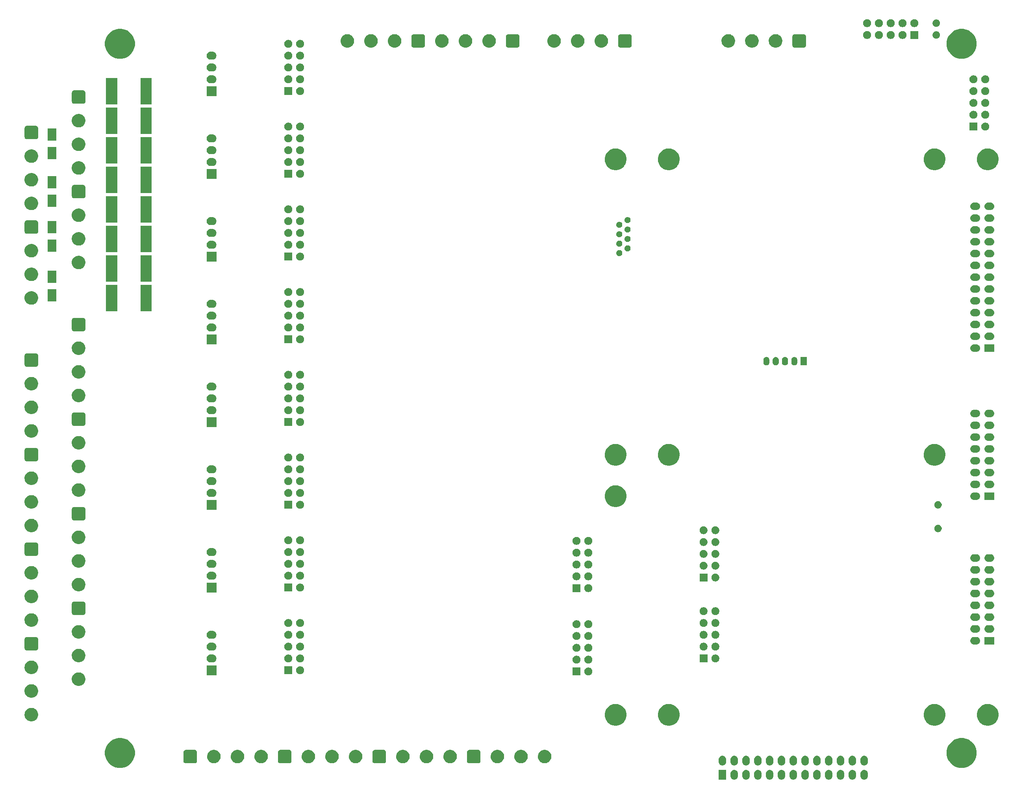
<source format=gbs>
G04 #@! TF.GenerationSoftware,KiCad,Pcbnew,(6.0.0-rc1-dev-1425-g4c184f07a)*
G04 #@! TF.CreationDate,2018-12-27T18:34:51-05:00
G04 #@! TF.ProjectId,Danalog,44616e61-6c6f-4672-9e6b-696361645f70,rev?*
G04 #@! TF.SameCoordinates,Original*
G04 #@! TF.FileFunction,Soldermask,Bot*
G04 #@! TF.FilePolarity,Negative*
%FSLAX46Y46*%
G04 Gerber Fmt 4.6, Leading zero omitted, Abs format (unit mm)*
G04 Created by KiCad (PCBNEW (6.0.0-rc1-dev-1425-g4c184f07a)) date 12/27/2018 6:34:51 PM*
%MOMM*%
%LPD*%
G04 APERTURE LIST*
%ADD10C,0.100000*%
G04 APERTURE END LIST*
D10*
G36*
X205262024Y-219555590D02*
G01*
X205413011Y-219601392D01*
X205552161Y-219675768D01*
X205613149Y-219725819D01*
X205674133Y-219775867D01*
X205674134Y-219775869D01*
X205674136Y-219775870D01*
X205774230Y-219897835D01*
X205848608Y-220036988D01*
X205894410Y-220187975D01*
X205906000Y-220305654D01*
X205906000Y-220884346D01*
X205894410Y-221002025D01*
X205848608Y-221153012D01*
X205774230Y-221292165D01*
X205674133Y-221414133D01*
X205552165Y-221514230D01*
X205413012Y-221588608D01*
X205262025Y-221634410D01*
X205105000Y-221649875D01*
X204947976Y-221634410D01*
X204796989Y-221588608D01*
X204657836Y-221514230D01*
X204535868Y-221414133D01*
X204435771Y-221292165D01*
X204361392Y-221153012D01*
X204338491Y-221077518D01*
X204315590Y-221002025D01*
X204304000Y-220884346D01*
X204304000Y-220305655D01*
X204315590Y-220187976D01*
X204361392Y-220036989D01*
X204435768Y-219897839D01*
X204535865Y-219775870D01*
X204535867Y-219775867D01*
X204535869Y-219775866D01*
X204535870Y-219775864D01*
X204657835Y-219675770D01*
X204796988Y-219601392D01*
X204947975Y-219555590D01*
X205105000Y-219540125D01*
X205262024Y-219555590D01*
X205262024Y-219555590D01*
G37*
G36*
X207802024Y-219555590D02*
G01*
X207953011Y-219601392D01*
X208092161Y-219675768D01*
X208153149Y-219725819D01*
X208214133Y-219775867D01*
X208214134Y-219775869D01*
X208214136Y-219775870D01*
X208314230Y-219897835D01*
X208388608Y-220036988D01*
X208434410Y-220187975D01*
X208446000Y-220305654D01*
X208446000Y-220884346D01*
X208434410Y-221002025D01*
X208388608Y-221153012D01*
X208314230Y-221292165D01*
X208214133Y-221414133D01*
X208092165Y-221514230D01*
X207953012Y-221588608D01*
X207802025Y-221634410D01*
X207645000Y-221649875D01*
X207487976Y-221634410D01*
X207336989Y-221588608D01*
X207197836Y-221514230D01*
X207075868Y-221414133D01*
X206975771Y-221292165D01*
X206901392Y-221153012D01*
X206878491Y-221077518D01*
X206855590Y-221002025D01*
X206844000Y-220884346D01*
X206844000Y-220305655D01*
X206855590Y-220187976D01*
X206901392Y-220036989D01*
X206975768Y-219897839D01*
X207075865Y-219775870D01*
X207075867Y-219775867D01*
X207075869Y-219775866D01*
X207075870Y-219775864D01*
X207197835Y-219675770D01*
X207336988Y-219601392D01*
X207487975Y-219555590D01*
X207645000Y-219540125D01*
X207802024Y-219555590D01*
X207802024Y-219555590D01*
G37*
G36*
X210342024Y-219555590D02*
G01*
X210493011Y-219601392D01*
X210632161Y-219675768D01*
X210693149Y-219725819D01*
X210754133Y-219775867D01*
X210754134Y-219775869D01*
X210754136Y-219775870D01*
X210854230Y-219897835D01*
X210928608Y-220036988D01*
X210974410Y-220187975D01*
X210986000Y-220305654D01*
X210986000Y-220884346D01*
X210974410Y-221002025D01*
X210928608Y-221153012D01*
X210854230Y-221292165D01*
X210754133Y-221414133D01*
X210632165Y-221514230D01*
X210493012Y-221588608D01*
X210342025Y-221634410D01*
X210185000Y-221649875D01*
X210027976Y-221634410D01*
X209876989Y-221588608D01*
X209737836Y-221514230D01*
X209615868Y-221414133D01*
X209515771Y-221292165D01*
X209441392Y-221153012D01*
X209418491Y-221077518D01*
X209395590Y-221002025D01*
X209384000Y-220884346D01*
X209384000Y-220305655D01*
X209395590Y-220187976D01*
X209441392Y-220036989D01*
X209515768Y-219897839D01*
X209615865Y-219775870D01*
X209615867Y-219775867D01*
X209615869Y-219775866D01*
X209615870Y-219775864D01*
X209737835Y-219675770D01*
X209876988Y-219601392D01*
X210027975Y-219555590D01*
X210185000Y-219540125D01*
X210342024Y-219555590D01*
X210342024Y-219555590D01*
G37*
G36*
X212882024Y-219555590D02*
G01*
X213033011Y-219601392D01*
X213172161Y-219675768D01*
X213233149Y-219725819D01*
X213294133Y-219775867D01*
X213294134Y-219775869D01*
X213294136Y-219775870D01*
X213394230Y-219897835D01*
X213468608Y-220036988D01*
X213514410Y-220187975D01*
X213526000Y-220305654D01*
X213526000Y-220884346D01*
X213514410Y-221002025D01*
X213468608Y-221153012D01*
X213394230Y-221292165D01*
X213294133Y-221414133D01*
X213172165Y-221514230D01*
X213033012Y-221588608D01*
X212882025Y-221634410D01*
X212725000Y-221649875D01*
X212567976Y-221634410D01*
X212416989Y-221588608D01*
X212277836Y-221514230D01*
X212155868Y-221414133D01*
X212055771Y-221292165D01*
X211981392Y-221153012D01*
X211958491Y-221077518D01*
X211935590Y-221002025D01*
X211924000Y-220884346D01*
X211924000Y-220305655D01*
X211935590Y-220187976D01*
X211981392Y-220036989D01*
X212055768Y-219897839D01*
X212155865Y-219775870D01*
X212155867Y-219775867D01*
X212155869Y-219775866D01*
X212155870Y-219775864D01*
X212277835Y-219675770D01*
X212416988Y-219601392D01*
X212567975Y-219555590D01*
X212725000Y-219540125D01*
X212882024Y-219555590D01*
X212882024Y-219555590D01*
G37*
G36*
X215422024Y-219555590D02*
G01*
X215573011Y-219601392D01*
X215712161Y-219675768D01*
X215773149Y-219725819D01*
X215834133Y-219775867D01*
X215834134Y-219775869D01*
X215834136Y-219775870D01*
X215934230Y-219897835D01*
X216008608Y-220036988D01*
X216054410Y-220187975D01*
X216066000Y-220305654D01*
X216066000Y-220884346D01*
X216054410Y-221002025D01*
X216008608Y-221153012D01*
X215934230Y-221292165D01*
X215834133Y-221414133D01*
X215712165Y-221514230D01*
X215573012Y-221588608D01*
X215422025Y-221634410D01*
X215265000Y-221649875D01*
X215107976Y-221634410D01*
X214956989Y-221588608D01*
X214817836Y-221514230D01*
X214695868Y-221414133D01*
X214595771Y-221292165D01*
X214521392Y-221153012D01*
X214498491Y-221077518D01*
X214475590Y-221002025D01*
X214464000Y-220884346D01*
X214464000Y-220305655D01*
X214475590Y-220187976D01*
X214521392Y-220036989D01*
X214595768Y-219897839D01*
X214695865Y-219775870D01*
X214695867Y-219775867D01*
X214695869Y-219775866D01*
X214695870Y-219775864D01*
X214817835Y-219675770D01*
X214956988Y-219601392D01*
X215107975Y-219555590D01*
X215265000Y-219540125D01*
X215422024Y-219555590D01*
X215422024Y-219555590D01*
G37*
G36*
X217962024Y-219555590D02*
G01*
X218113011Y-219601392D01*
X218252161Y-219675768D01*
X218313149Y-219725819D01*
X218374133Y-219775867D01*
X218374134Y-219775869D01*
X218374136Y-219775870D01*
X218474230Y-219897835D01*
X218548608Y-220036988D01*
X218594410Y-220187975D01*
X218606000Y-220305654D01*
X218606000Y-220884346D01*
X218594410Y-221002025D01*
X218548608Y-221153012D01*
X218474230Y-221292165D01*
X218374133Y-221414133D01*
X218252165Y-221514230D01*
X218113012Y-221588608D01*
X217962025Y-221634410D01*
X217805000Y-221649875D01*
X217647976Y-221634410D01*
X217496989Y-221588608D01*
X217357836Y-221514230D01*
X217235868Y-221414133D01*
X217135771Y-221292165D01*
X217061392Y-221153012D01*
X217038491Y-221077518D01*
X217015590Y-221002025D01*
X217004000Y-220884346D01*
X217004000Y-220305655D01*
X217015590Y-220187976D01*
X217061392Y-220036989D01*
X217135768Y-219897839D01*
X217235865Y-219775870D01*
X217235867Y-219775867D01*
X217235869Y-219775866D01*
X217235870Y-219775864D01*
X217357835Y-219675770D01*
X217496988Y-219601392D01*
X217647975Y-219555590D01*
X217805000Y-219540125D01*
X217962024Y-219555590D01*
X217962024Y-219555590D01*
G37*
G36*
X220502024Y-219555590D02*
G01*
X220653011Y-219601392D01*
X220792161Y-219675768D01*
X220853149Y-219725819D01*
X220914133Y-219775867D01*
X220914134Y-219775869D01*
X220914136Y-219775870D01*
X221014230Y-219897835D01*
X221088608Y-220036988D01*
X221134410Y-220187975D01*
X221146000Y-220305654D01*
X221146000Y-220884346D01*
X221134410Y-221002025D01*
X221088608Y-221153012D01*
X221014230Y-221292165D01*
X220914133Y-221414133D01*
X220792165Y-221514230D01*
X220653012Y-221588608D01*
X220502025Y-221634410D01*
X220345000Y-221649875D01*
X220187976Y-221634410D01*
X220036989Y-221588608D01*
X219897836Y-221514230D01*
X219775868Y-221414133D01*
X219675771Y-221292165D01*
X219601392Y-221153012D01*
X219578491Y-221077518D01*
X219555590Y-221002025D01*
X219544000Y-220884346D01*
X219544000Y-220305655D01*
X219555590Y-220187976D01*
X219601392Y-220036989D01*
X219675768Y-219897839D01*
X219775865Y-219775870D01*
X219775867Y-219775867D01*
X219775869Y-219775866D01*
X219775870Y-219775864D01*
X219897835Y-219675770D01*
X220036988Y-219601392D01*
X220187975Y-219555590D01*
X220345000Y-219540125D01*
X220502024Y-219555590D01*
X220502024Y-219555590D01*
G37*
G36*
X225582024Y-219555590D02*
G01*
X225733011Y-219601392D01*
X225872161Y-219675768D01*
X225933149Y-219725819D01*
X225994133Y-219775867D01*
X225994134Y-219775869D01*
X225994136Y-219775870D01*
X226094230Y-219897835D01*
X226168608Y-220036988D01*
X226214410Y-220187975D01*
X226226000Y-220305654D01*
X226226000Y-220884346D01*
X226214410Y-221002025D01*
X226168608Y-221153012D01*
X226094230Y-221292165D01*
X225994133Y-221414133D01*
X225872165Y-221514230D01*
X225733012Y-221588608D01*
X225582025Y-221634410D01*
X225425000Y-221649875D01*
X225267976Y-221634410D01*
X225116989Y-221588608D01*
X224977836Y-221514230D01*
X224855868Y-221414133D01*
X224755771Y-221292165D01*
X224681392Y-221153012D01*
X224658491Y-221077518D01*
X224635590Y-221002025D01*
X224624000Y-220884346D01*
X224624000Y-220305655D01*
X224635590Y-220187976D01*
X224681392Y-220036989D01*
X224755768Y-219897839D01*
X224855865Y-219775870D01*
X224855867Y-219775867D01*
X224855869Y-219775866D01*
X224855870Y-219775864D01*
X224977835Y-219675770D01*
X225116988Y-219601392D01*
X225267975Y-219555590D01*
X225425000Y-219540125D01*
X225582024Y-219555590D01*
X225582024Y-219555590D01*
G37*
G36*
X223042024Y-219555590D02*
G01*
X223193011Y-219601392D01*
X223332161Y-219675768D01*
X223393149Y-219725819D01*
X223454133Y-219775867D01*
X223454134Y-219775869D01*
X223454136Y-219775870D01*
X223554230Y-219897835D01*
X223628608Y-220036988D01*
X223674410Y-220187975D01*
X223686000Y-220305654D01*
X223686000Y-220884346D01*
X223674410Y-221002025D01*
X223628608Y-221153012D01*
X223554230Y-221292165D01*
X223454133Y-221414133D01*
X223332165Y-221514230D01*
X223193012Y-221588608D01*
X223042025Y-221634410D01*
X222885000Y-221649875D01*
X222727976Y-221634410D01*
X222576989Y-221588608D01*
X222437836Y-221514230D01*
X222315868Y-221414133D01*
X222215771Y-221292165D01*
X222141392Y-221153012D01*
X222118491Y-221077518D01*
X222095590Y-221002025D01*
X222084000Y-220884346D01*
X222084000Y-220305655D01*
X222095590Y-220187976D01*
X222141392Y-220036989D01*
X222215768Y-219897839D01*
X222315865Y-219775870D01*
X222315867Y-219775867D01*
X222315869Y-219775866D01*
X222315870Y-219775864D01*
X222437835Y-219675770D01*
X222576988Y-219601392D01*
X222727975Y-219555590D01*
X222885000Y-219540125D01*
X223042024Y-219555590D01*
X223042024Y-219555590D01*
G37*
G36*
X233202024Y-219555590D02*
G01*
X233353011Y-219601392D01*
X233492161Y-219675768D01*
X233553149Y-219725819D01*
X233614133Y-219775867D01*
X233614134Y-219775869D01*
X233614136Y-219775870D01*
X233714230Y-219897835D01*
X233788608Y-220036988D01*
X233834410Y-220187975D01*
X233846000Y-220305654D01*
X233846000Y-220884346D01*
X233834410Y-221002025D01*
X233788608Y-221153012D01*
X233714230Y-221292165D01*
X233614133Y-221414133D01*
X233492165Y-221514230D01*
X233353012Y-221588608D01*
X233202025Y-221634410D01*
X233045000Y-221649875D01*
X232887976Y-221634410D01*
X232736989Y-221588608D01*
X232597836Y-221514230D01*
X232475868Y-221414133D01*
X232375771Y-221292165D01*
X232301392Y-221153012D01*
X232278491Y-221077518D01*
X232255590Y-221002025D01*
X232244000Y-220884346D01*
X232244000Y-220305655D01*
X232255590Y-220187976D01*
X232301392Y-220036989D01*
X232375768Y-219897839D01*
X232475865Y-219775870D01*
X232475867Y-219775867D01*
X232475869Y-219775866D01*
X232475870Y-219775864D01*
X232597835Y-219675770D01*
X232736988Y-219601392D01*
X232887975Y-219555590D01*
X233045000Y-219540125D01*
X233202024Y-219555590D01*
X233202024Y-219555590D01*
G37*
G36*
X228122024Y-219555590D02*
G01*
X228273011Y-219601392D01*
X228412161Y-219675768D01*
X228473149Y-219725819D01*
X228534133Y-219775867D01*
X228534134Y-219775869D01*
X228534136Y-219775870D01*
X228634230Y-219897835D01*
X228708608Y-220036988D01*
X228754410Y-220187975D01*
X228766000Y-220305654D01*
X228766000Y-220884346D01*
X228754410Y-221002025D01*
X228708608Y-221153012D01*
X228634230Y-221292165D01*
X228534133Y-221414133D01*
X228412165Y-221514230D01*
X228273012Y-221588608D01*
X228122025Y-221634410D01*
X227965000Y-221649875D01*
X227807976Y-221634410D01*
X227656989Y-221588608D01*
X227517836Y-221514230D01*
X227395868Y-221414133D01*
X227295771Y-221292165D01*
X227221392Y-221153012D01*
X227198491Y-221077518D01*
X227175590Y-221002025D01*
X227164000Y-220884346D01*
X227164000Y-220305655D01*
X227175590Y-220187976D01*
X227221392Y-220036989D01*
X227295768Y-219897839D01*
X227395865Y-219775870D01*
X227395867Y-219775867D01*
X227395869Y-219775866D01*
X227395870Y-219775864D01*
X227517835Y-219675770D01*
X227656988Y-219601392D01*
X227807975Y-219555590D01*
X227965000Y-219540125D01*
X228122024Y-219555590D01*
X228122024Y-219555590D01*
G37*
G36*
X230662024Y-219555590D02*
G01*
X230813011Y-219601392D01*
X230952161Y-219675768D01*
X231013149Y-219725819D01*
X231074133Y-219775867D01*
X231074134Y-219775869D01*
X231074136Y-219775870D01*
X231174230Y-219897835D01*
X231248608Y-220036988D01*
X231294410Y-220187975D01*
X231306000Y-220305654D01*
X231306000Y-220884346D01*
X231294410Y-221002025D01*
X231248608Y-221153012D01*
X231174230Y-221292165D01*
X231074133Y-221414133D01*
X230952165Y-221514230D01*
X230813012Y-221588608D01*
X230662025Y-221634410D01*
X230505000Y-221649875D01*
X230347976Y-221634410D01*
X230196989Y-221588608D01*
X230057836Y-221514230D01*
X229935868Y-221414133D01*
X229835771Y-221292165D01*
X229761392Y-221153012D01*
X229738491Y-221077518D01*
X229715590Y-221002025D01*
X229704000Y-220884346D01*
X229704000Y-220305655D01*
X229715590Y-220187976D01*
X229761392Y-220036989D01*
X229835768Y-219897839D01*
X229935865Y-219775870D01*
X229935867Y-219775867D01*
X229935869Y-219775866D01*
X229935870Y-219775864D01*
X230057835Y-219675770D01*
X230196988Y-219601392D01*
X230347975Y-219555590D01*
X230505000Y-219540125D01*
X230662024Y-219555590D01*
X230662024Y-219555590D01*
G37*
G36*
X203366000Y-221646000D02*
G01*
X201764000Y-221646000D01*
X201764000Y-219544000D01*
X203366000Y-219544000D01*
X203366000Y-221646000D01*
X203366000Y-221646000D01*
G37*
G36*
X254940989Y-212797973D02*
G01*
X255528083Y-213041155D01*
X256056458Y-213394204D01*
X256505796Y-213843542D01*
X256858845Y-214371917D01*
X257102027Y-214959011D01*
X257226000Y-215582265D01*
X257226000Y-216217735D01*
X257102027Y-216840989D01*
X256858845Y-217428083D01*
X256505796Y-217956458D01*
X256056458Y-218405796D01*
X255528083Y-218758845D01*
X254940989Y-219002027D01*
X254317735Y-219126000D01*
X253682265Y-219126000D01*
X253059011Y-219002027D01*
X252471917Y-218758845D01*
X251943542Y-218405796D01*
X251494204Y-217956458D01*
X251141155Y-217428083D01*
X250897973Y-216840989D01*
X250774000Y-216217735D01*
X250774000Y-215582265D01*
X250897973Y-214959011D01*
X251141155Y-214371917D01*
X251494204Y-213843542D01*
X251943542Y-213394204D01*
X252471917Y-213041155D01*
X253059011Y-212797973D01*
X253682265Y-212674000D01*
X254317735Y-212674000D01*
X254940989Y-212797973D01*
X254940989Y-212797973D01*
G37*
G36*
X73965989Y-212797973D02*
G01*
X74553083Y-213041155D01*
X75081458Y-213394204D01*
X75530796Y-213843542D01*
X75883845Y-214371917D01*
X76127027Y-214959011D01*
X76251000Y-215582265D01*
X76251000Y-216217735D01*
X76127027Y-216840989D01*
X75883845Y-217428083D01*
X75530796Y-217956458D01*
X75081458Y-218405796D01*
X74553083Y-218758845D01*
X73965989Y-219002027D01*
X73342735Y-219126000D01*
X72707265Y-219126000D01*
X72084011Y-219002027D01*
X71496917Y-218758845D01*
X70968542Y-218405796D01*
X70519204Y-217956458D01*
X70166155Y-217428083D01*
X69922973Y-216840989D01*
X69799000Y-216217735D01*
X69799000Y-215582265D01*
X69922973Y-214959011D01*
X70166155Y-214371917D01*
X70519204Y-213843542D01*
X70968542Y-213394204D01*
X71496917Y-213041155D01*
X72084011Y-212797973D01*
X72707265Y-212674000D01*
X73342735Y-212674000D01*
X73965989Y-212797973D01*
X73965989Y-212797973D01*
G37*
G36*
X205262024Y-216515590D02*
G01*
X205413011Y-216561392D01*
X205552161Y-216635768D01*
X205613149Y-216685819D01*
X205674133Y-216735867D01*
X205674134Y-216735869D01*
X205674136Y-216735870D01*
X205774230Y-216857835D01*
X205848608Y-216996988D01*
X205894410Y-217147975D01*
X205906000Y-217265654D01*
X205906000Y-217844346D01*
X205894410Y-217962025D01*
X205848608Y-218113012D01*
X205774230Y-218252165D01*
X205674133Y-218374133D01*
X205552165Y-218474230D01*
X205413012Y-218548608D01*
X205262025Y-218594410D01*
X205105000Y-218609875D01*
X204947976Y-218594410D01*
X204796989Y-218548608D01*
X204657836Y-218474230D01*
X204535868Y-218374133D01*
X204435771Y-218252165D01*
X204361392Y-218113012D01*
X204335398Y-218027321D01*
X204315590Y-217962025D01*
X204304000Y-217844346D01*
X204304000Y-217265655D01*
X204315590Y-217147976D01*
X204361392Y-216996989D01*
X204435768Y-216857839D01*
X204535865Y-216735870D01*
X204535867Y-216735867D01*
X204535869Y-216735866D01*
X204535870Y-216735864D01*
X204657835Y-216635770D01*
X204796988Y-216561392D01*
X204947975Y-216515590D01*
X205105000Y-216500125D01*
X205262024Y-216515590D01*
X205262024Y-216515590D01*
G37*
G36*
X233202024Y-216515590D02*
G01*
X233353011Y-216561392D01*
X233492161Y-216635768D01*
X233553149Y-216685819D01*
X233614133Y-216735867D01*
X233614134Y-216735869D01*
X233614136Y-216735870D01*
X233714230Y-216857835D01*
X233788608Y-216996988D01*
X233834410Y-217147975D01*
X233846000Y-217265654D01*
X233846000Y-217844346D01*
X233834410Y-217962025D01*
X233788608Y-218113012D01*
X233714230Y-218252165D01*
X233614133Y-218374133D01*
X233492165Y-218474230D01*
X233353012Y-218548608D01*
X233202025Y-218594410D01*
X233045000Y-218609875D01*
X232887976Y-218594410D01*
X232736989Y-218548608D01*
X232597836Y-218474230D01*
X232475868Y-218374133D01*
X232375771Y-218252165D01*
X232301392Y-218113012D01*
X232275398Y-218027321D01*
X232255590Y-217962025D01*
X232244000Y-217844346D01*
X232244000Y-217265655D01*
X232255590Y-217147976D01*
X232301392Y-216996989D01*
X232375768Y-216857839D01*
X232475865Y-216735870D01*
X232475867Y-216735867D01*
X232475869Y-216735866D01*
X232475870Y-216735864D01*
X232597835Y-216635770D01*
X232736988Y-216561392D01*
X232887975Y-216515590D01*
X233045000Y-216500125D01*
X233202024Y-216515590D01*
X233202024Y-216515590D01*
G37*
G36*
X207802024Y-216515590D02*
G01*
X207953011Y-216561392D01*
X208092161Y-216635768D01*
X208153149Y-216685819D01*
X208214133Y-216735867D01*
X208214134Y-216735869D01*
X208214136Y-216735870D01*
X208314230Y-216857835D01*
X208388608Y-216996988D01*
X208434410Y-217147975D01*
X208446000Y-217265654D01*
X208446000Y-217844346D01*
X208434410Y-217962025D01*
X208388608Y-218113012D01*
X208314230Y-218252165D01*
X208214133Y-218374133D01*
X208092165Y-218474230D01*
X207953012Y-218548608D01*
X207802025Y-218594410D01*
X207645000Y-218609875D01*
X207487976Y-218594410D01*
X207336989Y-218548608D01*
X207197836Y-218474230D01*
X207075868Y-218374133D01*
X206975771Y-218252165D01*
X206901392Y-218113012D01*
X206875398Y-218027321D01*
X206855590Y-217962025D01*
X206844000Y-217844346D01*
X206844000Y-217265655D01*
X206855590Y-217147976D01*
X206901392Y-216996989D01*
X206975768Y-216857839D01*
X207075865Y-216735870D01*
X207075867Y-216735867D01*
X207075869Y-216735866D01*
X207075870Y-216735864D01*
X207197835Y-216635770D01*
X207336988Y-216561392D01*
X207487975Y-216515590D01*
X207645000Y-216500125D01*
X207802024Y-216515590D01*
X207802024Y-216515590D01*
G37*
G36*
X228122024Y-216515590D02*
G01*
X228273011Y-216561392D01*
X228412161Y-216635768D01*
X228473149Y-216685819D01*
X228534133Y-216735867D01*
X228534134Y-216735869D01*
X228534136Y-216735870D01*
X228634230Y-216857835D01*
X228708608Y-216996988D01*
X228754410Y-217147975D01*
X228766000Y-217265654D01*
X228766000Y-217844346D01*
X228754410Y-217962025D01*
X228708608Y-218113012D01*
X228634230Y-218252165D01*
X228534133Y-218374133D01*
X228412165Y-218474230D01*
X228273012Y-218548608D01*
X228122025Y-218594410D01*
X227965000Y-218609875D01*
X227807976Y-218594410D01*
X227656989Y-218548608D01*
X227517836Y-218474230D01*
X227395868Y-218374133D01*
X227295771Y-218252165D01*
X227221392Y-218113012D01*
X227195398Y-218027321D01*
X227175590Y-217962025D01*
X227164000Y-217844346D01*
X227164000Y-217265655D01*
X227175590Y-217147976D01*
X227221392Y-216996989D01*
X227295768Y-216857839D01*
X227395865Y-216735870D01*
X227395867Y-216735867D01*
X227395869Y-216735866D01*
X227395870Y-216735864D01*
X227517835Y-216635770D01*
X227656988Y-216561392D01*
X227807975Y-216515590D01*
X227965000Y-216500125D01*
X228122024Y-216515590D01*
X228122024Y-216515590D01*
G37*
G36*
X225582024Y-216515590D02*
G01*
X225733011Y-216561392D01*
X225872161Y-216635768D01*
X225933149Y-216685819D01*
X225994133Y-216735867D01*
X225994134Y-216735869D01*
X225994136Y-216735870D01*
X226094230Y-216857835D01*
X226168608Y-216996988D01*
X226214410Y-217147975D01*
X226226000Y-217265654D01*
X226226000Y-217844346D01*
X226214410Y-217962025D01*
X226168608Y-218113012D01*
X226094230Y-218252165D01*
X225994133Y-218374133D01*
X225872165Y-218474230D01*
X225733012Y-218548608D01*
X225582025Y-218594410D01*
X225425000Y-218609875D01*
X225267976Y-218594410D01*
X225116989Y-218548608D01*
X224977836Y-218474230D01*
X224855868Y-218374133D01*
X224755771Y-218252165D01*
X224681392Y-218113012D01*
X224655398Y-218027321D01*
X224635590Y-217962025D01*
X224624000Y-217844346D01*
X224624000Y-217265655D01*
X224635590Y-217147976D01*
X224681392Y-216996989D01*
X224755768Y-216857839D01*
X224855865Y-216735870D01*
X224855867Y-216735867D01*
X224855869Y-216735866D01*
X224855870Y-216735864D01*
X224977835Y-216635770D01*
X225116988Y-216561392D01*
X225267975Y-216515590D01*
X225425000Y-216500125D01*
X225582024Y-216515590D01*
X225582024Y-216515590D01*
G37*
G36*
X202722024Y-216515590D02*
G01*
X202873011Y-216561392D01*
X203012161Y-216635768D01*
X203073149Y-216685819D01*
X203134133Y-216735867D01*
X203134134Y-216735869D01*
X203134136Y-216735870D01*
X203234230Y-216857835D01*
X203308608Y-216996988D01*
X203354410Y-217147975D01*
X203366000Y-217265654D01*
X203366000Y-217844346D01*
X203354410Y-217962025D01*
X203308608Y-218113012D01*
X203234230Y-218252165D01*
X203134133Y-218374133D01*
X203012165Y-218474230D01*
X202873012Y-218548608D01*
X202722025Y-218594410D01*
X202565000Y-218609875D01*
X202407976Y-218594410D01*
X202256989Y-218548608D01*
X202117836Y-218474230D01*
X201995868Y-218374133D01*
X201895771Y-218252165D01*
X201821392Y-218113012D01*
X201795398Y-218027321D01*
X201775590Y-217962025D01*
X201764000Y-217844346D01*
X201764000Y-217265655D01*
X201775590Y-217147976D01*
X201821392Y-216996989D01*
X201895768Y-216857839D01*
X201995865Y-216735870D01*
X201995867Y-216735867D01*
X201995869Y-216735866D01*
X201995870Y-216735864D01*
X202117835Y-216635770D01*
X202256988Y-216561392D01*
X202407975Y-216515590D01*
X202565000Y-216500125D01*
X202722024Y-216515590D01*
X202722024Y-216515590D01*
G37*
G36*
X223042024Y-216515590D02*
G01*
X223193011Y-216561392D01*
X223332161Y-216635768D01*
X223393149Y-216685819D01*
X223454133Y-216735867D01*
X223454134Y-216735869D01*
X223454136Y-216735870D01*
X223554230Y-216857835D01*
X223628608Y-216996988D01*
X223674410Y-217147975D01*
X223686000Y-217265654D01*
X223686000Y-217844346D01*
X223674410Y-217962025D01*
X223628608Y-218113012D01*
X223554230Y-218252165D01*
X223454133Y-218374133D01*
X223332165Y-218474230D01*
X223193012Y-218548608D01*
X223042025Y-218594410D01*
X222885000Y-218609875D01*
X222727976Y-218594410D01*
X222576989Y-218548608D01*
X222437836Y-218474230D01*
X222315868Y-218374133D01*
X222215771Y-218252165D01*
X222141392Y-218113012D01*
X222115398Y-218027321D01*
X222095590Y-217962025D01*
X222084000Y-217844346D01*
X222084000Y-217265655D01*
X222095590Y-217147976D01*
X222141392Y-216996989D01*
X222215768Y-216857839D01*
X222315865Y-216735870D01*
X222315867Y-216735867D01*
X222315869Y-216735866D01*
X222315870Y-216735864D01*
X222437835Y-216635770D01*
X222576988Y-216561392D01*
X222727975Y-216515590D01*
X222885000Y-216500125D01*
X223042024Y-216515590D01*
X223042024Y-216515590D01*
G37*
G36*
X220502024Y-216515590D02*
G01*
X220653011Y-216561392D01*
X220792161Y-216635768D01*
X220853149Y-216685819D01*
X220914133Y-216735867D01*
X220914134Y-216735869D01*
X220914136Y-216735870D01*
X221014230Y-216857835D01*
X221088608Y-216996988D01*
X221134410Y-217147975D01*
X221146000Y-217265654D01*
X221146000Y-217844346D01*
X221134410Y-217962025D01*
X221088608Y-218113012D01*
X221014230Y-218252165D01*
X220914133Y-218374133D01*
X220792165Y-218474230D01*
X220653012Y-218548608D01*
X220502025Y-218594410D01*
X220345000Y-218609875D01*
X220187976Y-218594410D01*
X220036989Y-218548608D01*
X219897836Y-218474230D01*
X219775868Y-218374133D01*
X219675771Y-218252165D01*
X219601392Y-218113012D01*
X219575398Y-218027321D01*
X219555590Y-217962025D01*
X219544000Y-217844346D01*
X219544000Y-217265655D01*
X219555590Y-217147976D01*
X219601392Y-216996989D01*
X219675768Y-216857839D01*
X219775865Y-216735870D01*
X219775867Y-216735867D01*
X219775869Y-216735866D01*
X219775870Y-216735864D01*
X219897835Y-216635770D01*
X220036988Y-216561392D01*
X220187975Y-216515590D01*
X220345000Y-216500125D01*
X220502024Y-216515590D01*
X220502024Y-216515590D01*
G37*
G36*
X210342024Y-216515590D02*
G01*
X210493011Y-216561392D01*
X210632161Y-216635768D01*
X210693149Y-216685819D01*
X210754133Y-216735867D01*
X210754134Y-216735869D01*
X210754136Y-216735870D01*
X210854230Y-216857835D01*
X210928608Y-216996988D01*
X210974410Y-217147975D01*
X210986000Y-217265654D01*
X210986000Y-217844346D01*
X210974410Y-217962025D01*
X210928608Y-218113012D01*
X210854230Y-218252165D01*
X210754133Y-218374133D01*
X210632165Y-218474230D01*
X210493012Y-218548608D01*
X210342025Y-218594410D01*
X210185000Y-218609875D01*
X210027976Y-218594410D01*
X209876989Y-218548608D01*
X209737836Y-218474230D01*
X209615868Y-218374133D01*
X209515771Y-218252165D01*
X209441392Y-218113012D01*
X209415398Y-218027321D01*
X209395590Y-217962025D01*
X209384000Y-217844346D01*
X209384000Y-217265655D01*
X209395590Y-217147976D01*
X209441392Y-216996989D01*
X209515768Y-216857839D01*
X209615865Y-216735870D01*
X209615867Y-216735867D01*
X209615869Y-216735866D01*
X209615870Y-216735864D01*
X209737835Y-216635770D01*
X209876988Y-216561392D01*
X210027975Y-216515590D01*
X210185000Y-216500125D01*
X210342024Y-216515590D01*
X210342024Y-216515590D01*
G37*
G36*
X212882024Y-216515590D02*
G01*
X213033011Y-216561392D01*
X213172161Y-216635768D01*
X213233149Y-216685819D01*
X213294133Y-216735867D01*
X213294134Y-216735869D01*
X213294136Y-216735870D01*
X213394230Y-216857835D01*
X213468608Y-216996988D01*
X213514410Y-217147975D01*
X213526000Y-217265654D01*
X213526000Y-217844346D01*
X213514410Y-217962025D01*
X213468608Y-218113012D01*
X213394230Y-218252165D01*
X213294133Y-218374133D01*
X213172165Y-218474230D01*
X213033012Y-218548608D01*
X212882025Y-218594410D01*
X212725000Y-218609875D01*
X212567976Y-218594410D01*
X212416989Y-218548608D01*
X212277836Y-218474230D01*
X212155868Y-218374133D01*
X212055771Y-218252165D01*
X211981392Y-218113012D01*
X211955398Y-218027321D01*
X211935590Y-217962025D01*
X211924000Y-217844346D01*
X211924000Y-217265655D01*
X211935590Y-217147976D01*
X211981392Y-216996989D01*
X212055768Y-216857839D01*
X212155865Y-216735870D01*
X212155867Y-216735867D01*
X212155869Y-216735866D01*
X212155870Y-216735864D01*
X212277835Y-216635770D01*
X212416988Y-216561392D01*
X212567975Y-216515590D01*
X212725000Y-216500125D01*
X212882024Y-216515590D01*
X212882024Y-216515590D01*
G37*
G36*
X217962024Y-216515590D02*
G01*
X218113011Y-216561392D01*
X218252161Y-216635768D01*
X218313149Y-216685819D01*
X218374133Y-216735867D01*
X218374134Y-216735869D01*
X218374136Y-216735870D01*
X218474230Y-216857835D01*
X218548608Y-216996988D01*
X218594410Y-217147975D01*
X218606000Y-217265654D01*
X218606000Y-217844346D01*
X218594410Y-217962025D01*
X218548608Y-218113012D01*
X218474230Y-218252165D01*
X218374133Y-218374133D01*
X218252165Y-218474230D01*
X218113012Y-218548608D01*
X217962025Y-218594410D01*
X217805000Y-218609875D01*
X217647976Y-218594410D01*
X217496989Y-218548608D01*
X217357836Y-218474230D01*
X217235868Y-218374133D01*
X217135771Y-218252165D01*
X217061392Y-218113012D01*
X217035398Y-218027321D01*
X217015590Y-217962025D01*
X217004000Y-217844346D01*
X217004000Y-217265655D01*
X217015590Y-217147976D01*
X217061392Y-216996989D01*
X217135768Y-216857839D01*
X217235865Y-216735870D01*
X217235867Y-216735867D01*
X217235869Y-216735866D01*
X217235870Y-216735864D01*
X217357835Y-216635770D01*
X217496988Y-216561392D01*
X217647975Y-216515590D01*
X217805000Y-216500125D01*
X217962024Y-216515590D01*
X217962024Y-216515590D01*
G37*
G36*
X215422024Y-216515590D02*
G01*
X215573011Y-216561392D01*
X215712161Y-216635768D01*
X215773149Y-216685819D01*
X215834133Y-216735867D01*
X215834134Y-216735869D01*
X215834136Y-216735870D01*
X215934230Y-216857835D01*
X216008608Y-216996988D01*
X216054410Y-217147975D01*
X216066000Y-217265654D01*
X216066000Y-217844346D01*
X216054410Y-217962025D01*
X216008608Y-218113012D01*
X215934230Y-218252165D01*
X215834133Y-218374133D01*
X215712165Y-218474230D01*
X215573012Y-218548608D01*
X215422025Y-218594410D01*
X215265000Y-218609875D01*
X215107976Y-218594410D01*
X214956989Y-218548608D01*
X214817836Y-218474230D01*
X214695868Y-218374133D01*
X214595771Y-218252165D01*
X214521392Y-218113012D01*
X214495398Y-218027321D01*
X214475590Y-217962025D01*
X214464000Y-217844346D01*
X214464000Y-217265655D01*
X214475590Y-217147976D01*
X214521392Y-216996989D01*
X214595768Y-216857839D01*
X214695865Y-216735870D01*
X214695867Y-216735867D01*
X214695869Y-216735866D01*
X214695870Y-216735864D01*
X214817835Y-216635770D01*
X214956988Y-216561392D01*
X215107975Y-216515590D01*
X215265000Y-216500125D01*
X215422024Y-216515590D01*
X215422024Y-216515590D01*
G37*
G36*
X230662024Y-216515590D02*
G01*
X230813011Y-216561392D01*
X230952161Y-216635768D01*
X231013149Y-216685819D01*
X231074133Y-216735867D01*
X231074134Y-216735869D01*
X231074136Y-216735870D01*
X231174230Y-216857835D01*
X231248608Y-216996988D01*
X231294410Y-217147975D01*
X231306000Y-217265654D01*
X231306000Y-217844346D01*
X231294410Y-217962025D01*
X231248608Y-218113012D01*
X231174230Y-218252165D01*
X231074133Y-218374133D01*
X230952165Y-218474230D01*
X230813012Y-218548608D01*
X230662025Y-218594410D01*
X230505000Y-218609875D01*
X230347976Y-218594410D01*
X230196989Y-218548608D01*
X230057836Y-218474230D01*
X229935868Y-218374133D01*
X229835771Y-218252165D01*
X229761392Y-218113012D01*
X229735398Y-218027321D01*
X229715590Y-217962025D01*
X229704000Y-217844346D01*
X229704000Y-217265655D01*
X229715590Y-217147976D01*
X229761392Y-216996989D01*
X229835768Y-216857839D01*
X229935865Y-216735870D01*
X229935867Y-216735867D01*
X229935869Y-216735866D01*
X229935870Y-216735864D01*
X230057835Y-216635770D01*
X230196988Y-216561392D01*
X230347975Y-216515590D01*
X230505000Y-216500125D01*
X230662024Y-216515590D01*
X230662024Y-216515590D01*
G37*
G36*
X164761238Y-215266760D02*
G01*
X164761240Y-215266761D01*
X164761241Y-215266761D01*
X165025306Y-215376140D01*
X165025307Y-215376141D01*
X165262962Y-215534937D01*
X165465063Y-215737038D01*
X165465065Y-215737041D01*
X165623860Y-215974694D01*
X165733239Y-216238759D01*
X165733240Y-216238762D01*
X165789000Y-216519088D01*
X165789000Y-216804912D01*
X165750794Y-216996989D01*
X165733239Y-217085241D01*
X165623860Y-217349306D01*
X165623859Y-217349307D01*
X165465063Y-217586962D01*
X165262962Y-217789063D01*
X165262959Y-217789065D01*
X165025306Y-217947860D01*
X164761241Y-218057239D01*
X164761240Y-218057239D01*
X164761238Y-218057240D01*
X164480912Y-218113000D01*
X164195088Y-218113000D01*
X163914762Y-218057240D01*
X163914760Y-218057239D01*
X163914759Y-218057239D01*
X163650694Y-217947860D01*
X163413041Y-217789065D01*
X163413038Y-217789063D01*
X163210937Y-217586962D01*
X163052141Y-217349307D01*
X163052140Y-217349306D01*
X162942761Y-217085241D01*
X162925207Y-216996989D01*
X162887000Y-216804912D01*
X162887000Y-216519088D01*
X162942760Y-216238762D01*
X162942761Y-216238759D01*
X163052140Y-215974694D01*
X163210935Y-215737041D01*
X163210937Y-215737038D01*
X163413038Y-215534937D01*
X163650693Y-215376141D01*
X163650694Y-215376140D01*
X163914759Y-215266761D01*
X163914760Y-215266761D01*
X163914762Y-215266760D01*
X164195088Y-215211000D01*
X164480912Y-215211000D01*
X164761238Y-215266760D01*
X164761238Y-215266760D01*
G37*
G36*
X124121238Y-215266760D02*
G01*
X124121240Y-215266761D01*
X124121241Y-215266761D01*
X124385306Y-215376140D01*
X124385307Y-215376141D01*
X124622962Y-215534937D01*
X124825063Y-215737038D01*
X124825065Y-215737041D01*
X124983860Y-215974694D01*
X125093239Y-216238759D01*
X125093240Y-216238762D01*
X125149000Y-216519088D01*
X125149000Y-216804912D01*
X125110794Y-216996989D01*
X125093239Y-217085241D01*
X124983860Y-217349306D01*
X124983859Y-217349307D01*
X124825063Y-217586962D01*
X124622962Y-217789063D01*
X124622959Y-217789065D01*
X124385306Y-217947860D01*
X124121241Y-218057239D01*
X124121240Y-218057239D01*
X124121238Y-218057240D01*
X123840912Y-218113000D01*
X123555088Y-218113000D01*
X123274762Y-218057240D01*
X123274760Y-218057239D01*
X123274759Y-218057239D01*
X123010694Y-217947860D01*
X122773041Y-217789065D01*
X122773038Y-217789063D01*
X122570937Y-217586962D01*
X122412141Y-217349307D01*
X122412140Y-217349306D01*
X122302761Y-217085241D01*
X122285207Y-216996989D01*
X122247000Y-216804912D01*
X122247000Y-216519088D01*
X122302760Y-216238762D01*
X122302761Y-216238759D01*
X122412140Y-215974694D01*
X122570935Y-215737041D01*
X122570937Y-215737038D01*
X122773038Y-215534937D01*
X123010693Y-215376141D01*
X123010694Y-215376140D01*
X123274759Y-215266761D01*
X123274760Y-215266761D01*
X123274762Y-215266760D01*
X123555088Y-215211000D01*
X123840912Y-215211000D01*
X124121238Y-215266760D01*
X124121238Y-215266760D01*
G37*
G36*
X103801238Y-215266760D02*
G01*
X103801240Y-215266761D01*
X103801241Y-215266761D01*
X104065306Y-215376140D01*
X104065307Y-215376141D01*
X104302962Y-215534937D01*
X104505063Y-215737038D01*
X104505065Y-215737041D01*
X104663860Y-215974694D01*
X104773239Y-216238759D01*
X104773240Y-216238762D01*
X104829000Y-216519088D01*
X104829000Y-216804912D01*
X104790794Y-216996989D01*
X104773239Y-217085241D01*
X104663860Y-217349306D01*
X104663859Y-217349307D01*
X104505063Y-217586962D01*
X104302962Y-217789063D01*
X104302959Y-217789065D01*
X104065306Y-217947860D01*
X103801241Y-218057239D01*
X103801240Y-218057239D01*
X103801238Y-218057240D01*
X103520912Y-218113000D01*
X103235088Y-218113000D01*
X102954762Y-218057240D01*
X102954760Y-218057239D01*
X102954759Y-218057239D01*
X102690694Y-217947860D01*
X102453041Y-217789065D01*
X102453038Y-217789063D01*
X102250937Y-217586962D01*
X102092141Y-217349307D01*
X102092140Y-217349306D01*
X101982761Y-217085241D01*
X101965207Y-216996989D01*
X101927000Y-216804912D01*
X101927000Y-216519088D01*
X101982760Y-216238762D01*
X101982761Y-216238759D01*
X102092140Y-215974694D01*
X102250935Y-215737041D01*
X102250937Y-215737038D01*
X102453038Y-215534937D01*
X102690693Y-215376141D01*
X102690694Y-215376140D01*
X102954759Y-215266761D01*
X102954760Y-215266761D01*
X102954762Y-215266760D01*
X103235088Y-215211000D01*
X103520912Y-215211000D01*
X103801238Y-215266760D01*
X103801238Y-215266760D01*
G37*
G36*
X98721238Y-215266760D02*
G01*
X98721240Y-215266761D01*
X98721241Y-215266761D01*
X98985306Y-215376140D01*
X98985307Y-215376141D01*
X99222962Y-215534937D01*
X99425063Y-215737038D01*
X99425065Y-215737041D01*
X99583860Y-215974694D01*
X99693239Y-216238759D01*
X99693240Y-216238762D01*
X99749000Y-216519088D01*
X99749000Y-216804912D01*
X99710794Y-216996989D01*
X99693239Y-217085241D01*
X99583860Y-217349306D01*
X99583859Y-217349307D01*
X99425063Y-217586962D01*
X99222962Y-217789063D01*
X99222959Y-217789065D01*
X98985306Y-217947860D01*
X98721241Y-218057239D01*
X98721240Y-218057239D01*
X98721238Y-218057240D01*
X98440912Y-218113000D01*
X98155088Y-218113000D01*
X97874762Y-218057240D01*
X97874760Y-218057239D01*
X97874759Y-218057239D01*
X97610694Y-217947860D01*
X97373041Y-217789065D01*
X97373038Y-217789063D01*
X97170937Y-217586962D01*
X97012141Y-217349307D01*
X97012140Y-217349306D01*
X96902761Y-217085241D01*
X96885207Y-216996989D01*
X96847000Y-216804912D01*
X96847000Y-216519088D01*
X96902760Y-216238762D01*
X96902761Y-216238759D01*
X97012140Y-215974694D01*
X97170935Y-215737041D01*
X97170937Y-215737038D01*
X97373038Y-215534937D01*
X97610693Y-215376141D01*
X97610694Y-215376140D01*
X97874759Y-215266761D01*
X97874760Y-215266761D01*
X97874762Y-215266760D01*
X98155088Y-215211000D01*
X98440912Y-215211000D01*
X98721238Y-215266760D01*
X98721238Y-215266760D01*
G37*
G36*
X93641238Y-215266760D02*
G01*
X93641240Y-215266761D01*
X93641241Y-215266761D01*
X93905306Y-215376140D01*
X93905307Y-215376141D01*
X94142962Y-215534937D01*
X94345063Y-215737038D01*
X94345065Y-215737041D01*
X94503860Y-215974694D01*
X94613239Y-216238759D01*
X94613240Y-216238762D01*
X94669000Y-216519088D01*
X94669000Y-216804912D01*
X94630794Y-216996989D01*
X94613239Y-217085241D01*
X94503860Y-217349306D01*
X94503859Y-217349307D01*
X94345063Y-217586962D01*
X94142962Y-217789063D01*
X94142959Y-217789065D01*
X93905306Y-217947860D01*
X93641241Y-218057239D01*
X93641240Y-218057239D01*
X93641238Y-218057240D01*
X93360912Y-218113000D01*
X93075088Y-218113000D01*
X92794762Y-218057240D01*
X92794760Y-218057239D01*
X92794759Y-218057239D01*
X92530694Y-217947860D01*
X92293041Y-217789065D01*
X92293038Y-217789063D01*
X92090937Y-217586962D01*
X91932141Y-217349307D01*
X91932140Y-217349306D01*
X91822761Y-217085241D01*
X91805207Y-216996989D01*
X91767000Y-216804912D01*
X91767000Y-216519088D01*
X91822760Y-216238762D01*
X91822761Y-216238759D01*
X91932140Y-215974694D01*
X92090935Y-215737041D01*
X92090937Y-215737038D01*
X92293038Y-215534937D01*
X92530693Y-215376141D01*
X92530694Y-215376140D01*
X92794759Y-215266761D01*
X92794760Y-215266761D01*
X92794762Y-215266760D01*
X93075088Y-215211000D01*
X93360912Y-215211000D01*
X93641238Y-215266760D01*
X93641238Y-215266760D01*
G37*
G36*
X89182079Y-215221304D02*
G01*
X89276775Y-215250030D01*
X89364049Y-215296679D01*
X89440544Y-215359456D01*
X89503321Y-215435951D01*
X89549970Y-215523225D01*
X89578696Y-215617921D01*
X89589000Y-215722540D01*
X89589000Y-217601460D01*
X89578696Y-217706079D01*
X89549970Y-217800775D01*
X89503321Y-217888049D01*
X89440544Y-217964544D01*
X89364049Y-218027321D01*
X89276775Y-218073970D01*
X89182079Y-218102696D01*
X89077460Y-218113000D01*
X87198540Y-218113000D01*
X87093921Y-218102696D01*
X86999225Y-218073970D01*
X86911951Y-218027321D01*
X86835456Y-217964544D01*
X86772679Y-217888049D01*
X86726030Y-217800775D01*
X86697304Y-217706079D01*
X86687000Y-217601460D01*
X86687000Y-215722540D01*
X86697304Y-215617921D01*
X86726030Y-215523225D01*
X86772679Y-215435951D01*
X86835456Y-215359456D01*
X86911951Y-215296679D01*
X86999225Y-215250030D01*
X87093921Y-215221304D01*
X87198540Y-215211000D01*
X89077460Y-215211000D01*
X89182079Y-215221304D01*
X89182079Y-215221304D01*
G37*
G36*
X113961238Y-215266760D02*
G01*
X113961240Y-215266761D01*
X113961241Y-215266761D01*
X114225306Y-215376140D01*
X114225307Y-215376141D01*
X114462962Y-215534937D01*
X114665063Y-215737038D01*
X114665065Y-215737041D01*
X114823860Y-215974694D01*
X114933239Y-216238759D01*
X114933240Y-216238762D01*
X114989000Y-216519088D01*
X114989000Y-216804912D01*
X114950794Y-216996989D01*
X114933239Y-217085241D01*
X114823860Y-217349306D01*
X114823859Y-217349307D01*
X114665063Y-217586962D01*
X114462962Y-217789063D01*
X114462959Y-217789065D01*
X114225306Y-217947860D01*
X113961241Y-218057239D01*
X113961240Y-218057239D01*
X113961238Y-218057240D01*
X113680912Y-218113000D01*
X113395088Y-218113000D01*
X113114762Y-218057240D01*
X113114760Y-218057239D01*
X113114759Y-218057239D01*
X112850694Y-217947860D01*
X112613041Y-217789065D01*
X112613038Y-217789063D01*
X112410937Y-217586962D01*
X112252141Y-217349307D01*
X112252140Y-217349306D01*
X112142761Y-217085241D01*
X112125207Y-216996989D01*
X112087000Y-216804912D01*
X112087000Y-216519088D01*
X112142760Y-216238762D01*
X112142761Y-216238759D01*
X112252140Y-215974694D01*
X112410935Y-215737041D01*
X112410937Y-215737038D01*
X112613038Y-215534937D01*
X112850693Y-215376141D01*
X112850694Y-215376140D01*
X113114759Y-215266761D01*
X113114760Y-215266761D01*
X113114762Y-215266760D01*
X113395088Y-215211000D01*
X113680912Y-215211000D01*
X113961238Y-215266760D01*
X113961238Y-215266760D01*
G37*
G36*
X109502079Y-215221304D02*
G01*
X109596775Y-215250030D01*
X109684049Y-215296679D01*
X109760544Y-215359456D01*
X109823321Y-215435951D01*
X109869970Y-215523225D01*
X109898696Y-215617921D01*
X109909000Y-215722540D01*
X109909000Y-217601460D01*
X109898696Y-217706079D01*
X109869970Y-217800775D01*
X109823321Y-217888049D01*
X109760544Y-217964544D01*
X109684049Y-218027321D01*
X109596775Y-218073970D01*
X109502079Y-218102696D01*
X109397460Y-218113000D01*
X107518540Y-218113000D01*
X107413921Y-218102696D01*
X107319225Y-218073970D01*
X107231951Y-218027321D01*
X107155456Y-217964544D01*
X107092679Y-217888049D01*
X107046030Y-217800775D01*
X107017304Y-217706079D01*
X107007000Y-217601460D01*
X107007000Y-215722540D01*
X107017304Y-215617921D01*
X107046030Y-215523225D01*
X107092679Y-215435951D01*
X107155456Y-215359456D01*
X107231951Y-215296679D01*
X107319225Y-215250030D01*
X107413921Y-215221304D01*
X107518540Y-215211000D01*
X109397460Y-215211000D01*
X109502079Y-215221304D01*
X109502079Y-215221304D01*
G37*
G36*
X134281238Y-215266760D02*
G01*
X134281240Y-215266761D01*
X134281241Y-215266761D01*
X134545306Y-215376140D01*
X134545307Y-215376141D01*
X134782962Y-215534937D01*
X134985063Y-215737038D01*
X134985065Y-215737041D01*
X135143860Y-215974694D01*
X135253239Y-216238759D01*
X135253240Y-216238762D01*
X135309000Y-216519088D01*
X135309000Y-216804912D01*
X135270794Y-216996989D01*
X135253239Y-217085241D01*
X135143860Y-217349306D01*
X135143859Y-217349307D01*
X134985063Y-217586962D01*
X134782962Y-217789063D01*
X134782959Y-217789065D01*
X134545306Y-217947860D01*
X134281241Y-218057239D01*
X134281240Y-218057239D01*
X134281238Y-218057240D01*
X134000912Y-218113000D01*
X133715088Y-218113000D01*
X133434762Y-218057240D01*
X133434760Y-218057239D01*
X133434759Y-218057239D01*
X133170694Y-217947860D01*
X132933041Y-217789065D01*
X132933038Y-217789063D01*
X132730937Y-217586962D01*
X132572141Y-217349307D01*
X132572140Y-217349306D01*
X132462761Y-217085241D01*
X132445207Y-216996989D01*
X132407000Y-216804912D01*
X132407000Y-216519088D01*
X132462760Y-216238762D01*
X132462761Y-216238759D01*
X132572140Y-215974694D01*
X132730935Y-215737041D01*
X132730937Y-215737038D01*
X132933038Y-215534937D01*
X133170693Y-215376141D01*
X133170694Y-215376140D01*
X133434759Y-215266761D01*
X133434760Y-215266761D01*
X133434762Y-215266760D01*
X133715088Y-215211000D01*
X134000912Y-215211000D01*
X134281238Y-215266760D01*
X134281238Y-215266760D01*
G37*
G36*
X139361238Y-215266760D02*
G01*
X139361240Y-215266761D01*
X139361241Y-215266761D01*
X139625306Y-215376140D01*
X139625307Y-215376141D01*
X139862962Y-215534937D01*
X140065063Y-215737038D01*
X140065065Y-215737041D01*
X140223860Y-215974694D01*
X140333239Y-216238759D01*
X140333240Y-216238762D01*
X140389000Y-216519088D01*
X140389000Y-216804912D01*
X140350794Y-216996989D01*
X140333239Y-217085241D01*
X140223860Y-217349306D01*
X140223859Y-217349307D01*
X140065063Y-217586962D01*
X139862962Y-217789063D01*
X139862959Y-217789065D01*
X139625306Y-217947860D01*
X139361241Y-218057239D01*
X139361240Y-218057239D01*
X139361238Y-218057240D01*
X139080912Y-218113000D01*
X138795088Y-218113000D01*
X138514762Y-218057240D01*
X138514760Y-218057239D01*
X138514759Y-218057239D01*
X138250694Y-217947860D01*
X138013041Y-217789065D01*
X138013038Y-217789063D01*
X137810937Y-217586962D01*
X137652141Y-217349307D01*
X137652140Y-217349306D01*
X137542761Y-217085241D01*
X137525207Y-216996989D01*
X137487000Y-216804912D01*
X137487000Y-216519088D01*
X137542760Y-216238762D01*
X137542761Y-216238759D01*
X137652140Y-215974694D01*
X137810935Y-215737041D01*
X137810937Y-215737038D01*
X138013038Y-215534937D01*
X138250693Y-215376141D01*
X138250694Y-215376140D01*
X138514759Y-215266761D01*
X138514760Y-215266761D01*
X138514762Y-215266760D01*
X138795088Y-215211000D01*
X139080912Y-215211000D01*
X139361238Y-215266760D01*
X139361238Y-215266760D01*
G37*
G36*
X144441238Y-215266760D02*
G01*
X144441240Y-215266761D01*
X144441241Y-215266761D01*
X144705306Y-215376140D01*
X144705307Y-215376141D01*
X144942962Y-215534937D01*
X145145063Y-215737038D01*
X145145065Y-215737041D01*
X145303860Y-215974694D01*
X145413239Y-216238759D01*
X145413240Y-216238762D01*
X145469000Y-216519088D01*
X145469000Y-216804912D01*
X145430794Y-216996989D01*
X145413239Y-217085241D01*
X145303860Y-217349306D01*
X145303859Y-217349307D01*
X145145063Y-217586962D01*
X144942962Y-217789063D01*
X144942959Y-217789065D01*
X144705306Y-217947860D01*
X144441241Y-218057239D01*
X144441240Y-218057239D01*
X144441238Y-218057240D01*
X144160912Y-218113000D01*
X143875088Y-218113000D01*
X143594762Y-218057240D01*
X143594760Y-218057239D01*
X143594759Y-218057239D01*
X143330694Y-217947860D01*
X143093041Y-217789065D01*
X143093038Y-217789063D01*
X142890937Y-217586962D01*
X142732141Y-217349307D01*
X142732140Y-217349306D01*
X142622761Y-217085241D01*
X142605207Y-216996989D01*
X142567000Y-216804912D01*
X142567000Y-216519088D01*
X142622760Y-216238762D01*
X142622761Y-216238759D01*
X142732140Y-215974694D01*
X142890935Y-215737041D01*
X142890937Y-215737038D01*
X143093038Y-215534937D01*
X143330693Y-215376141D01*
X143330694Y-215376140D01*
X143594759Y-215266761D01*
X143594760Y-215266761D01*
X143594762Y-215266760D01*
X143875088Y-215211000D01*
X144160912Y-215211000D01*
X144441238Y-215266760D01*
X144441238Y-215266760D01*
G37*
G36*
X159681238Y-215266760D02*
G01*
X159681240Y-215266761D01*
X159681241Y-215266761D01*
X159945306Y-215376140D01*
X159945307Y-215376141D01*
X160182962Y-215534937D01*
X160385063Y-215737038D01*
X160385065Y-215737041D01*
X160543860Y-215974694D01*
X160653239Y-216238759D01*
X160653240Y-216238762D01*
X160709000Y-216519088D01*
X160709000Y-216804912D01*
X160670794Y-216996989D01*
X160653239Y-217085241D01*
X160543860Y-217349306D01*
X160543859Y-217349307D01*
X160385063Y-217586962D01*
X160182962Y-217789063D01*
X160182959Y-217789065D01*
X159945306Y-217947860D01*
X159681241Y-218057239D01*
X159681240Y-218057239D01*
X159681238Y-218057240D01*
X159400912Y-218113000D01*
X159115088Y-218113000D01*
X158834762Y-218057240D01*
X158834760Y-218057239D01*
X158834759Y-218057239D01*
X158570694Y-217947860D01*
X158333041Y-217789065D01*
X158333038Y-217789063D01*
X158130937Y-217586962D01*
X157972141Y-217349307D01*
X157972140Y-217349306D01*
X157862761Y-217085241D01*
X157845207Y-216996989D01*
X157807000Y-216804912D01*
X157807000Y-216519088D01*
X157862760Y-216238762D01*
X157862761Y-216238759D01*
X157972140Y-215974694D01*
X158130935Y-215737041D01*
X158130937Y-215737038D01*
X158333038Y-215534937D01*
X158570693Y-215376141D01*
X158570694Y-215376140D01*
X158834759Y-215266761D01*
X158834760Y-215266761D01*
X158834762Y-215266760D01*
X159115088Y-215211000D01*
X159400912Y-215211000D01*
X159681238Y-215266760D01*
X159681238Y-215266760D01*
G37*
G36*
X154601238Y-215266760D02*
G01*
X154601240Y-215266761D01*
X154601241Y-215266761D01*
X154865306Y-215376140D01*
X154865307Y-215376141D01*
X155102962Y-215534937D01*
X155305063Y-215737038D01*
X155305065Y-215737041D01*
X155463860Y-215974694D01*
X155573239Y-216238759D01*
X155573240Y-216238762D01*
X155629000Y-216519088D01*
X155629000Y-216804912D01*
X155590794Y-216996989D01*
X155573239Y-217085241D01*
X155463860Y-217349306D01*
X155463859Y-217349307D01*
X155305063Y-217586962D01*
X155102962Y-217789063D01*
X155102959Y-217789065D01*
X154865306Y-217947860D01*
X154601241Y-218057239D01*
X154601240Y-218057239D01*
X154601238Y-218057240D01*
X154320912Y-218113000D01*
X154035088Y-218113000D01*
X153754762Y-218057240D01*
X153754760Y-218057239D01*
X153754759Y-218057239D01*
X153490694Y-217947860D01*
X153253041Y-217789065D01*
X153253038Y-217789063D01*
X153050937Y-217586962D01*
X152892141Y-217349307D01*
X152892140Y-217349306D01*
X152782761Y-217085241D01*
X152765207Y-216996989D01*
X152727000Y-216804912D01*
X152727000Y-216519088D01*
X152782760Y-216238762D01*
X152782761Y-216238759D01*
X152892140Y-215974694D01*
X153050935Y-215737041D01*
X153050937Y-215737038D01*
X153253038Y-215534937D01*
X153490693Y-215376141D01*
X153490694Y-215376140D01*
X153754759Y-215266761D01*
X153754760Y-215266761D01*
X153754762Y-215266760D01*
X154035088Y-215211000D01*
X154320912Y-215211000D01*
X154601238Y-215266760D01*
X154601238Y-215266760D01*
G37*
G36*
X150142079Y-215221304D02*
G01*
X150236775Y-215250030D01*
X150324049Y-215296679D01*
X150400544Y-215359456D01*
X150463321Y-215435951D01*
X150509970Y-215523225D01*
X150538696Y-215617921D01*
X150549000Y-215722540D01*
X150549000Y-217601460D01*
X150538696Y-217706079D01*
X150509970Y-217800775D01*
X150463321Y-217888049D01*
X150400544Y-217964544D01*
X150324049Y-218027321D01*
X150236775Y-218073970D01*
X150142079Y-218102696D01*
X150037460Y-218113000D01*
X148158540Y-218113000D01*
X148053921Y-218102696D01*
X147959225Y-218073970D01*
X147871951Y-218027321D01*
X147795456Y-217964544D01*
X147732679Y-217888049D01*
X147686030Y-217800775D01*
X147657304Y-217706079D01*
X147647000Y-217601460D01*
X147647000Y-215722540D01*
X147657304Y-215617921D01*
X147686030Y-215523225D01*
X147732679Y-215435951D01*
X147795456Y-215359456D01*
X147871951Y-215296679D01*
X147959225Y-215250030D01*
X148053921Y-215221304D01*
X148158540Y-215211000D01*
X150037460Y-215211000D01*
X150142079Y-215221304D01*
X150142079Y-215221304D01*
G37*
G36*
X119041238Y-215266760D02*
G01*
X119041240Y-215266761D01*
X119041241Y-215266761D01*
X119305306Y-215376140D01*
X119305307Y-215376141D01*
X119542962Y-215534937D01*
X119745063Y-215737038D01*
X119745065Y-215737041D01*
X119903860Y-215974694D01*
X120013239Y-216238759D01*
X120013240Y-216238762D01*
X120069000Y-216519088D01*
X120069000Y-216804912D01*
X120030794Y-216996989D01*
X120013239Y-217085241D01*
X119903860Y-217349306D01*
X119903859Y-217349307D01*
X119745063Y-217586962D01*
X119542962Y-217789063D01*
X119542959Y-217789065D01*
X119305306Y-217947860D01*
X119041241Y-218057239D01*
X119041240Y-218057239D01*
X119041238Y-218057240D01*
X118760912Y-218113000D01*
X118475088Y-218113000D01*
X118194762Y-218057240D01*
X118194760Y-218057239D01*
X118194759Y-218057239D01*
X117930694Y-217947860D01*
X117693041Y-217789065D01*
X117693038Y-217789063D01*
X117490937Y-217586962D01*
X117332141Y-217349307D01*
X117332140Y-217349306D01*
X117222761Y-217085241D01*
X117205207Y-216996989D01*
X117167000Y-216804912D01*
X117167000Y-216519088D01*
X117222760Y-216238762D01*
X117222761Y-216238759D01*
X117332140Y-215974694D01*
X117490935Y-215737041D01*
X117490937Y-215737038D01*
X117693038Y-215534937D01*
X117930693Y-215376141D01*
X117930694Y-215376140D01*
X118194759Y-215266761D01*
X118194760Y-215266761D01*
X118194762Y-215266760D01*
X118475088Y-215211000D01*
X118760912Y-215211000D01*
X119041238Y-215266760D01*
X119041238Y-215266760D01*
G37*
G36*
X129822079Y-215221304D02*
G01*
X129916775Y-215250030D01*
X130004049Y-215296679D01*
X130080544Y-215359456D01*
X130143321Y-215435951D01*
X130189970Y-215523225D01*
X130218696Y-215617921D01*
X130229000Y-215722540D01*
X130229000Y-217601460D01*
X130218696Y-217706079D01*
X130189970Y-217800775D01*
X130143321Y-217888049D01*
X130080544Y-217964544D01*
X130004049Y-218027321D01*
X129916775Y-218073970D01*
X129822079Y-218102696D01*
X129717460Y-218113000D01*
X127838540Y-218113000D01*
X127733921Y-218102696D01*
X127639225Y-218073970D01*
X127551951Y-218027321D01*
X127475456Y-217964544D01*
X127412679Y-217888049D01*
X127366030Y-217800775D01*
X127337304Y-217706079D01*
X127327000Y-217601460D01*
X127327000Y-215722540D01*
X127337304Y-215617921D01*
X127366030Y-215523225D01*
X127412679Y-215435951D01*
X127475456Y-215359456D01*
X127551951Y-215296679D01*
X127639225Y-215250030D01*
X127733921Y-215221304D01*
X127838540Y-215211000D01*
X129717460Y-215211000D01*
X129822079Y-215221304D01*
X129822079Y-215221304D01*
G37*
G36*
X180124177Y-205419873D02*
G01*
X180274678Y-205449809D01*
X180699985Y-205625977D01*
X181080173Y-205880011D01*
X181082754Y-205881735D01*
X181408265Y-206207246D01*
X181408267Y-206207249D01*
X181664023Y-206590015D01*
X181840191Y-207015322D01*
X181930000Y-207466826D01*
X181930000Y-207927174D01*
X181840191Y-208378678D01*
X181664023Y-208803985D01*
X181506163Y-209040239D01*
X181408265Y-209186754D01*
X181082754Y-209512265D01*
X181082751Y-209512267D01*
X180699985Y-209768023D01*
X180274678Y-209944191D01*
X180124177Y-209974127D01*
X179823176Y-210034000D01*
X179362824Y-210034000D01*
X179061823Y-209974127D01*
X178911322Y-209944191D01*
X178486015Y-209768023D01*
X178103249Y-209512267D01*
X178103246Y-209512265D01*
X177777735Y-209186754D01*
X177679837Y-209040239D01*
X177521977Y-208803985D01*
X177345809Y-208378678D01*
X177256000Y-207927174D01*
X177256000Y-207466826D01*
X177345809Y-207015322D01*
X177521977Y-206590015D01*
X177777733Y-206207249D01*
X177777735Y-206207246D01*
X178103246Y-205881735D01*
X178105827Y-205880011D01*
X178486015Y-205625977D01*
X178911322Y-205449809D01*
X179061823Y-205419873D01*
X179362824Y-205360000D01*
X179823176Y-205360000D01*
X180124177Y-205419873D01*
X180124177Y-205419873D01*
G37*
G36*
X248704177Y-205419873D02*
G01*
X248854678Y-205449809D01*
X249279985Y-205625977D01*
X249660173Y-205880011D01*
X249662754Y-205881735D01*
X249988265Y-206207246D01*
X249988267Y-206207249D01*
X250244023Y-206590015D01*
X250420191Y-207015322D01*
X250510000Y-207466826D01*
X250510000Y-207927174D01*
X250420191Y-208378678D01*
X250244023Y-208803985D01*
X250086163Y-209040239D01*
X249988265Y-209186754D01*
X249662754Y-209512265D01*
X249662751Y-209512267D01*
X249279985Y-209768023D01*
X248854678Y-209944191D01*
X248704177Y-209974127D01*
X248403176Y-210034000D01*
X247942824Y-210034000D01*
X247641823Y-209974127D01*
X247491322Y-209944191D01*
X247066015Y-209768023D01*
X246683249Y-209512267D01*
X246683246Y-209512265D01*
X246357735Y-209186754D01*
X246259837Y-209040239D01*
X246101977Y-208803985D01*
X245925809Y-208378678D01*
X245836000Y-207927174D01*
X245836000Y-207466826D01*
X245925809Y-207015322D01*
X246101977Y-206590015D01*
X246357733Y-206207249D01*
X246357735Y-206207246D01*
X246683246Y-205881735D01*
X246685827Y-205880011D01*
X247066015Y-205625977D01*
X247491322Y-205449809D01*
X247641823Y-205419873D01*
X247942824Y-205360000D01*
X248403176Y-205360000D01*
X248704177Y-205419873D01*
X248704177Y-205419873D01*
G37*
G36*
X191554177Y-205419873D02*
G01*
X191704678Y-205449809D01*
X192129985Y-205625977D01*
X192510173Y-205880011D01*
X192512754Y-205881735D01*
X192838265Y-206207246D01*
X192838267Y-206207249D01*
X193094023Y-206590015D01*
X193270191Y-207015322D01*
X193360000Y-207466826D01*
X193360000Y-207927174D01*
X193270191Y-208378678D01*
X193094023Y-208803985D01*
X192936163Y-209040239D01*
X192838265Y-209186754D01*
X192512754Y-209512265D01*
X192512751Y-209512267D01*
X192129985Y-209768023D01*
X191704678Y-209944191D01*
X191554177Y-209974127D01*
X191253176Y-210034000D01*
X190792824Y-210034000D01*
X190491823Y-209974127D01*
X190341322Y-209944191D01*
X189916015Y-209768023D01*
X189533249Y-209512267D01*
X189533246Y-209512265D01*
X189207735Y-209186754D01*
X189109837Y-209040239D01*
X188951977Y-208803985D01*
X188775809Y-208378678D01*
X188686000Y-207927174D01*
X188686000Y-207466826D01*
X188775809Y-207015322D01*
X188951977Y-206590015D01*
X189207733Y-206207249D01*
X189207735Y-206207246D01*
X189533246Y-205881735D01*
X189535827Y-205880011D01*
X189916015Y-205625977D01*
X190341322Y-205449809D01*
X190491823Y-205419873D01*
X190792824Y-205360000D01*
X191253176Y-205360000D01*
X191554177Y-205419873D01*
X191554177Y-205419873D01*
G37*
G36*
X260134177Y-205419873D02*
G01*
X260284678Y-205449809D01*
X260709985Y-205625977D01*
X261090173Y-205880011D01*
X261092754Y-205881735D01*
X261418265Y-206207246D01*
X261418267Y-206207249D01*
X261674023Y-206590015D01*
X261850191Y-207015322D01*
X261940000Y-207466826D01*
X261940000Y-207927174D01*
X261850191Y-208378678D01*
X261674023Y-208803985D01*
X261516163Y-209040239D01*
X261418265Y-209186754D01*
X261092754Y-209512265D01*
X261092751Y-209512267D01*
X260709985Y-209768023D01*
X260284678Y-209944191D01*
X260134177Y-209974127D01*
X259833176Y-210034000D01*
X259372824Y-210034000D01*
X259071823Y-209974127D01*
X258921322Y-209944191D01*
X258496015Y-209768023D01*
X258113249Y-209512267D01*
X258113246Y-209512265D01*
X257787735Y-209186754D01*
X257689837Y-209040239D01*
X257531977Y-208803985D01*
X257355809Y-208378678D01*
X257266000Y-207927174D01*
X257266000Y-207466826D01*
X257355809Y-207015322D01*
X257531977Y-206590015D01*
X257787733Y-206207249D01*
X257787735Y-206207246D01*
X258113246Y-205881735D01*
X258115827Y-205880011D01*
X258496015Y-205625977D01*
X258921322Y-205449809D01*
X259071823Y-205419873D01*
X259372824Y-205360000D01*
X259833176Y-205360000D01*
X260134177Y-205419873D01*
X260134177Y-205419873D01*
G37*
G36*
X54398238Y-206249760D02*
G01*
X54398240Y-206249761D01*
X54398241Y-206249761D01*
X54662306Y-206359140D01*
X54662307Y-206359141D01*
X54899962Y-206517937D01*
X55102063Y-206720038D01*
X55102065Y-206720041D01*
X55260860Y-206957694D01*
X55370239Y-207221759D01*
X55370240Y-207221762D01*
X55418986Y-207466826D01*
X55426000Y-207502089D01*
X55426000Y-207787911D01*
X55370239Y-208068241D01*
X55260860Y-208332306D01*
X55260859Y-208332307D01*
X55102063Y-208569962D01*
X54899962Y-208772063D01*
X54899959Y-208772065D01*
X54662306Y-208930860D01*
X54398241Y-209040239D01*
X54398240Y-209040239D01*
X54398238Y-209040240D01*
X54117912Y-209096000D01*
X53832088Y-209096000D01*
X53551762Y-209040240D01*
X53551760Y-209040239D01*
X53551759Y-209040239D01*
X53287694Y-208930860D01*
X53050041Y-208772065D01*
X53050038Y-208772063D01*
X52847937Y-208569962D01*
X52689141Y-208332307D01*
X52689140Y-208332306D01*
X52579761Y-208068241D01*
X52524000Y-207787911D01*
X52524000Y-207502089D01*
X52531014Y-207466826D01*
X52579760Y-207221762D01*
X52579761Y-207221759D01*
X52689140Y-206957694D01*
X52847935Y-206720041D01*
X52847937Y-206720038D01*
X53050038Y-206517937D01*
X53287693Y-206359141D01*
X53287694Y-206359140D01*
X53551759Y-206249761D01*
X53551760Y-206249761D01*
X53551762Y-206249760D01*
X53832088Y-206194000D01*
X54117912Y-206194000D01*
X54398238Y-206249760D01*
X54398238Y-206249760D01*
G37*
G36*
X54398238Y-201169760D02*
G01*
X54398240Y-201169761D01*
X54398241Y-201169761D01*
X54662306Y-201279140D01*
X54709778Y-201310860D01*
X54899962Y-201437937D01*
X55102063Y-201640038D01*
X55102065Y-201640041D01*
X55260860Y-201877694D01*
X55370239Y-202141759D01*
X55426000Y-202422089D01*
X55426000Y-202707911D01*
X55370239Y-202988241D01*
X55260860Y-203252306D01*
X55260859Y-203252307D01*
X55102063Y-203489962D01*
X54899962Y-203692063D01*
X54899959Y-203692065D01*
X54662306Y-203850860D01*
X54398241Y-203960239D01*
X54398240Y-203960239D01*
X54398238Y-203960240D01*
X54117912Y-204016000D01*
X53832088Y-204016000D01*
X53551762Y-203960240D01*
X53551760Y-203960239D01*
X53551759Y-203960239D01*
X53287694Y-203850860D01*
X53050041Y-203692065D01*
X53050038Y-203692063D01*
X52847937Y-203489962D01*
X52689141Y-203252307D01*
X52689140Y-203252306D01*
X52579761Y-202988241D01*
X52524000Y-202707911D01*
X52524000Y-202422089D01*
X52579761Y-202141759D01*
X52689140Y-201877694D01*
X52847935Y-201640041D01*
X52847937Y-201640038D01*
X53050038Y-201437937D01*
X53240222Y-201310860D01*
X53287694Y-201279140D01*
X53551759Y-201169761D01*
X53551760Y-201169761D01*
X53551762Y-201169760D01*
X53832088Y-201114000D01*
X54117912Y-201114000D01*
X54398238Y-201169760D01*
X54398238Y-201169760D01*
G37*
G36*
X64558238Y-198629760D02*
G01*
X64558240Y-198629761D01*
X64558241Y-198629761D01*
X64822306Y-198739140D01*
X64884976Y-198781015D01*
X65059962Y-198897937D01*
X65262063Y-199100038D01*
X65262065Y-199100041D01*
X65420860Y-199337694D01*
X65530239Y-199601759D01*
X65586000Y-199882089D01*
X65586000Y-200167911D01*
X65530239Y-200448241D01*
X65420860Y-200712306D01*
X65420859Y-200712307D01*
X65262063Y-200949962D01*
X65059962Y-201152063D01*
X65059959Y-201152065D01*
X64822306Y-201310860D01*
X64558241Y-201420239D01*
X64558240Y-201420239D01*
X64558238Y-201420240D01*
X64277912Y-201476000D01*
X63992088Y-201476000D01*
X63711762Y-201420240D01*
X63711760Y-201420239D01*
X63711759Y-201420239D01*
X63447694Y-201310860D01*
X63210041Y-201152065D01*
X63210038Y-201152063D01*
X63007937Y-200949962D01*
X62849141Y-200712307D01*
X62849140Y-200712306D01*
X62739761Y-200448241D01*
X62684000Y-200167911D01*
X62684000Y-199882089D01*
X62739761Y-199601759D01*
X62849140Y-199337694D01*
X63007935Y-199100041D01*
X63007937Y-199100038D01*
X63210038Y-198897937D01*
X63385024Y-198781015D01*
X63447694Y-198739140D01*
X63711759Y-198629761D01*
X63711760Y-198629761D01*
X63711762Y-198629760D01*
X63992088Y-198574000D01*
X64277912Y-198574000D01*
X64558238Y-198629760D01*
X64558238Y-198629760D01*
G37*
G36*
X173984228Y-197555703D02*
G01*
X174139100Y-197619853D01*
X174278481Y-197712985D01*
X174397015Y-197831519D01*
X174490147Y-197970900D01*
X174554297Y-198125772D01*
X174587000Y-198290184D01*
X174587000Y-198457816D01*
X174554297Y-198622228D01*
X174490147Y-198777100D01*
X174397015Y-198916481D01*
X174278481Y-199035015D01*
X174139100Y-199128147D01*
X173984228Y-199192297D01*
X173819816Y-199225000D01*
X173652184Y-199225000D01*
X173487772Y-199192297D01*
X173332900Y-199128147D01*
X173193519Y-199035015D01*
X173074985Y-198916481D01*
X172981853Y-198777100D01*
X172917703Y-198622228D01*
X172885000Y-198457816D01*
X172885000Y-198290184D01*
X172917703Y-198125772D01*
X172981853Y-197970900D01*
X173074985Y-197831519D01*
X173193519Y-197712985D01*
X173332900Y-197619853D01*
X173487772Y-197555703D01*
X173652184Y-197523000D01*
X173819816Y-197523000D01*
X173984228Y-197555703D01*
X173984228Y-197555703D01*
G37*
G36*
X172047000Y-199225000D02*
G01*
X170345000Y-199225000D01*
X170345000Y-197523000D01*
X172047000Y-197523000D01*
X172047000Y-199225000D01*
X172047000Y-199225000D01*
G37*
G36*
X93761000Y-199171000D02*
G01*
X91659000Y-199171000D01*
X91659000Y-197069000D01*
X93761000Y-197069000D01*
X93761000Y-199171000D01*
X93761000Y-199171000D01*
G37*
G36*
X112008228Y-197301703D02*
G01*
X112163100Y-197365853D01*
X112302481Y-197458985D01*
X112421015Y-197577519D01*
X112514147Y-197716900D01*
X112578297Y-197871772D01*
X112611000Y-198036184D01*
X112611000Y-198203816D01*
X112578297Y-198368228D01*
X112514147Y-198523100D01*
X112421015Y-198662481D01*
X112302481Y-198781015D01*
X112163100Y-198874147D01*
X112008228Y-198938297D01*
X111843816Y-198971000D01*
X111676184Y-198971000D01*
X111511772Y-198938297D01*
X111356900Y-198874147D01*
X111217519Y-198781015D01*
X111098985Y-198662481D01*
X111005853Y-198523100D01*
X110941703Y-198368228D01*
X110909000Y-198203816D01*
X110909000Y-198036184D01*
X110941703Y-197871772D01*
X111005853Y-197716900D01*
X111098985Y-197577519D01*
X111217519Y-197458985D01*
X111356900Y-197365853D01*
X111511772Y-197301703D01*
X111676184Y-197269000D01*
X111843816Y-197269000D01*
X112008228Y-197301703D01*
X112008228Y-197301703D01*
G37*
G36*
X110071000Y-198971000D02*
G01*
X108369000Y-198971000D01*
X108369000Y-197269000D01*
X110071000Y-197269000D01*
X110071000Y-198971000D01*
X110071000Y-198971000D01*
G37*
G36*
X54398238Y-196089760D02*
G01*
X54398240Y-196089761D01*
X54398241Y-196089761D01*
X54662306Y-196199140D01*
X54724976Y-196241015D01*
X54899962Y-196357937D01*
X55102063Y-196560038D01*
X55102065Y-196560041D01*
X55260860Y-196797694D01*
X55370239Y-197061759D01*
X55370240Y-197061762D01*
X55411462Y-197269000D01*
X55426000Y-197342089D01*
X55426000Y-197627911D01*
X55370239Y-197908241D01*
X55260860Y-198172306D01*
X55182096Y-198290184D01*
X55102063Y-198409962D01*
X54899962Y-198612063D01*
X54899959Y-198612065D01*
X54662306Y-198770860D01*
X54398241Y-198880239D01*
X54398240Y-198880239D01*
X54398238Y-198880240D01*
X54117912Y-198936000D01*
X53832088Y-198936000D01*
X53551762Y-198880240D01*
X53551760Y-198880239D01*
X53551759Y-198880239D01*
X53287694Y-198770860D01*
X53050041Y-198612065D01*
X53050038Y-198612063D01*
X52847937Y-198409962D01*
X52767904Y-198290184D01*
X52689140Y-198172306D01*
X52579761Y-197908241D01*
X52524000Y-197627911D01*
X52524000Y-197342089D01*
X52538538Y-197269000D01*
X52579760Y-197061762D01*
X52579761Y-197061759D01*
X52689140Y-196797694D01*
X52847935Y-196560041D01*
X52847937Y-196560038D01*
X53050038Y-196357937D01*
X53225024Y-196241015D01*
X53287694Y-196199140D01*
X53551759Y-196089761D01*
X53551760Y-196089761D01*
X53551762Y-196089760D01*
X53832088Y-196034000D01*
X54117912Y-196034000D01*
X54398238Y-196089760D01*
X54398238Y-196089760D01*
G37*
G36*
X171444228Y-195015703D02*
G01*
X171599100Y-195079853D01*
X171738481Y-195172985D01*
X171857015Y-195291519D01*
X171950147Y-195430900D01*
X172014297Y-195585772D01*
X172047000Y-195750184D01*
X172047000Y-195917816D01*
X172014297Y-196082228D01*
X171950147Y-196237100D01*
X171857015Y-196376481D01*
X171738481Y-196495015D01*
X171599100Y-196588147D01*
X171444228Y-196652297D01*
X171279816Y-196685000D01*
X171112184Y-196685000D01*
X170947772Y-196652297D01*
X170792900Y-196588147D01*
X170653519Y-196495015D01*
X170534985Y-196376481D01*
X170441853Y-196237100D01*
X170377703Y-196082228D01*
X170345000Y-195917816D01*
X170345000Y-195750184D01*
X170377703Y-195585772D01*
X170441853Y-195430900D01*
X170534985Y-195291519D01*
X170653519Y-195172985D01*
X170792900Y-195079853D01*
X170947772Y-195015703D01*
X171112184Y-194983000D01*
X171279816Y-194983000D01*
X171444228Y-195015703D01*
X171444228Y-195015703D01*
G37*
G36*
X173984228Y-195015703D02*
G01*
X174139100Y-195079853D01*
X174278481Y-195172985D01*
X174397015Y-195291519D01*
X174490147Y-195430900D01*
X174554297Y-195585772D01*
X174587000Y-195750184D01*
X174587000Y-195917816D01*
X174554297Y-196082228D01*
X174490147Y-196237100D01*
X174397015Y-196376481D01*
X174278481Y-196495015D01*
X174139100Y-196588147D01*
X173984228Y-196652297D01*
X173819816Y-196685000D01*
X173652184Y-196685000D01*
X173487772Y-196652297D01*
X173332900Y-196588147D01*
X173193519Y-196495015D01*
X173074985Y-196376481D01*
X172981853Y-196237100D01*
X172917703Y-196082228D01*
X172885000Y-195917816D01*
X172885000Y-195750184D01*
X172917703Y-195585772D01*
X172981853Y-195430900D01*
X173074985Y-195291519D01*
X173193519Y-195172985D01*
X173332900Y-195079853D01*
X173487772Y-195015703D01*
X173652184Y-194983000D01*
X173819816Y-194983000D01*
X173984228Y-195015703D01*
X173984228Y-195015703D01*
G37*
G36*
X93076821Y-194741313D02*
G01*
X93076824Y-194741314D01*
X93076825Y-194741314D01*
X93237239Y-194789975D01*
X93237241Y-194789976D01*
X93237244Y-194789977D01*
X93385078Y-194868995D01*
X93514659Y-194975341D01*
X93621005Y-195104922D01*
X93700023Y-195252756D01*
X93700024Y-195252759D01*
X93700025Y-195252761D01*
X93735055Y-195368241D01*
X93748687Y-195413179D01*
X93765117Y-195580000D01*
X93748687Y-195746821D01*
X93748686Y-195746824D01*
X93748686Y-195746825D01*
X93711333Y-195869962D01*
X93700023Y-195907244D01*
X93621005Y-196055078D01*
X93514659Y-196184659D01*
X93385078Y-196291005D01*
X93237244Y-196370023D01*
X93237241Y-196370024D01*
X93237239Y-196370025D01*
X93076825Y-196418686D01*
X93076824Y-196418686D01*
X93076821Y-196418687D01*
X92951804Y-196431000D01*
X92468196Y-196431000D01*
X92343179Y-196418687D01*
X92343176Y-196418686D01*
X92343175Y-196418686D01*
X92182761Y-196370025D01*
X92182759Y-196370024D01*
X92182756Y-196370023D01*
X92034922Y-196291005D01*
X91905341Y-196184659D01*
X91798995Y-196055078D01*
X91719977Y-195907244D01*
X91708668Y-195869962D01*
X91671314Y-195746825D01*
X91671314Y-195746824D01*
X91671313Y-195746821D01*
X91654883Y-195580000D01*
X91671313Y-195413179D01*
X91684945Y-195368241D01*
X91719975Y-195252761D01*
X91719976Y-195252759D01*
X91719977Y-195252756D01*
X91798995Y-195104922D01*
X91905341Y-194975341D01*
X92034922Y-194868995D01*
X92182756Y-194789977D01*
X92182759Y-194789976D01*
X92182761Y-194789975D01*
X92343175Y-194741314D01*
X92343176Y-194741314D01*
X92343179Y-194741313D01*
X92468196Y-194729000D01*
X92951804Y-194729000D01*
X93076821Y-194741313D01*
X93076821Y-194741313D01*
G37*
G36*
X112008228Y-194761703D02*
G01*
X112163100Y-194825853D01*
X112302481Y-194918985D01*
X112421015Y-195037519D01*
X112514147Y-195176900D01*
X112578297Y-195331772D01*
X112611000Y-195496184D01*
X112611000Y-195663816D01*
X112578297Y-195828228D01*
X112514147Y-195983100D01*
X112421015Y-196122481D01*
X112302481Y-196241015D01*
X112163100Y-196334147D01*
X112008228Y-196398297D01*
X111843816Y-196431000D01*
X111676184Y-196431000D01*
X111511772Y-196398297D01*
X111356900Y-196334147D01*
X111217519Y-196241015D01*
X111098985Y-196122481D01*
X111005853Y-195983100D01*
X110941703Y-195828228D01*
X110909000Y-195663816D01*
X110909000Y-195496184D01*
X110941703Y-195331772D01*
X111005853Y-195176900D01*
X111098985Y-195037519D01*
X111217519Y-194918985D01*
X111356900Y-194825853D01*
X111511772Y-194761703D01*
X111676184Y-194729000D01*
X111843816Y-194729000D01*
X112008228Y-194761703D01*
X112008228Y-194761703D01*
G37*
G36*
X109468228Y-194761703D02*
G01*
X109623100Y-194825853D01*
X109762481Y-194918985D01*
X109881015Y-195037519D01*
X109974147Y-195176900D01*
X110038297Y-195331772D01*
X110071000Y-195496184D01*
X110071000Y-195663816D01*
X110038297Y-195828228D01*
X109974147Y-195983100D01*
X109881015Y-196122481D01*
X109762481Y-196241015D01*
X109623100Y-196334147D01*
X109468228Y-196398297D01*
X109303816Y-196431000D01*
X109136184Y-196431000D01*
X108971772Y-196398297D01*
X108816900Y-196334147D01*
X108677519Y-196241015D01*
X108558985Y-196122481D01*
X108465853Y-195983100D01*
X108401703Y-195828228D01*
X108369000Y-195663816D01*
X108369000Y-195496184D01*
X108401703Y-195331772D01*
X108465853Y-195176900D01*
X108558985Y-195037519D01*
X108677519Y-194918985D01*
X108816900Y-194825853D01*
X108971772Y-194761703D01*
X109136184Y-194729000D01*
X109303816Y-194729000D01*
X109468228Y-194761703D01*
X109468228Y-194761703D01*
G37*
G36*
X201289228Y-194761703D02*
G01*
X201444100Y-194825853D01*
X201583481Y-194918985D01*
X201702015Y-195037519D01*
X201795147Y-195176900D01*
X201859297Y-195331772D01*
X201892000Y-195496184D01*
X201892000Y-195663816D01*
X201859297Y-195828228D01*
X201795147Y-195983100D01*
X201702015Y-196122481D01*
X201583481Y-196241015D01*
X201444100Y-196334147D01*
X201289228Y-196398297D01*
X201124816Y-196431000D01*
X200957184Y-196431000D01*
X200792772Y-196398297D01*
X200637900Y-196334147D01*
X200498519Y-196241015D01*
X200379985Y-196122481D01*
X200286853Y-195983100D01*
X200222703Y-195828228D01*
X200190000Y-195663816D01*
X200190000Y-195496184D01*
X200222703Y-195331772D01*
X200286853Y-195176900D01*
X200379985Y-195037519D01*
X200498519Y-194918985D01*
X200637900Y-194825853D01*
X200792772Y-194761703D01*
X200957184Y-194729000D01*
X201124816Y-194729000D01*
X201289228Y-194761703D01*
X201289228Y-194761703D01*
G37*
G36*
X199352000Y-196431000D02*
G01*
X197650000Y-196431000D01*
X197650000Y-194729000D01*
X199352000Y-194729000D01*
X199352000Y-196431000D01*
X199352000Y-196431000D01*
G37*
G36*
X64558238Y-193549760D02*
G01*
X64558240Y-193549761D01*
X64558241Y-193549761D01*
X64822306Y-193659140D01*
X64959790Y-193751004D01*
X65059962Y-193817937D01*
X65262063Y-194020038D01*
X65262065Y-194020041D01*
X65420860Y-194257694D01*
X65530239Y-194521759D01*
X65530240Y-194521762D01*
X65586000Y-194802088D01*
X65586000Y-195087912D01*
X65553210Y-195252761D01*
X65530239Y-195368241D01*
X65420860Y-195632306D01*
X65344343Y-195746821D01*
X65262063Y-195869962D01*
X65059962Y-196072063D01*
X65059959Y-196072065D01*
X64822306Y-196230860D01*
X64558241Y-196340239D01*
X64558240Y-196340239D01*
X64558238Y-196340240D01*
X64277912Y-196396000D01*
X63992088Y-196396000D01*
X63711762Y-196340240D01*
X63711760Y-196340239D01*
X63711759Y-196340239D01*
X63447694Y-196230860D01*
X63210041Y-196072065D01*
X63210038Y-196072063D01*
X63007937Y-195869962D01*
X62925657Y-195746821D01*
X62849140Y-195632306D01*
X62739761Y-195368241D01*
X62716791Y-195252761D01*
X62684000Y-195087912D01*
X62684000Y-194802088D01*
X62739760Y-194521762D01*
X62739761Y-194521759D01*
X62849140Y-194257694D01*
X63007935Y-194020041D01*
X63007937Y-194020038D01*
X63210038Y-193817937D01*
X63310210Y-193751004D01*
X63447694Y-193659140D01*
X63711759Y-193549761D01*
X63711760Y-193549761D01*
X63711762Y-193549760D01*
X63992088Y-193494000D01*
X64277912Y-193494000D01*
X64558238Y-193549760D01*
X64558238Y-193549760D01*
G37*
G36*
X173984228Y-192475703D02*
G01*
X174139100Y-192539853D01*
X174278481Y-192632985D01*
X174397015Y-192751519D01*
X174490147Y-192890900D01*
X174554297Y-193045772D01*
X174587000Y-193210184D01*
X174587000Y-193377816D01*
X174554297Y-193542228D01*
X174490147Y-193697100D01*
X174397015Y-193836481D01*
X174278481Y-193955015D01*
X174139100Y-194048147D01*
X173984228Y-194112297D01*
X173819816Y-194145000D01*
X173652184Y-194145000D01*
X173487772Y-194112297D01*
X173332900Y-194048147D01*
X173193519Y-193955015D01*
X173074985Y-193836481D01*
X172981853Y-193697100D01*
X172917703Y-193542228D01*
X172885000Y-193377816D01*
X172885000Y-193210184D01*
X172917703Y-193045772D01*
X172981853Y-192890900D01*
X173074985Y-192751519D01*
X173193519Y-192632985D01*
X173332900Y-192539853D01*
X173487772Y-192475703D01*
X173652184Y-192443000D01*
X173819816Y-192443000D01*
X173984228Y-192475703D01*
X173984228Y-192475703D01*
G37*
G36*
X171444228Y-192475703D02*
G01*
X171599100Y-192539853D01*
X171738481Y-192632985D01*
X171857015Y-192751519D01*
X171950147Y-192890900D01*
X172014297Y-193045772D01*
X172047000Y-193210184D01*
X172047000Y-193377816D01*
X172014297Y-193542228D01*
X171950147Y-193697100D01*
X171857015Y-193836481D01*
X171738481Y-193955015D01*
X171599100Y-194048147D01*
X171444228Y-194112297D01*
X171279816Y-194145000D01*
X171112184Y-194145000D01*
X170947772Y-194112297D01*
X170792900Y-194048147D01*
X170653519Y-193955015D01*
X170534985Y-193836481D01*
X170441853Y-193697100D01*
X170377703Y-193542228D01*
X170345000Y-193377816D01*
X170345000Y-193210184D01*
X170377703Y-193045772D01*
X170441853Y-192890900D01*
X170534985Y-192751519D01*
X170653519Y-192632985D01*
X170792900Y-192539853D01*
X170947772Y-192475703D01*
X171112184Y-192443000D01*
X171279816Y-192443000D01*
X171444228Y-192475703D01*
X171444228Y-192475703D01*
G37*
G36*
X93076821Y-192201313D02*
G01*
X93076824Y-192201314D01*
X93076825Y-192201314D01*
X93237239Y-192249975D01*
X93237241Y-192249976D01*
X93237244Y-192249977D01*
X93385078Y-192328995D01*
X93514659Y-192435341D01*
X93621005Y-192564922D01*
X93700023Y-192712756D01*
X93700024Y-192712759D01*
X93700025Y-192712761D01*
X93748686Y-192873175D01*
X93748687Y-192873179D01*
X93765117Y-193040000D01*
X93748687Y-193206821D01*
X93748686Y-193206824D01*
X93748686Y-193206825D01*
X93706935Y-193344460D01*
X93700023Y-193367244D01*
X93621005Y-193515078D01*
X93514659Y-193644659D01*
X93385078Y-193751005D01*
X93237244Y-193830023D01*
X93237241Y-193830024D01*
X93237239Y-193830025D01*
X93076825Y-193878686D01*
X93076824Y-193878686D01*
X93076821Y-193878687D01*
X92951804Y-193891000D01*
X92468196Y-193891000D01*
X92343179Y-193878687D01*
X92343176Y-193878686D01*
X92343175Y-193878686D01*
X92182761Y-193830025D01*
X92182759Y-193830024D01*
X92182756Y-193830023D01*
X92034922Y-193751005D01*
X91905341Y-193644659D01*
X91798995Y-193515078D01*
X91719977Y-193367244D01*
X91713066Y-193344460D01*
X91671314Y-193206825D01*
X91671314Y-193206824D01*
X91671313Y-193206821D01*
X91654883Y-193040000D01*
X91671313Y-192873179D01*
X91671314Y-192873175D01*
X91719975Y-192712761D01*
X91719976Y-192712759D01*
X91719977Y-192712756D01*
X91798995Y-192564922D01*
X91905341Y-192435341D01*
X92034922Y-192328995D01*
X92182756Y-192249977D01*
X92182759Y-192249976D01*
X92182761Y-192249975D01*
X92343175Y-192201314D01*
X92343176Y-192201314D01*
X92343179Y-192201313D01*
X92468196Y-192189000D01*
X92951804Y-192189000D01*
X93076821Y-192201313D01*
X93076821Y-192201313D01*
G37*
G36*
X109468228Y-192221703D02*
G01*
X109623100Y-192285853D01*
X109762481Y-192378985D01*
X109881015Y-192497519D01*
X109974147Y-192636900D01*
X110038297Y-192791772D01*
X110071000Y-192956184D01*
X110071000Y-193123816D01*
X110038297Y-193288228D01*
X109974147Y-193443100D01*
X109881015Y-193582481D01*
X109762481Y-193701015D01*
X109623100Y-193794147D01*
X109468228Y-193858297D01*
X109303816Y-193891000D01*
X109136184Y-193891000D01*
X108971772Y-193858297D01*
X108816900Y-193794147D01*
X108677519Y-193701015D01*
X108558985Y-193582481D01*
X108465853Y-193443100D01*
X108401703Y-193288228D01*
X108369000Y-193123816D01*
X108369000Y-192956184D01*
X108401703Y-192791772D01*
X108465853Y-192636900D01*
X108558985Y-192497519D01*
X108677519Y-192378985D01*
X108816900Y-192285853D01*
X108971772Y-192221703D01*
X109136184Y-192189000D01*
X109303816Y-192189000D01*
X109468228Y-192221703D01*
X109468228Y-192221703D01*
G37*
G36*
X112008228Y-192221703D02*
G01*
X112163100Y-192285853D01*
X112302481Y-192378985D01*
X112421015Y-192497519D01*
X112514147Y-192636900D01*
X112578297Y-192791772D01*
X112611000Y-192956184D01*
X112611000Y-193123816D01*
X112578297Y-193288228D01*
X112514147Y-193443100D01*
X112421015Y-193582481D01*
X112302481Y-193701015D01*
X112163100Y-193794147D01*
X112008228Y-193858297D01*
X111843816Y-193891000D01*
X111676184Y-193891000D01*
X111511772Y-193858297D01*
X111356900Y-193794147D01*
X111217519Y-193701015D01*
X111098985Y-193582481D01*
X111005853Y-193443100D01*
X110941703Y-193288228D01*
X110909000Y-193123816D01*
X110909000Y-192956184D01*
X110941703Y-192791772D01*
X111005853Y-192636900D01*
X111098985Y-192497519D01*
X111217519Y-192378985D01*
X111356900Y-192285853D01*
X111511772Y-192221703D01*
X111676184Y-192189000D01*
X111843816Y-192189000D01*
X112008228Y-192221703D01*
X112008228Y-192221703D01*
G37*
G36*
X198749228Y-192221703D02*
G01*
X198904100Y-192285853D01*
X199043481Y-192378985D01*
X199162015Y-192497519D01*
X199255147Y-192636900D01*
X199319297Y-192791772D01*
X199352000Y-192956184D01*
X199352000Y-193123816D01*
X199319297Y-193288228D01*
X199255147Y-193443100D01*
X199162015Y-193582481D01*
X199043481Y-193701015D01*
X198904100Y-193794147D01*
X198749228Y-193858297D01*
X198584816Y-193891000D01*
X198417184Y-193891000D01*
X198252772Y-193858297D01*
X198097900Y-193794147D01*
X197958519Y-193701015D01*
X197839985Y-193582481D01*
X197746853Y-193443100D01*
X197682703Y-193288228D01*
X197650000Y-193123816D01*
X197650000Y-192956184D01*
X197682703Y-192791772D01*
X197746853Y-192636900D01*
X197839985Y-192497519D01*
X197958519Y-192378985D01*
X198097900Y-192285853D01*
X198252772Y-192221703D01*
X198417184Y-192189000D01*
X198584816Y-192189000D01*
X198749228Y-192221703D01*
X198749228Y-192221703D01*
G37*
G36*
X201289228Y-192221703D02*
G01*
X201444100Y-192285853D01*
X201583481Y-192378985D01*
X201702015Y-192497519D01*
X201795147Y-192636900D01*
X201859297Y-192791772D01*
X201892000Y-192956184D01*
X201892000Y-193123816D01*
X201859297Y-193288228D01*
X201795147Y-193443100D01*
X201702015Y-193582481D01*
X201583481Y-193701015D01*
X201444100Y-193794147D01*
X201289228Y-193858297D01*
X201124816Y-193891000D01*
X200957184Y-193891000D01*
X200792772Y-193858297D01*
X200637900Y-193794147D01*
X200498519Y-193701015D01*
X200379985Y-193582481D01*
X200286853Y-193443100D01*
X200222703Y-193288228D01*
X200190000Y-193123816D01*
X200190000Y-192956184D01*
X200222703Y-192791772D01*
X200286853Y-192636900D01*
X200379985Y-192497519D01*
X200498519Y-192378985D01*
X200637900Y-192285853D01*
X200792772Y-192221703D01*
X200957184Y-192189000D01*
X201124816Y-192189000D01*
X201289228Y-192221703D01*
X201289228Y-192221703D01*
G37*
G36*
X55019079Y-190964304D02*
G01*
X55113775Y-190993030D01*
X55201049Y-191039679D01*
X55277544Y-191102456D01*
X55340321Y-191178951D01*
X55386970Y-191266225D01*
X55415696Y-191360921D01*
X55426000Y-191465540D01*
X55426000Y-193344460D01*
X55415696Y-193449079D01*
X55386970Y-193543775D01*
X55340321Y-193631049D01*
X55277544Y-193707544D01*
X55201049Y-193770321D01*
X55113775Y-193816970D01*
X55019079Y-193845696D01*
X54914460Y-193856000D01*
X53035540Y-193856000D01*
X52930921Y-193845696D01*
X52836225Y-193816970D01*
X52748951Y-193770321D01*
X52672456Y-193707544D01*
X52609679Y-193631049D01*
X52563030Y-193543775D01*
X52534304Y-193449079D01*
X52524000Y-193344460D01*
X52524000Y-191465540D01*
X52534304Y-191360921D01*
X52563030Y-191266225D01*
X52609679Y-191178951D01*
X52672456Y-191102456D01*
X52748951Y-191039679D01*
X52836225Y-190993030D01*
X52930921Y-190964304D01*
X53035540Y-190954000D01*
X54914460Y-190954000D01*
X55019079Y-190964304D01*
X55019079Y-190964304D01*
G37*
G36*
X261016000Y-192571000D02*
G01*
X258914000Y-192571000D01*
X258914000Y-190969000D01*
X261016000Y-190969000D01*
X261016000Y-192571000D01*
X261016000Y-192571000D01*
G37*
G36*
X257332025Y-190980590D02*
G01*
X257483012Y-191026392D01*
X257622165Y-191100770D01*
X257744133Y-191200867D01*
X257844230Y-191322835D01*
X257918608Y-191461988D01*
X257964410Y-191612975D01*
X257979875Y-191770000D01*
X257964410Y-191927025D01*
X257918608Y-192078012D01*
X257844230Y-192217165D01*
X257744133Y-192339133D01*
X257622165Y-192439230D01*
X257483012Y-192513608D01*
X257332025Y-192559410D01*
X257214346Y-192571000D01*
X256635654Y-192571000D01*
X256517975Y-192559410D01*
X256366988Y-192513608D01*
X256227835Y-192439230D01*
X256105867Y-192339133D01*
X256005770Y-192217165D01*
X255931392Y-192078012D01*
X255885590Y-191927025D01*
X255870125Y-191770000D01*
X255885590Y-191612975D01*
X255931392Y-191461988D01*
X256005770Y-191322835D01*
X256105867Y-191200867D01*
X256227835Y-191100770D01*
X256366988Y-191026392D01*
X256517975Y-190980590D01*
X256635654Y-190969000D01*
X257214346Y-190969000D01*
X257332025Y-190980590D01*
X257332025Y-190980590D01*
G37*
G36*
X173984228Y-189935703D02*
G01*
X174139100Y-189999853D01*
X174278481Y-190092985D01*
X174397015Y-190211519D01*
X174490147Y-190350900D01*
X174554297Y-190505772D01*
X174587000Y-190670184D01*
X174587000Y-190837816D01*
X174554297Y-191002228D01*
X174490147Y-191157100D01*
X174397015Y-191296481D01*
X174278481Y-191415015D01*
X174139100Y-191508147D01*
X173984228Y-191572297D01*
X173819816Y-191605000D01*
X173652184Y-191605000D01*
X173487772Y-191572297D01*
X173332900Y-191508147D01*
X173193519Y-191415015D01*
X173074985Y-191296481D01*
X172981853Y-191157100D01*
X172917703Y-191002228D01*
X172885000Y-190837816D01*
X172885000Y-190670184D01*
X172917703Y-190505772D01*
X172981853Y-190350900D01*
X173074985Y-190211519D01*
X173193519Y-190092985D01*
X173332900Y-189999853D01*
X173487772Y-189935703D01*
X173652184Y-189903000D01*
X173819816Y-189903000D01*
X173984228Y-189935703D01*
X173984228Y-189935703D01*
G37*
G36*
X171444228Y-189935703D02*
G01*
X171599100Y-189999853D01*
X171738481Y-190092985D01*
X171857015Y-190211519D01*
X171950147Y-190350900D01*
X172014297Y-190505772D01*
X172047000Y-190670184D01*
X172047000Y-190837816D01*
X172014297Y-191002228D01*
X171950147Y-191157100D01*
X171857015Y-191296481D01*
X171738481Y-191415015D01*
X171599100Y-191508147D01*
X171444228Y-191572297D01*
X171279816Y-191605000D01*
X171112184Y-191605000D01*
X170947772Y-191572297D01*
X170792900Y-191508147D01*
X170653519Y-191415015D01*
X170534985Y-191296481D01*
X170441853Y-191157100D01*
X170377703Y-191002228D01*
X170345000Y-190837816D01*
X170345000Y-190670184D01*
X170377703Y-190505772D01*
X170441853Y-190350900D01*
X170534985Y-190211519D01*
X170653519Y-190092985D01*
X170792900Y-189999853D01*
X170947772Y-189935703D01*
X171112184Y-189903000D01*
X171279816Y-189903000D01*
X171444228Y-189935703D01*
X171444228Y-189935703D01*
G37*
G36*
X112008228Y-189681703D02*
G01*
X112163100Y-189745853D01*
X112302481Y-189838985D01*
X112421015Y-189957519D01*
X112514147Y-190096900D01*
X112578297Y-190251772D01*
X112611000Y-190416184D01*
X112611000Y-190583816D01*
X112578297Y-190748228D01*
X112514147Y-190903100D01*
X112421015Y-191042481D01*
X112302481Y-191161015D01*
X112163100Y-191254147D01*
X112008228Y-191318297D01*
X111843816Y-191351000D01*
X111676184Y-191351000D01*
X111511772Y-191318297D01*
X111356900Y-191254147D01*
X111217519Y-191161015D01*
X111098985Y-191042481D01*
X111005853Y-190903100D01*
X110941703Y-190748228D01*
X110909000Y-190583816D01*
X110909000Y-190416184D01*
X110941703Y-190251772D01*
X111005853Y-190096900D01*
X111098985Y-189957519D01*
X111217519Y-189838985D01*
X111356900Y-189745853D01*
X111511772Y-189681703D01*
X111676184Y-189649000D01*
X111843816Y-189649000D01*
X112008228Y-189681703D01*
X112008228Y-189681703D01*
G37*
G36*
X109468228Y-189681703D02*
G01*
X109623100Y-189745853D01*
X109762481Y-189838985D01*
X109881015Y-189957519D01*
X109974147Y-190096900D01*
X110038297Y-190251772D01*
X110071000Y-190416184D01*
X110071000Y-190583816D01*
X110038297Y-190748228D01*
X109974147Y-190903100D01*
X109881015Y-191042481D01*
X109762481Y-191161015D01*
X109623100Y-191254147D01*
X109468228Y-191318297D01*
X109303816Y-191351000D01*
X109136184Y-191351000D01*
X108971772Y-191318297D01*
X108816900Y-191254147D01*
X108677519Y-191161015D01*
X108558985Y-191042481D01*
X108465853Y-190903100D01*
X108401703Y-190748228D01*
X108369000Y-190583816D01*
X108369000Y-190416184D01*
X108401703Y-190251772D01*
X108465853Y-190096900D01*
X108558985Y-189957519D01*
X108677519Y-189838985D01*
X108816900Y-189745853D01*
X108971772Y-189681703D01*
X109136184Y-189649000D01*
X109303816Y-189649000D01*
X109468228Y-189681703D01*
X109468228Y-189681703D01*
G37*
G36*
X198749228Y-189681703D02*
G01*
X198904100Y-189745853D01*
X199043481Y-189838985D01*
X199162015Y-189957519D01*
X199255147Y-190096900D01*
X199319297Y-190251772D01*
X199352000Y-190416184D01*
X199352000Y-190583816D01*
X199319297Y-190748228D01*
X199255147Y-190903100D01*
X199162015Y-191042481D01*
X199043481Y-191161015D01*
X198904100Y-191254147D01*
X198749228Y-191318297D01*
X198584816Y-191351000D01*
X198417184Y-191351000D01*
X198252772Y-191318297D01*
X198097900Y-191254147D01*
X197958519Y-191161015D01*
X197839985Y-191042481D01*
X197746853Y-190903100D01*
X197682703Y-190748228D01*
X197650000Y-190583816D01*
X197650000Y-190416184D01*
X197682703Y-190251772D01*
X197746853Y-190096900D01*
X197839985Y-189957519D01*
X197958519Y-189838985D01*
X198097900Y-189745853D01*
X198252772Y-189681703D01*
X198417184Y-189649000D01*
X198584816Y-189649000D01*
X198749228Y-189681703D01*
X198749228Y-189681703D01*
G37*
G36*
X93076821Y-189661313D02*
G01*
X93076824Y-189661314D01*
X93076825Y-189661314D01*
X93237239Y-189709975D01*
X93237241Y-189709976D01*
X93237244Y-189709977D01*
X93385078Y-189788995D01*
X93514659Y-189895341D01*
X93621005Y-190024922D01*
X93700023Y-190172756D01*
X93700024Y-190172759D01*
X93700025Y-190172761D01*
X93735055Y-190288241D01*
X93748687Y-190333179D01*
X93765117Y-190500000D01*
X93748687Y-190666821D01*
X93748686Y-190666824D01*
X93748686Y-190666825D01*
X93711333Y-190789962D01*
X93700023Y-190827244D01*
X93621005Y-190975078D01*
X93514659Y-191104659D01*
X93385078Y-191211005D01*
X93237244Y-191290023D01*
X93237241Y-191290024D01*
X93237239Y-191290025D01*
X93076825Y-191338686D01*
X93076824Y-191338686D01*
X93076821Y-191338687D01*
X92951804Y-191351000D01*
X92468196Y-191351000D01*
X92343179Y-191338687D01*
X92343176Y-191338686D01*
X92343175Y-191338686D01*
X92182761Y-191290025D01*
X92182759Y-191290024D01*
X92182756Y-191290023D01*
X92034922Y-191211005D01*
X91905341Y-191104659D01*
X91798995Y-190975078D01*
X91719977Y-190827244D01*
X91708668Y-190789962D01*
X91671314Y-190666825D01*
X91671314Y-190666824D01*
X91671313Y-190666821D01*
X91654883Y-190500000D01*
X91671313Y-190333179D01*
X91684945Y-190288241D01*
X91719975Y-190172761D01*
X91719976Y-190172759D01*
X91719977Y-190172756D01*
X91798995Y-190024922D01*
X91905341Y-189895341D01*
X92034922Y-189788995D01*
X92182756Y-189709977D01*
X92182759Y-189709976D01*
X92182761Y-189709975D01*
X92343175Y-189661314D01*
X92343176Y-189661314D01*
X92343179Y-189661313D01*
X92468196Y-189649000D01*
X92951804Y-189649000D01*
X93076821Y-189661313D01*
X93076821Y-189661313D01*
G37*
G36*
X201289228Y-189681703D02*
G01*
X201444100Y-189745853D01*
X201583481Y-189838985D01*
X201702015Y-189957519D01*
X201795147Y-190096900D01*
X201859297Y-190251772D01*
X201892000Y-190416184D01*
X201892000Y-190583816D01*
X201859297Y-190748228D01*
X201795147Y-190903100D01*
X201702015Y-191042481D01*
X201583481Y-191161015D01*
X201444100Y-191254147D01*
X201289228Y-191318297D01*
X201124816Y-191351000D01*
X200957184Y-191351000D01*
X200792772Y-191318297D01*
X200637900Y-191254147D01*
X200498519Y-191161015D01*
X200379985Y-191042481D01*
X200286853Y-190903100D01*
X200222703Y-190748228D01*
X200190000Y-190583816D01*
X200190000Y-190416184D01*
X200222703Y-190251772D01*
X200286853Y-190096900D01*
X200379985Y-189957519D01*
X200498519Y-189838985D01*
X200637900Y-189745853D01*
X200792772Y-189681703D01*
X200957184Y-189649000D01*
X201124816Y-189649000D01*
X201289228Y-189681703D01*
X201289228Y-189681703D01*
G37*
G36*
X64558238Y-188469760D02*
G01*
X64558240Y-188469761D01*
X64558241Y-188469761D01*
X64822306Y-188579140D01*
X64884976Y-188621015D01*
X65059962Y-188737937D01*
X65262063Y-188940038D01*
X65262065Y-188940041D01*
X65420860Y-189177694D01*
X65507567Y-189387025D01*
X65530240Y-189441762D01*
X65586000Y-189722088D01*
X65586000Y-190007912D01*
X65553210Y-190172761D01*
X65530239Y-190288241D01*
X65420860Y-190552306D01*
X65344343Y-190666821D01*
X65262063Y-190789962D01*
X65059962Y-190992063D01*
X65059959Y-190992065D01*
X64822306Y-191150860D01*
X64558241Y-191260239D01*
X64558240Y-191260239D01*
X64558238Y-191260240D01*
X64277912Y-191316000D01*
X63992088Y-191316000D01*
X63711762Y-191260240D01*
X63711760Y-191260239D01*
X63711759Y-191260239D01*
X63447694Y-191150860D01*
X63210041Y-190992065D01*
X63210038Y-190992063D01*
X63007937Y-190789962D01*
X62925657Y-190666821D01*
X62849140Y-190552306D01*
X62739761Y-190288241D01*
X62716791Y-190172761D01*
X62684000Y-190007912D01*
X62684000Y-189722088D01*
X62739760Y-189441762D01*
X62762433Y-189387025D01*
X62849140Y-189177694D01*
X63007935Y-188940041D01*
X63007937Y-188940038D01*
X63210038Y-188737937D01*
X63385024Y-188621015D01*
X63447694Y-188579140D01*
X63711759Y-188469761D01*
X63711760Y-188469761D01*
X63711762Y-188469760D01*
X63992088Y-188414000D01*
X64277912Y-188414000D01*
X64558238Y-188469760D01*
X64558238Y-188469760D01*
G37*
G36*
X260372025Y-188440590D02*
G01*
X260523012Y-188486392D01*
X260662165Y-188560770D01*
X260784133Y-188660867D01*
X260884230Y-188782835D01*
X260958608Y-188921988D01*
X261004410Y-189072975D01*
X261019875Y-189230000D01*
X261004410Y-189387025D01*
X260958608Y-189538012D01*
X260884230Y-189677165D01*
X260784133Y-189799133D01*
X260662165Y-189899230D01*
X260523012Y-189973608D01*
X260372025Y-190019410D01*
X260254346Y-190031000D01*
X259675654Y-190031000D01*
X259557975Y-190019410D01*
X259406988Y-189973608D01*
X259267835Y-189899230D01*
X259145867Y-189799133D01*
X259045770Y-189677165D01*
X258971392Y-189538012D01*
X258925590Y-189387025D01*
X258910125Y-189230000D01*
X258925590Y-189072975D01*
X258971392Y-188921988D01*
X259045770Y-188782835D01*
X259145867Y-188660867D01*
X259267835Y-188560770D01*
X259406988Y-188486392D01*
X259557975Y-188440590D01*
X259675654Y-188429000D01*
X260254346Y-188429000D01*
X260372025Y-188440590D01*
X260372025Y-188440590D01*
G37*
G36*
X257332025Y-188440590D02*
G01*
X257483012Y-188486392D01*
X257622165Y-188560770D01*
X257744133Y-188660867D01*
X257844230Y-188782835D01*
X257918608Y-188921988D01*
X257964410Y-189072975D01*
X257979875Y-189230000D01*
X257964410Y-189387025D01*
X257918608Y-189538012D01*
X257844230Y-189677165D01*
X257744133Y-189799133D01*
X257622165Y-189899230D01*
X257483012Y-189973608D01*
X257332025Y-190019410D01*
X257214346Y-190031000D01*
X256635654Y-190031000D01*
X256517975Y-190019410D01*
X256366988Y-189973608D01*
X256227835Y-189899230D01*
X256105867Y-189799133D01*
X256005770Y-189677165D01*
X255931392Y-189538012D01*
X255885590Y-189387025D01*
X255870125Y-189230000D01*
X255885590Y-189072975D01*
X255931392Y-188921988D01*
X256005770Y-188782835D01*
X256105867Y-188660867D01*
X256227835Y-188560770D01*
X256366988Y-188486392D01*
X256517975Y-188440590D01*
X256635654Y-188429000D01*
X257214346Y-188429000D01*
X257332025Y-188440590D01*
X257332025Y-188440590D01*
G37*
G36*
X171444228Y-187395703D02*
G01*
X171599100Y-187459853D01*
X171738481Y-187552985D01*
X171857015Y-187671519D01*
X171950147Y-187810900D01*
X172014297Y-187965772D01*
X172047000Y-188130184D01*
X172047000Y-188297816D01*
X172014297Y-188462228D01*
X171950147Y-188617100D01*
X171857015Y-188756481D01*
X171738481Y-188875015D01*
X171599100Y-188968147D01*
X171444228Y-189032297D01*
X171279816Y-189065000D01*
X171112184Y-189065000D01*
X170947772Y-189032297D01*
X170792900Y-188968147D01*
X170653519Y-188875015D01*
X170534985Y-188756481D01*
X170441853Y-188617100D01*
X170377703Y-188462228D01*
X170345000Y-188297816D01*
X170345000Y-188130184D01*
X170377703Y-187965772D01*
X170441853Y-187810900D01*
X170534985Y-187671519D01*
X170653519Y-187552985D01*
X170792900Y-187459853D01*
X170947772Y-187395703D01*
X171112184Y-187363000D01*
X171279816Y-187363000D01*
X171444228Y-187395703D01*
X171444228Y-187395703D01*
G37*
G36*
X173984228Y-187395703D02*
G01*
X174139100Y-187459853D01*
X174278481Y-187552985D01*
X174397015Y-187671519D01*
X174490147Y-187810900D01*
X174554297Y-187965772D01*
X174587000Y-188130184D01*
X174587000Y-188297816D01*
X174554297Y-188462228D01*
X174490147Y-188617100D01*
X174397015Y-188756481D01*
X174278481Y-188875015D01*
X174139100Y-188968147D01*
X173984228Y-189032297D01*
X173819816Y-189065000D01*
X173652184Y-189065000D01*
X173487772Y-189032297D01*
X173332900Y-188968147D01*
X173193519Y-188875015D01*
X173074985Y-188756481D01*
X172981853Y-188617100D01*
X172917703Y-188462228D01*
X172885000Y-188297816D01*
X172885000Y-188130184D01*
X172917703Y-187965772D01*
X172981853Y-187810900D01*
X173074985Y-187671519D01*
X173193519Y-187552985D01*
X173332900Y-187459853D01*
X173487772Y-187395703D01*
X173652184Y-187363000D01*
X173819816Y-187363000D01*
X173984228Y-187395703D01*
X173984228Y-187395703D01*
G37*
G36*
X198749228Y-187141703D02*
G01*
X198904100Y-187205853D01*
X199043481Y-187298985D01*
X199162015Y-187417519D01*
X199255147Y-187556900D01*
X199319297Y-187711772D01*
X199352000Y-187876184D01*
X199352000Y-188043816D01*
X199319297Y-188208228D01*
X199255147Y-188363100D01*
X199162015Y-188502481D01*
X199043481Y-188621015D01*
X198904100Y-188714147D01*
X198749228Y-188778297D01*
X198584816Y-188811000D01*
X198417184Y-188811000D01*
X198252772Y-188778297D01*
X198097900Y-188714147D01*
X197958519Y-188621015D01*
X197839985Y-188502481D01*
X197746853Y-188363100D01*
X197682703Y-188208228D01*
X197650000Y-188043816D01*
X197650000Y-187876184D01*
X197682703Y-187711772D01*
X197746853Y-187556900D01*
X197839985Y-187417519D01*
X197958519Y-187298985D01*
X198097900Y-187205853D01*
X198252772Y-187141703D01*
X198417184Y-187109000D01*
X198584816Y-187109000D01*
X198749228Y-187141703D01*
X198749228Y-187141703D01*
G37*
G36*
X201289228Y-187141703D02*
G01*
X201444100Y-187205853D01*
X201583481Y-187298985D01*
X201702015Y-187417519D01*
X201795147Y-187556900D01*
X201859297Y-187711772D01*
X201892000Y-187876184D01*
X201892000Y-188043816D01*
X201859297Y-188208228D01*
X201795147Y-188363100D01*
X201702015Y-188502481D01*
X201583481Y-188621015D01*
X201444100Y-188714147D01*
X201289228Y-188778297D01*
X201124816Y-188811000D01*
X200957184Y-188811000D01*
X200792772Y-188778297D01*
X200637900Y-188714147D01*
X200498519Y-188621015D01*
X200379985Y-188502481D01*
X200286853Y-188363100D01*
X200222703Y-188208228D01*
X200190000Y-188043816D01*
X200190000Y-187876184D01*
X200222703Y-187711772D01*
X200286853Y-187556900D01*
X200379985Y-187417519D01*
X200498519Y-187298985D01*
X200637900Y-187205853D01*
X200792772Y-187141703D01*
X200957184Y-187109000D01*
X201124816Y-187109000D01*
X201289228Y-187141703D01*
X201289228Y-187141703D01*
G37*
G36*
X109468228Y-187141703D02*
G01*
X109623100Y-187205853D01*
X109762481Y-187298985D01*
X109881015Y-187417519D01*
X109974147Y-187556900D01*
X110038297Y-187711772D01*
X110071000Y-187876184D01*
X110071000Y-188043816D01*
X110038297Y-188208228D01*
X109974147Y-188363100D01*
X109881015Y-188502481D01*
X109762481Y-188621015D01*
X109623100Y-188714147D01*
X109468228Y-188778297D01*
X109303816Y-188811000D01*
X109136184Y-188811000D01*
X108971772Y-188778297D01*
X108816900Y-188714147D01*
X108677519Y-188621015D01*
X108558985Y-188502481D01*
X108465853Y-188363100D01*
X108401703Y-188208228D01*
X108369000Y-188043816D01*
X108369000Y-187876184D01*
X108401703Y-187711772D01*
X108465853Y-187556900D01*
X108558985Y-187417519D01*
X108677519Y-187298985D01*
X108816900Y-187205853D01*
X108971772Y-187141703D01*
X109136184Y-187109000D01*
X109303816Y-187109000D01*
X109468228Y-187141703D01*
X109468228Y-187141703D01*
G37*
G36*
X112008228Y-187141703D02*
G01*
X112163100Y-187205853D01*
X112302481Y-187298985D01*
X112421015Y-187417519D01*
X112514147Y-187556900D01*
X112578297Y-187711772D01*
X112611000Y-187876184D01*
X112611000Y-188043816D01*
X112578297Y-188208228D01*
X112514147Y-188363100D01*
X112421015Y-188502481D01*
X112302481Y-188621015D01*
X112163100Y-188714147D01*
X112008228Y-188778297D01*
X111843816Y-188811000D01*
X111676184Y-188811000D01*
X111511772Y-188778297D01*
X111356900Y-188714147D01*
X111217519Y-188621015D01*
X111098985Y-188502481D01*
X111005853Y-188363100D01*
X110941703Y-188208228D01*
X110909000Y-188043816D01*
X110909000Y-187876184D01*
X110941703Y-187711772D01*
X111005853Y-187556900D01*
X111098985Y-187417519D01*
X111217519Y-187298985D01*
X111356900Y-187205853D01*
X111511772Y-187141703D01*
X111676184Y-187109000D01*
X111843816Y-187109000D01*
X112008228Y-187141703D01*
X112008228Y-187141703D01*
G37*
G36*
X54398238Y-185929760D02*
G01*
X54398240Y-185929761D01*
X54398241Y-185929761D01*
X54662306Y-186039140D01*
X54784619Y-186120867D01*
X54899962Y-186197937D01*
X55102063Y-186400038D01*
X55102065Y-186400041D01*
X55260860Y-186637694D01*
X55347567Y-186847025D01*
X55370240Y-186901762D01*
X55426000Y-187182088D01*
X55426000Y-187467912D01*
X55421408Y-187491000D01*
X55370239Y-187748241D01*
X55260860Y-188012306D01*
X55182096Y-188130184D01*
X55102063Y-188249962D01*
X54899962Y-188452063D01*
X54899959Y-188452065D01*
X54662306Y-188610860D01*
X54398241Y-188720239D01*
X54398240Y-188720239D01*
X54398238Y-188720240D01*
X54117912Y-188776000D01*
X53832088Y-188776000D01*
X53551762Y-188720240D01*
X53551760Y-188720239D01*
X53551759Y-188720239D01*
X53287694Y-188610860D01*
X53050041Y-188452065D01*
X53050038Y-188452063D01*
X52847937Y-188249962D01*
X52767904Y-188130184D01*
X52689140Y-188012306D01*
X52579761Y-187748241D01*
X52528593Y-187491000D01*
X52524000Y-187467912D01*
X52524000Y-187182088D01*
X52579760Y-186901762D01*
X52602433Y-186847025D01*
X52689140Y-186637694D01*
X52847935Y-186400041D01*
X52847937Y-186400038D01*
X53050038Y-186197937D01*
X53165381Y-186120867D01*
X53287694Y-186039140D01*
X53551759Y-185929761D01*
X53551760Y-185929761D01*
X53551762Y-185929760D01*
X53832088Y-185874000D01*
X54117912Y-185874000D01*
X54398238Y-185929760D01*
X54398238Y-185929760D01*
G37*
G36*
X257332025Y-185900590D02*
G01*
X257483012Y-185946392D01*
X257622165Y-186020770D01*
X257744133Y-186120867D01*
X257844230Y-186242835D01*
X257918608Y-186381988D01*
X257964410Y-186532975D01*
X257979875Y-186690000D01*
X257964410Y-186847025D01*
X257918608Y-186998012D01*
X257844230Y-187137165D01*
X257744133Y-187259133D01*
X257622165Y-187359230D01*
X257483012Y-187433608D01*
X257332025Y-187479410D01*
X257214346Y-187491000D01*
X256635654Y-187491000D01*
X256517975Y-187479410D01*
X256366988Y-187433608D01*
X256227835Y-187359230D01*
X256105867Y-187259133D01*
X256005770Y-187137165D01*
X255931392Y-186998012D01*
X255885590Y-186847025D01*
X255870125Y-186690000D01*
X255885590Y-186532975D01*
X255931392Y-186381988D01*
X256005770Y-186242835D01*
X256105867Y-186120867D01*
X256227835Y-186020770D01*
X256366988Y-185946392D01*
X256517975Y-185900590D01*
X256635654Y-185889000D01*
X257214346Y-185889000D01*
X257332025Y-185900590D01*
X257332025Y-185900590D01*
G37*
G36*
X260372025Y-185900590D02*
G01*
X260523012Y-185946392D01*
X260662165Y-186020770D01*
X260784133Y-186120867D01*
X260884230Y-186242835D01*
X260958608Y-186381988D01*
X261004410Y-186532975D01*
X261019875Y-186690000D01*
X261004410Y-186847025D01*
X260958608Y-186998012D01*
X260884230Y-187137165D01*
X260784133Y-187259133D01*
X260662165Y-187359230D01*
X260523012Y-187433608D01*
X260372025Y-187479410D01*
X260254346Y-187491000D01*
X259675654Y-187491000D01*
X259557975Y-187479410D01*
X259406988Y-187433608D01*
X259267835Y-187359230D01*
X259145867Y-187259133D01*
X259045770Y-187137165D01*
X258971392Y-186998012D01*
X258925590Y-186847025D01*
X258910125Y-186690000D01*
X258925590Y-186532975D01*
X258971392Y-186381988D01*
X259045770Y-186242835D01*
X259145867Y-186120867D01*
X259267835Y-186020770D01*
X259406988Y-185946392D01*
X259557975Y-185900590D01*
X259675654Y-185889000D01*
X260254346Y-185889000D01*
X260372025Y-185900590D01*
X260372025Y-185900590D01*
G37*
G36*
X198749228Y-184601703D02*
G01*
X198904100Y-184665853D01*
X199043481Y-184758985D01*
X199162015Y-184877519D01*
X199255147Y-185016900D01*
X199319297Y-185171772D01*
X199352000Y-185336184D01*
X199352000Y-185503816D01*
X199319297Y-185668228D01*
X199255147Y-185823100D01*
X199162015Y-185962481D01*
X199043481Y-186081015D01*
X198904100Y-186174147D01*
X198749228Y-186238297D01*
X198584816Y-186271000D01*
X198417184Y-186271000D01*
X198252772Y-186238297D01*
X198097900Y-186174147D01*
X197958519Y-186081015D01*
X197839985Y-185962481D01*
X197746853Y-185823100D01*
X197682703Y-185668228D01*
X197650000Y-185503816D01*
X197650000Y-185336184D01*
X197682703Y-185171772D01*
X197746853Y-185016900D01*
X197839985Y-184877519D01*
X197958519Y-184758985D01*
X198097900Y-184665853D01*
X198252772Y-184601703D01*
X198417184Y-184569000D01*
X198584816Y-184569000D01*
X198749228Y-184601703D01*
X198749228Y-184601703D01*
G37*
G36*
X201289228Y-184601703D02*
G01*
X201444100Y-184665853D01*
X201583481Y-184758985D01*
X201702015Y-184877519D01*
X201795147Y-185016900D01*
X201859297Y-185171772D01*
X201892000Y-185336184D01*
X201892000Y-185503816D01*
X201859297Y-185668228D01*
X201795147Y-185823100D01*
X201702015Y-185962481D01*
X201583481Y-186081015D01*
X201444100Y-186174147D01*
X201289228Y-186238297D01*
X201124816Y-186271000D01*
X200957184Y-186271000D01*
X200792772Y-186238297D01*
X200637900Y-186174147D01*
X200498519Y-186081015D01*
X200379985Y-185962481D01*
X200286853Y-185823100D01*
X200222703Y-185668228D01*
X200190000Y-185503816D01*
X200190000Y-185336184D01*
X200222703Y-185171772D01*
X200286853Y-185016900D01*
X200379985Y-184877519D01*
X200498519Y-184758985D01*
X200637900Y-184665853D01*
X200792772Y-184601703D01*
X200957184Y-184569000D01*
X201124816Y-184569000D01*
X201289228Y-184601703D01*
X201289228Y-184601703D01*
G37*
G36*
X65179079Y-183344304D02*
G01*
X65273775Y-183373030D01*
X65361049Y-183419679D01*
X65437544Y-183482456D01*
X65500321Y-183558951D01*
X65546970Y-183646225D01*
X65575696Y-183740921D01*
X65586000Y-183845540D01*
X65586000Y-185724460D01*
X65575696Y-185829079D01*
X65546970Y-185923775D01*
X65500321Y-186011049D01*
X65437544Y-186087544D01*
X65361049Y-186150321D01*
X65273775Y-186196970D01*
X65179079Y-186225696D01*
X65074460Y-186236000D01*
X63195540Y-186236000D01*
X63090921Y-186225696D01*
X62996225Y-186196970D01*
X62908951Y-186150321D01*
X62832456Y-186087544D01*
X62769679Y-186011049D01*
X62723030Y-185923775D01*
X62694304Y-185829079D01*
X62684000Y-185724460D01*
X62684000Y-183845540D01*
X62694304Y-183740921D01*
X62723030Y-183646225D01*
X62769679Y-183558951D01*
X62832456Y-183482456D01*
X62908951Y-183419679D01*
X62996225Y-183373030D01*
X63090921Y-183344304D01*
X63195540Y-183334000D01*
X65074460Y-183334000D01*
X65179079Y-183344304D01*
X65179079Y-183344304D01*
G37*
G36*
X257332025Y-183360590D02*
G01*
X257483012Y-183406392D01*
X257622165Y-183480770D01*
X257744133Y-183580867D01*
X257844230Y-183702835D01*
X257918608Y-183841988D01*
X257964410Y-183992975D01*
X257979875Y-184150000D01*
X257964410Y-184307025D01*
X257918608Y-184458012D01*
X257844230Y-184597165D01*
X257744133Y-184719133D01*
X257622165Y-184819230D01*
X257483012Y-184893608D01*
X257332025Y-184939410D01*
X257214346Y-184951000D01*
X256635654Y-184951000D01*
X256517975Y-184939410D01*
X256366988Y-184893608D01*
X256227835Y-184819230D01*
X256105867Y-184719133D01*
X256005770Y-184597165D01*
X255931392Y-184458012D01*
X255885590Y-184307025D01*
X255870125Y-184150000D01*
X255885590Y-183992975D01*
X255931392Y-183841988D01*
X256005770Y-183702835D01*
X256105867Y-183580867D01*
X256227835Y-183480770D01*
X256366988Y-183406392D01*
X256517975Y-183360590D01*
X256635654Y-183349000D01*
X257214346Y-183349000D01*
X257332025Y-183360590D01*
X257332025Y-183360590D01*
G37*
G36*
X260372025Y-183360590D02*
G01*
X260523012Y-183406392D01*
X260662165Y-183480770D01*
X260784133Y-183580867D01*
X260884230Y-183702835D01*
X260958608Y-183841988D01*
X261004410Y-183992975D01*
X261019875Y-184150000D01*
X261004410Y-184307025D01*
X260958608Y-184458012D01*
X260884230Y-184597165D01*
X260784133Y-184719133D01*
X260662165Y-184819230D01*
X260523012Y-184893608D01*
X260372025Y-184939410D01*
X260254346Y-184951000D01*
X259675654Y-184951000D01*
X259557975Y-184939410D01*
X259406988Y-184893608D01*
X259267835Y-184819230D01*
X259145867Y-184719133D01*
X259045770Y-184597165D01*
X258971392Y-184458012D01*
X258925590Y-184307025D01*
X258910125Y-184150000D01*
X258925590Y-183992975D01*
X258971392Y-183841988D01*
X259045770Y-183702835D01*
X259145867Y-183580867D01*
X259267835Y-183480770D01*
X259406988Y-183406392D01*
X259557975Y-183360590D01*
X259675654Y-183349000D01*
X260254346Y-183349000D01*
X260372025Y-183360590D01*
X260372025Y-183360590D01*
G37*
G36*
X54398238Y-180849760D02*
G01*
X54398240Y-180849761D01*
X54398241Y-180849761D01*
X54662306Y-180959140D01*
X54724976Y-181001015D01*
X54899962Y-181117937D01*
X55102063Y-181320038D01*
X55102065Y-181320041D01*
X55260860Y-181557694D01*
X55347567Y-181767025D01*
X55370240Y-181821762D01*
X55426000Y-182102088D01*
X55426000Y-182387912D01*
X55421408Y-182411000D01*
X55370239Y-182668241D01*
X55260860Y-182932306D01*
X55260859Y-182932307D01*
X55102063Y-183169962D01*
X54899962Y-183372063D01*
X54899959Y-183372065D01*
X54662306Y-183530860D01*
X54398241Y-183640239D01*
X54398240Y-183640239D01*
X54398238Y-183640240D01*
X54117912Y-183696000D01*
X53832088Y-183696000D01*
X53551762Y-183640240D01*
X53551760Y-183640239D01*
X53551759Y-183640239D01*
X53287694Y-183530860D01*
X53050041Y-183372065D01*
X53050038Y-183372063D01*
X52847937Y-183169962D01*
X52689141Y-182932307D01*
X52689140Y-182932306D01*
X52579761Y-182668241D01*
X52528593Y-182411000D01*
X52524000Y-182387912D01*
X52524000Y-182102088D01*
X52579760Y-181821762D01*
X52602433Y-181767025D01*
X52689140Y-181557694D01*
X52847935Y-181320041D01*
X52847937Y-181320038D01*
X53050038Y-181117937D01*
X53225024Y-181001015D01*
X53287694Y-180959140D01*
X53551759Y-180849761D01*
X53551760Y-180849761D01*
X53551762Y-180849760D01*
X53832088Y-180794000D01*
X54117912Y-180794000D01*
X54398238Y-180849760D01*
X54398238Y-180849760D01*
G37*
G36*
X257332025Y-180820590D02*
G01*
X257483012Y-180866392D01*
X257622165Y-180940770D01*
X257744133Y-181040867D01*
X257844230Y-181162835D01*
X257918608Y-181301988D01*
X257964410Y-181452975D01*
X257979875Y-181610000D01*
X257964410Y-181767025D01*
X257918608Y-181918012D01*
X257844230Y-182057165D01*
X257744133Y-182179133D01*
X257622165Y-182279230D01*
X257483012Y-182353608D01*
X257332025Y-182399410D01*
X257214346Y-182411000D01*
X256635654Y-182411000D01*
X256517975Y-182399410D01*
X256366988Y-182353608D01*
X256227835Y-182279230D01*
X256105867Y-182179133D01*
X256005770Y-182057165D01*
X255931392Y-181918012D01*
X255885590Y-181767025D01*
X255870125Y-181610000D01*
X255885590Y-181452975D01*
X255931392Y-181301988D01*
X256005770Y-181162835D01*
X256105867Y-181040867D01*
X256227835Y-180940770D01*
X256366988Y-180866392D01*
X256517975Y-180820590D01*
X256635654Y-180809000D01*
X257214346Y-180809000D01*
X257332025Y-180820590D01*
X257332025Y-180820590D01*
G37*
G36*
X260372025Y-180820590D02*
G01*
X260523012Y-180866392D01*
X260662165Y-180940770D01*
X260784133Y-181040867D01*
X260884230Y-181162835D01*
X260958608Y-181301988D01*
X261004410Y-181452975D01*
X261019875Y-181610000D01*
X261004410Y-181767025D01*
X260958608Y-181918012D01*
X260884230Y-182057165D01*
X260784133Y-182179133D01*
X260662165Y-182279230D01*
X260523012Y-182353608D01*
X260372025Y-182399410D01*
X260254346Y-182411000D01*
X259675654Y-182411000D01*
X259557975Y-182399410D01*
X259406988Y-182353608D01*
X259267835Y-182279230D01*
X259145867Y-182179133D01*
X259045770Y-182057165D01*
X258971392Y-181918012D01*
X258925590Y-181767025D01*
X258910125Y-181610000D01*
X258925590Y-181452975D01*
X258971392Y-181301988D01*
X259045770Y-181162835D01*
X259145867Y-181040867D01*
X259267835Y-180940770D01*
X259406988Y-180866392D01*
X259557975Y-180820590D01*
X259675654Y-180809000D01*
X260254346Y-180809000D01*
X260372025Y-180820590D01*
X260372025Y-180820590D01*
G37*
G36*
X93761000Y-181391000D02*
G01*
X91659000Y-181391000D01*
X91659000Y-179289000D01*
X93761000Y-179289000D01*
X93761000Y-181391000D01*
X93761000Y-181391000D01*
G37*
G36*
X172047000Y-181318000D02*
G01*
X170345000Y-181318000D01*
X170345000Y-179616000D01*
X172047000Y-179616000D01*
X172047000Y-181318000D01*
X172047000Y-181318000D01*
G37*
G36*
X173984228Y-179648703D02*
G01*
X174139100Y-179712853D01*
X174278481Y-179805985D01*
X174397015Y-179924519D01*
X174490147Y-180063900D01*
X174554297Y-180218772D01*
X174587000Y-180383184D01*
X174587000Y-180550816D01*
X174554297Y-180715228D01*
X174490147Y-180870100D01*
X174397015Y-181009481D01*
X174278481Y-181128015D01*
X174139100Y-181221147D01*
X173984228Y-181285297D01*
X173819816Y-181318000D01*
X173652184Y-181318000D01*
X173487772Y-181285297D01*
X173332900Y-181221147D01*
X173193519Y-181128015D01*
X173074985Y-181009481D01*
X172981853Y-180870100D01*
X172917703Y-180715228D01*
X172885000Y-180550816D01*
X172885000Y-180383184D01*
X172917703Y-180218772D01*
X172981853Y-180063900D01*
X173074985Y-179924519D01*
X173193519Y-179805985D01*
X173332900Y-179712853D01*
X173487772Y-179648703D01*
X173652184Y-179616000D01*
X173819816Y-179616000D01*
X173984228Y-179648703D01*
X173984228Y-179648703D01*
G37*
G36*
X110071000Y-181191000D02*
G01*
X108369000Y-181191000D01*
X108369000Y-179489000D01*
X110071000Y-179489000D01*
X110071000Y-181191000D01*
X110071000Y-181191000D01*
G37*
G36*
X112008228Y-179521703D02*
G01*
X112163100Y-179585853D01*
X112302481Y-179678985D01*
X112421015Y-179797519D01*
X112514147Y-179936900D01*
X112578297Y-180091772D01*
X112611000Y-180256184D01*
X112611000Y-180423816D01*
X112578297Y-180588228D01*
X112514147Y-180743100D01*
X112421015Y-180882481D01*
X112302481Y-181001015D01*
X112163100Y-181094147D01*
X112008228Y-181158297D01*
X111843816Y-181191000D01*
X111676184Y-181191000D01*
X111511772Y-181158297D01*
X111356900Y-181094147D01*
X111217519Y-181001015D01*
X111098985Y-180882481D01*
X111005853Y-180743100D01*
X110941703Y-180588228D01*
X110909000Y-180423816D01*
X110909000Y-180256184D01*
X110941703Y-180091772D01*
X111005853Y-179936900D01*
X111098985Y-179797519D01*
X111217519Y-179678985D01*
X111356900Y-179585853D01*
X111511772Y-179521703D01*
X111676184Y-179489000D01*
X111843816Y-179489000D01*
X112008228Y-179521703D01*
X112008228Y-179521703D01*
G37*
G36*
X64558238Y-178309760D02*
G01*
X64558240Y-178309761D01*
X64558241Y-178309761D01*
X64822306Y-178419140D01*
X64884976Y-178461015D01*
X65059962Y-178577937D01*
X65262063Y-178780038D01*
X65262065Y-178780041D01*
X65420860Y-179017694D01*
X65507567Y-179227025D01*
X65530240Y-179281762D01*
X65586000Y-179562088D01*
X65586000Y-179847912D01*
X65543038Y-180063900D01*
X65530239Y-180128241D01*
X65420860Y-180392306D01*
X65314947Y-180550816D01*
X65262063Y-180629962D01*
X65059962Y-180832063D01*
X65059959Y-180832065D01*
X64822306Y-180990860D01*
X64558241Y-181100239D01*
X64558240Y-181100239D01*
X64558238Y-181100240D01*
X64277912Y-181156000D01*
X63992088Y-181156000D01*
X63711762Y-181100240D01*
X63711760Y-181100239D01*
X63711759Y-181100239D01*
X63447694Y-180990860D01*
X63210041Y-180832065D01*
X63210038Y-180832063D01*
X63007937Y-180629962D01*
X62955053Y-180550816D01*
X62849140Y-180392306D01*
X62739761Y-180128241D01*
X62726963Y-180063900D01*
X62684000Y-179847912D01*
X62684000Y-179562088D01*
X62739760Y-179281762D01*
X62762433Y-179227025D01*
X62849140Y-179017694D01*
X63007935Y-178780041D01*
X63007937Y-178780038D01*
X63210038Y-178577937D01*
X63385024Y-178461015D01*
X63447694Y-178419140D01*
X63711759Y-178309761D01*
X63711760Y-178309761D01*
X63711762Y-178309760D01*
X63992088Y-178254000D01*
X64277912Y-178254000D01*
X64558238Y-178309760D01*
X64558238Y-178309760D01*
G37*
G36*
X260372025Y-178280590D02*
G01*
X260523012Y-178326392D01*
X260662165Y-178400770D01*
X260784133Y-178500867D01*
X260884230Y-178622835D01*
X260958608Y-178761988D01*
X261004410Y-178912975D01*
X261019875Y-179070000D01*
X261004410Y-179227025D01*
X260958608Y-179378012D01*
X260884230Y-179517165D01*
X260784133Y-179639133D01*
X260662165Y-179739230D01*
X260523012Y-179813608D01*
X260372025Y-179859410D01*
X260254346Y-179871000D01*
X259675654Y-179871000D01*
X259557975Y-179859410D01*
X259406988Y-179813608D01*
X259267835Y-179739230D01*
X259145867Y-179639133D01*
X259045770Y-179517165D01*
X258971392Y-179378012D01*
X258925590Y-179227025D01*
X258910125Y-179070000D01*
X258925590Y-178912975D01*
X258971392Y-178761988D01*
X259045770Y-178622835D01*
X259145867Y-178500867D01*
X259267835Y-178400770D01*
X259406988Y-178326392D01*
X259557975Y-178280590D01*
X259675654Y-178269000D01*
X260254346Y-178269000D01*
X260372025Y-178280590D01*
X260372025Y-178280590D01*
G37*
G36*
X257332025Y-178280590D02*
G01*
X257483012Y-178326392D01*
X257622165Y-178400770D01*
X257744133Y-178500867D01*
X257844230Y-178622835D01*
X257918608Y-178761988D01*
X257964410Y-178912975D01*
X257979875Y-179070000D01*
X257964410Y-179227025D01*
X257918608Y-179378012D01*
X257844230Y-179517165D01*
X257744133Y-179639133D01*
X257622165Y-179739230D01*
X257483012Y-179813608D01*
X257332025Y-179859410D01*
X257214346Y-179871000D01*
X256635654Y-179871000D01*
X256517975Y-179859410D01*
X256366988Y-179813608D01*
X256227835Y-179739230D01*
X256105867Y-179639133D01*
X256005770Y-179517165D01*
X255931392Y-179378012D01*
X255885590Y-179227025D01*
X255870125Y-179070000D01*
X255885590Y-178912975D01*
X255931392Y-178761988D01*
X256005770Y-178622835D01*
X256105867Y-178500867D01*
X256227835Y-178400770D01*
X256366988Y-178326392D01*
X256517975Y-178280590D01*
X256635654Y-178269000D01*
X257214346Y-178269000D01*
X257332025Y-178280590D01*
X257332025Y-178280590D01*
G37*
G36*
X199352000Y-179032000D02*
G01*
X197650000Y-179032000D01*
X197650000Y-177330000D01*
X199352000Y-177330000D01*
X199352000Y-179032000D01*
X199352000Y-179032000D01*
G37*
G36*
X201289228Y-177362703D02*
G01*
X201444100Y-177426853D01*
X201583481Y-177519985D01*
X201702015Y-177638519D01*
X201795147Y-177777900D01*
X201859297Y-177932772D01*
X201892000Y-178097184D01*
X201892000Y-178264816D01*
X201859297Y-178429228D01*
X201795147Y-178584100D01*
X201702015Y-178723481D01*
X201583481Y-178842015D01*
X201444100Y-178935147D01*
X201289228Y-178999297D01*
X201124816Y-179032000D01*
X200957184Y-179032000D01*
X200792772Y-178999297D01*
X200637900Y-178935147D01*
X200498519Y-178842015D01*
X200379985Y-178723481D01*
X200286853Y-178584100D01*
X200222703Y-178429228D01*
X200190000Y-178264816D01*
X200190000Y-178097184D01*
X200222703Y-177932772D01*
X200286853Y-177777900D01*
X200379985Y-177638519D01*
X200498519Y-177519985D01*
X200637900Y-177426853D01*
X200792772Y-177362703D01*
X200957184Y-177330000D01*
X201124816Y-177330000D01*
X201289228Y-177362703D01*
X201289228Y-177362703D01*
G37*
G36*
X171444228Y-177108703D02*
G01*
X171599100Y-177172853D01*
X171738481Y-177265985D01*
X171857015Y-177384519D01*
X171950147Y-177523900D01*
X172014297Y-177678772D01*
X172047000Y-177843184D01*
X172047000Y-178010816D01*
X172014297Y-178175228D01*
X171950147Y-178330100D01*
X171857015Y-178469481D01*
X171738481Y-178588015D01*
X171599100Y-178681147D01*
X171444228Y-178745297D01*
X171279816Y-178778000D01*
X171112184Y-178778000D01*
X170947772Y-178745297D01*
X170792900Y-178681147D01*
X170653519Y-178588015D01*
X170534985Y-178469481D01*
X170441853Y-178330100D01*
X170377703Y-178175228D01*
X170345000Y-178010816D01*
X170345000Y-177843184D01*
X170377703Y-177678772D01*
X170441853Y-177523900D01*
X170534985Y-177384519D01*
X170653519Y-177265985D01*
X170792900Y-177172853D01*
X170947772Y-177108703D01*
X171112184Y-177076000D01*
X171279816Y-177076000D01*
X171444228Y-177108703D01*
X171444228Y-177108703D01*
G37*
G36*
X173984228Y-177108703D02*
G01*
X174139100Y-177172853D01*
X174278481Y-177265985D01*
X174397015Y-177384519D01*
X174490147Y-177523900D01*
X174554297Y-177678772D01*
X174587000Y-177843184D01*
X174587000Y-178010816D01*
X174554297Y-178175228D01*
X174490147Y-178330100D01*
X174397015Y-178469481D01*
X174278481Y-178588015D01*
X174139100Y-178681147D01*
X173984228Y-178745297D01*
X173819816Y-178778000D01*
X173652184Y-178778000D01*
X173487772Y-178745297D01*
X173332900Y-178681147D01*
X173193519Y-178588015D01*
X173074985Y-178469481D01*
X172981853Y-178330100D01*
X172917703Y-178175228D01*
X172885000Y-178010816D01*
X172885000Y-177843184D01*
X172917703Y-177678772D01*
X172981853Y-177523900D01*
X173074985Y-177384519D01*
X173193519Y-177265985D01*
X173332900Y-177172853D01*
X173487772Y-177108703D01*
X173652184Y-177076000D01*
X173819816Y-177076000D01*
X173984228Y-177108703D01*
X173984228Y-177108703D01*
G37*
G36*
X93076821Y-176961313D02*
G01*
X93076824Y-176961314D01*
X93076825Y-176961314D01*
X93237239Y-177009975D01*
X93237241Y-177009976D01*
X93237244Y-177009977D01*
X93385078Y-177088995D01*
X93514659Y-177195341D01*
X93621005Y-177324922D01*
X93700023Y-177472756D01*
X93700024Y-177472759D01*
X93700025Y-177472761D01*
X93735055Y-177588241D01*
X93748687Y-177633179D01*
X93765117Y-177800000D01*
X93748687Y-177966821D01*
X93748686Y-177966824D01*
X93748686Y-177966825D01*
X93711333Y-178089962D01*
X93700023Y-178127244D01*
X93621005Y-178275078D01*
X93514659Y-178404659D01*
X93385078Y-178511005D01*
X93237244Y-178590023D01*
X93237241Y-178590024D01*
X93237239Y-178590025D01*
X93076825Y-178638686D01*
X93076824Y-178638686D01*
X93076821Y-178638687D01*
X92951804Y-178651000D01*
X92468196Y-178651000D01*
X92343179Y-178638687D01*
X92343176Y-178638686D01*
X92343175Y-178638686D01*
X92182761Y-178590025D01*
X92182759Y-178590024D01*
X92182756Y-178590023D01*
X92034922Y-178511005D01*
X91905341Y-178404659D01*
X91798995Y-178275078D01*
X91719977Y-178127244D01*
X91708668Y-178089962D01*
X91671314Y-177966825D01*
X91671314Y-177966824D01*
X91671313Y-177966821D01*
X91654883Y-177800000D01*
X91671313Y-177633179D01*
X91684945Y-177588241D01*
X91719975Y-177472761D01*
X91719976Y-177472759D01*
X91719977Y-177472756D01*
X91798995Y-177324922D01*
X91905341Y-177195341D01*
X92034922Y-177088995D01*
X92182756Y-177009977D01*
X92182759Y-177009976D01*
X92182761Y-177009975D01*
X92343175Y-176961314D01*
X92343176Y-176961314D01*
X92343179Y-176961313D01*
X92468196Y-176949000D01*
X92951804Y-176949000D01*
X93076821Y-176961313D01*
X93076821Y-176961313D01*
G37*
G36*
X109468228Y-176981703D02*
G01*
X109623100Y-177045853D01*
X109762481Y-177138985D01*
X109881015Y-177257519D01*
X109974147Y-177396900D01*
X110038297Y-177551772D01*
X110071000Y-177716184D01*
X110071000Y-177883816D01*
X110038297Y-178048228D01*
X109974147Y-178203100D01*
X109881015Y-178342481D01*
X109762481Y-178461015D01*
X109623100Y-178554147D01*
X109468228Y-178618297D01*
X109303816Y-178651000D01*
X109136184Y-178651000D01*
X108971772Y-178618297D01*
X108816900Y-178554147D01*
X108677519Y-178461015D01*
X108558985Y-178342481D01*
X108465853Y-178203100D01*
X108401703Y-178048228D01*
X108369000Y-177883816D01*
X108369000Y-177716184D01*
X108401703Y-177551772D01*
X108465853Y-177396900D01*
X108558985Y-177257519D01*
X108677519Y-177138985D01*
X108816900Y-177045853D01*
X108971772Y-176981703D01*
X109136184Y-176949000D01*
X109303816Y-176949000D01*
X109468228Y-176981703D01*
X109468228Y-176981703D01*
G37*
G36*
X112008228Y-176981703D02*
G01*
X112163100Y-177045853D01*
X112302481Y-177138985D01*
X112421015Y-177257519D01*
X112514147Y-177396900D01*
X112578297Y-177551772D01*
X112611000Y-177716184D01*
X112611000Y-177883816D01*
X112578297Y-178048228D01*
X112514147Y-178203100D01*
X112421015Y-178342481D01*
X112302481Y-178461015D01*
X112163100Y-178554147D01*
X112008228Y-178618297D01*
X111843816Y-178651000D01*
X111676184Y-178651000D01*
X111511772Y-178618297D01*
X111356900Y-178554147D01*
X111217519Y-178461015D01*
X111098985Y-178342481D01*
X111005853Y-178203100D01*
X110941703Y-178048228D01*
X110909000Y-177883816D01*
X110909000Y-177716184D01*
X110941703Y-177551772D01*
X111005853Y-177396900D01*
X111098985Y-177257519D01*
X111217519Y-177138985D01*
X111356900Y-177045853D01*
X111511772Y-176981703D01*
X111676184Y-176949000D01*
X111843816Y-176949000D01*
X112008228Y-176981703D01*
X112008228Y-176981703D01*
G37*
G36*
X54398238Y-175769760D02*
G01*
X54398240Y-175769761D01*
X54398241Y-175769761D01*
X54662306Y-175879140D01*
X54724976Y-175921015D01*
X54899962Y-176037937D01*
X55102063Y-176240038D01*
X55102065Y-176240041D01*
X55260860Y-176477694D01*
X55347567Y-176687025D01*
X55370240Y-176741762D01*
X55426000Y-177022088D01*
X55426000Y-177307912D01*
X55383038Y-177523900D01*
X55370239Y-177588241D01*
X55260860Y-177852306D01*
X55207094Y-177932772D01*
X55102063Y-178089962D01*
X54899962Y-178292063D01*
X54899959Y-178292065D01*
X54662306Y-178450860D01*
X54398241Y-178560239D01*
X54398240Y-178560239D01*
X54398238Y-178560240D01*
X54117912Y-178616000D01*
X53832088Y-178616000D01*
X53551762Y-178560240D01*
X53551760Y-178560239D01*
X53551759Y-178560239D01*
X53287694Y-178450860D01*
X53050041Y-178292065D01*
X53050038Y-178292063D01*
X52847937Y-178089962D01*
X52742906Y-177932772D01*
X52689140Y-177852306D01*
X52579761Y-177588241D01*
X52566963Y-177523900D01*
X52524000Y-177307912D01*
X52524000Y-177022088D01*
X52579760Y-176741762D01*
X52602433Y-176687025D01*
X52689140Y-176477694D01*
X52847935Y-176240041D01*
X52847937Y-176240038D01*
X53050038Y-176037937D01*
X53225024Y-175921015D01*
X53287694Y-175879140D01*
X53551759Y-175769761D01*
X53551760Y-175769761D01*
X53551762Y-175769760D01*
X53832088Y-175714000D01*
X54117912Y-175714000D01*
X54398238Y-175769760D01*
X54398238Y-175769760D01*
G37*
G36*
X257332025Y-175740590D02*
G01*
X257483012Y-175786392D01*
X257622165Y-175860770D01*
X257744133Y-175960867D01*
X257844230Y-176082835D01*
X257918608Y-176221988D01*
X257964410Y-176372975D01*
X257979875Y-176530000D01*
X257964410Y-176687025D01*
X257918608Y-176838012D01*
X257844230Y-176977165D01*
X257744133Y-177099133D01*
X257622165Y-177199230D01*
X257483012Y-177273608D01*
X257332025Y-177319410D01*
X257214346Y-177331000D01*
X256635654Y-177331000D01*
X256517975Y-177319410D01*
X256366988Y-177273608D01*
X256227835Y-177199230D01*
X256105867Y-177099133D01*
X256005770Y-176977165D01*
X255931392Y-176838012D01*
X255885590Y-176687025D01*
X255870125Y-176530000D01*
X255885590Y-176372975D01*
X255931392Y-176221988D01*
X256005770Y-176082835D01*
X256105867Y-175960867D01*
X256227835Y-175860770D01*
X256366988Y-175786392D01*
X256517975Y-175740590D01*
X256635654Y-175729000D01*
X257214346Y-175729000D01*
X257332025Y-175740590D01*
X257332025Y-175740590D01*
G37*
G36*
X260372025Y-175740590D02*
G01*
X260523012Y-175786392D01*
X260662165Y-175860770D01*
X260784133Y-175960867D01*
X260884230Y-176082835D01*
X260958608Y-176221988D01*
X261004410Y-176372975D01*
X261019875Y-176530000D01*
X261004410Y-176687025D01*
X260958608Y-176838012D01*
X260884230Y-176977165D01*
X260784133Y-177099133D01*
X260662165Y-177199230D01*
X260523012Y-177273608D01*
X260372025Y-177319410D01*
X260254346Y-177331000D01*
X259675654Y-177331000D01*
X259557975Y-177319410D01*
X259406988Y-177273608D01*
X259267835Y-177199230D01*
X259145867Y-177099133D01*
X259045770Y-176977165D01*
X258971392Y-176838012D01*
X258925590Y-176687025D01*
X258910125Y-176530000D01*
X258925590Y-176372975D01*
X258971392Y-176221988D01*
X259045770Y-176082835D01*
X259145867Y-175960867D01*
X259267835Y-175860770D01*
X259406988Y-175786392D01*
X259557975Y-175740590D01*
X259675654Y-175729000D01*
X260254346Y-175729000D01*
X260372025Y-175740590D01*
X260372025Y-175740590D01*
G37*
G36*
X201289228Y-174822703D02*
G01*
X201444100Y-174886853D01*
X201583481Y-174979985D01*
X201702015Y-175098519D01*
X201795147Y-175237900D01*
X201859297Y-175392772D01*
X201892000Y-175557184D01*
X201892000Y-175724816D01*
X201859297Y-175889228D01*
X201795147Y-176044100D01*
X201702015Y-176183481D01*
X201583481Y-176302015D01*
X201444100Y-176395147D01*
X201289228Y-176459297D01*
X201124816Y-176492000D01*
X200957184Y-176492000D01*
X200792772Y-176459297D01*
X200637900Y-176395147D01*
X200498519Y-176302015D01*
X200379985Y-176183481D01*
X200286853Y-176044100D01*
X200222703Y-175889228D01*
X200190000Y-175724816D01*
X200190000Y-175557184D01*
X200222703Y-175392772D01*
X200286853Y-175237900D01*
X200379985Y-175098519D01*
X200498519Y-174979985D01*
X200637900Y-174886853D01*
X200792772Y-174822703D01*
X200957184Y-174790000D01*
X201124816Y-174790000D01*
X201289228Y-174822703D01*
X201289228Y-174822703D01*
G37*
G36*
X198749228Y-174822703D02*
G01*
X198904100Y-174886853D01*
X199043481Y-174979985D01*
X199162015Y-175098519D01*
X199255147Y-175237900D01*
X199319297Y-175392772D01*
X199352000Y-175557184D01*
X199352000Y-175724816D01*
X199319297Y-175889228D01*
X199255147Y-176044100D01*
X199162015Y-176183481D01*
X199043481Y-176302015D01*
X198904100Y-176395147D01*
X198749228Y-176459297D01*
X198584816Y-176492000D01*
X198417184Y-176492000D01*
X198252772Y-176459297D01*
X198097900Y-176395147D01*
X197958519Y-176302015D01*
X197839985Y-176183481D01*
X197746853Y-176044100D01*
X197682703Y-175889228D01*
X197650000Y-175724816D01*
X197650000Y-175557184D01*
X197682703Y-175392772D01*
X197746853Y-175237900D01*
X197839985Y-175098519D01*
X197958519Y-174979985D01*
X198097900Y-174886853D01*
X198252772Y-174822703D01*
X198417184Y-174790000D01*
X198584816Y-174790000D01*
X198749228Y-174822703D01*
X198749228Y-174822703D01*
G37*
G36*
X171444228Y-174568703D02*
G01*
X171599100Y-174632853D01*
X171738481Y-174725985D01*
X171857015Y-174844519D01*
X171950147Y-174983900D01*
X172014297Y-175138772D01*
X172047000Y-175303184D01*
X172047000Y-175470816D01*
X172014297Y-175635228D01*
X171950147Y-175790100D01*
X171857015Y-175929481D01*
X171738481Y-176048015D01*
X171599100Y-176141147D01*
X171444228Y-176205297D01*
X171279816Y-176238000D01*
X171112184Y-176238000D01*
X170947772Y-176205297D01*
X170792900Y-176141147D01*
X170653519Y-176048015D01*
X170534985Y-175929481D01*
X170441853Y-175790100D01*
X170377703Y-175635228D01*
X170345000Y-175470816D01*
X170345000Y-175303184D01*
X170377703Y-175138772D01*
X170441853Y-174983900D01*
X170534985Y-174844519D01*
X170653519Y-174725985D01*
X170792900Y-174632853D01*
X170947772Y-174568703D01*
X171112184Y-174536000D01*
X171279816Y-174536000D01*
X171444228Y-174568703D01*
X171444228Y-174568703D01*
G37*
G36*
X173984228Y-174568703D02*
G01*
X174139100Y-174632853D01*
X174278481Y-174725985D01*
X174397015Y-174844519D01*
X174490147Y-174983900D01*
X174554297Y-175138772D01*
X174587000Y-175303184D01*
X174587000Y-175470816D01*
X174554297Y-175635228D01*
X174490147Y-175790100D01*
X174397015Y-175929481D01*
X174278481Y-176048015D01*
X174139100Y-176141147D01*
X173984228Y-176205297D01*
X173819816Y-176238000D01*
X173652184Y-176238000D01*
X173487772Y-176205297D01*
X173332900Y-176141147D01*
X173193519Y-176048015D01*
X173074985Y-175929481D01*
X172981853Y-175790100D01*
X172917703Y-175635228D01*
X172885000Y-175470816D01*
X172885000Y-175303184D01*
X172917703Y-175138772D01*
X172981853Y-174983900D01*
X173074985Y-174844519D01*
X173193519Y-174725985D01*
X173332900Y-174632853D01*
X173487772Y-174568703D01*
X173652184Y-174536000D01*
X173819816Y-174536000D01*
X173984228Y-174568703D01*
X173984228Y-174568703D01*
G37*
G36*
X93076821Y-174421313D02*
G01*
X93076824Y-174421314D01*
X93076825Y-174421314D01*
X93237239Y-174469975D01*
X93237241Y-174469976D01*
X93237244Y-174469977D01*
X93385078Y-174548995D01*
X93514659Y-174655341D01*
X93621005Y-174784922D01*
X93700023Y-174932756D01*
X93700024Y-174932759D01*
X93700025Y-174932761D01*
X93735055Y-175048241D01*
X93748687Y-175093179D01*
X93765117Y-175260000D01*
X93748687Y-175426821D01*
X93748686Y-175426824D01*
X93748686Y-175426825D01*
X93711333Y-175549962D01*
X93700023Y-175587244D01*
X93621005Y-175735078D01*
X93514659Y-175864659D01*
X93385078Y-175971005D01*
X93237244Y-176050023D01*
X93237241Y-176050024D01*
X93237239Y-176050025D01*
X93076825Y-176098686D01*
X93076824Y-176098686D01*
X93076821Y-176098687D01*
X92951804Y-176111000D01*
X92468196Y-176111000D01*
X92343179Y-176098687D01*
X92343176Y-176098686D01*
X92343175Y-176098686D01*
X92182761Y-176050025D01*
X92182759Y-176050024D01*
X92182756Y-176050023D01*
X92034922Y-175971005D01*
X91905341Y-175864659D01*
X91798995Y-175735078D01*
X91719977Y-175587244D01*
X91708668Y-175549962D01*
X91671314Y-175426825D01*
X91671314Y-175426824D01*
X91671313Y-175426821D01*
X91654883Y-175260000D01*
X91671313Y-175093179D01*
X91684945Y-175048241D01*
X91719975Y-174932761D01*
X91719976Y-174932759D01*
X91719977Y-174932756D01*
X91798995Y-174784922D01*
X91905341Y-174655341D01*
X92034922Y-174548995D01*
X92182756Y-174469977D01*
X92182759Y-174469976D01*
X92182761Y-174469975D01*
X92343175Y-174421314D01*
X92343176Y-174421314D01*
X92343179Y-174421313D01*
X92468196Y-174409000D01*
X92951804Y-174409000D01*
X93076821Y-174421313D01*
X93076821Y-174421313D01*
G37*
G36*
X112008228Y-174441703D02*
G01*
X112163100Y-174505853D01*
X112302481Y-174598985D01*
X112421015Y-174717519D01*
X112514147Y-174856900D01*
X112578297Y-175011772D01*
X112611000Y-175176184D01*
X112611000Y-175343816D01*
X112578297Y-175508228D01*
X112514147Y-175663100D01*
X112421015Y-175802481D01*
X112302481Y-175921015D01*
X112163100Y-176014147D01*
X112008228Y-176078297D01*
X111843816Y-176111000D01*
X111676184Y-176111000D01*
X111511772Y-176078297D01*
X111356900Y-176014147D01*
X111217519Y-175921015D01*
X111098985Y-175802481D01*
X111005853Y-175663100D01*
X110941703Y-175508228D01*
X110909000Y-175343816D01*
X110909000Y-175176184D01*
X110941703Y-175011772D01*
X111005853Y-174856900D01*
X111098985Y-174717519D01*
X111217519Y-174598985D01*
X111356900Y-174505853D01*
X111511772Y-174441703D01*
X111676184Y-174409000D01*
X111843816Y-174409000D01*
X112008228Y-174441703D01*
X112008228Y-174441703D01*
G37*
G36*
X109468228Y-174441703D02*
G01*
X109623100Y-174505853D01*
X109762481Y-174598985D01*
X109881015Y-174717519D01*
X109974147Y-174856900D01*
X110038297Y-175011772D01*
X110071000Y-175176184D01*
X110071000Y-175343816D01*
X110038297Y-175508228D01*
X109974147Y-175663100D01*
X109881015Y-175802481D01*
X109762481Y-175921015D01*
X109623100Y-176014147D01*
X109468228Y-176078297D01*
X109303816Y-176111000D01*
X109136184Y-176111000D01*
X108971772Y-176078297D01*
X108816900Y-176014147D01*
X108677519Y-175921015D01*
X108558985Y-175802481D01*
X108465853Y-175663100D01*
X108401703Y-175508228D01*
X108369000Y-175343816D01*
X108369000Y-175176184D01*
X108401703Y-175011772D01*
X108465853Y-174856900D01*
X108558985Y-174717519D01*
X108677519Y-174598985D01*
X108816900Y-174505853D01*
X108971772Y-174441703D01*
X109136184Y-174409000D01*
X109303816Y-174409000D01*
X109468228Y-174441703D01*
X109468228Y-174441703D01*
G37*
G36*
X64558238Y-173229760D02*
G01*
X64558240Y-173229761D01*
X64558241Y-173229761D01*
X64822306Y-173339140D01*
X64897646Y-173389481D01*
X65059962Y-173497937D01*
X65262063Y-173700038D01*
X65262065Y-173700041D01*
X65420860Y-173937694D01*
X65507567Y-174147025D01*
X65530240Y-174201762D01*
X65586000Y-174482088D01*
X65586000Y-174767912D01*
X65543038Y-174983900D01*
X65530239Y-175048241D01*
X65420860Y-175312306D01*
X65367094Y-175392772D01*
X65262063Y-175549962D01*
X65059962Y-175752063D01*
X65059959Y-175752065D01*
X64822306Y-175910860D01*
X64558241Y-176020239D01*
X64558240Y-176020239D01*
X64558238Y-176020240D01*
X64277912Y-176076000D01*
X63992088Y-176076000D01*
X63711762Y-176020240D01*
X63711760Y-176020239D01*
X63711759Y-176020239D01*
X63447694Y-175910860D01*
X63210041Y-175752065D01*
X63210038Y-175752063D01*
X63007937Y-175549962D01*
X62902906Y-175392772D01*
X62849140Y-175312306D01*
X62739761Y-175048241D01*
X62726963Y-174983900D01*
X62684000Y-174767912D01*
X62684000Y-174482088D01*
X62739760Y-174201762D01*
X62762433Y-174147025D01*
X62849140Y-173937694D01*
X63007935Y-173700041D01*
X63007937Y-173700038D01*
X63210038Y-173497937D01*
X63372354Y-173389481D01*
X63447694Y-173339140D01*
X63711759Y-173229761D01*
X63711760Y-173229761D01*
X63711762Y-173229760D01*
X63992088Y-173174000D01*
X64277912Y-173174000D01*
X64558238Y-173229760D01*
X64558238Y-173229760D01*
G37*
G36*
X257332025Y-173200590D02*
G01*
X257483012Y-173246392D01*
X257622165Y-173320770D01*
X257744133Y-173420867D01*
X257844230Y-173542835D01*
X257918608Y-173681988D01*
X257964410Y-173832975D01*
X257979875Y-173990000D01*
X257964410Y-174147025D01*
X257918608Y-174298012D01*
X257844230Y-174437165D01*
X257744133Y-174559133D01*
X257622165Y-174659230D01*
X257483012Y-174733608D01*
X257332025Y-174779410D01*
X257214346Y-174791000D01*
X256635654Y-174791000D01*
X256517975Y-174779410D01*
X256366988Y-174733608D01*
X256227835Y-174659230D01*
X256105867Y-174559133D01*
X256005770Y-174437165D01*
X255931392Y-174298012D01*
X255885590Y-174147025D01*
X255870125Y-173990000D01*
X255885590Y-173832975D01*
X255931392Y-173681988D01*
X256005770Y-173542835D01*
X256105867Y-173420867D01*
X256227835Y-173320770D01*
X256366988Y-173246392D01*
X256517975Y-173200590D01*
X256635654Y-173189000D01*
X257214346Y-173189000D01*
X257332025Y-173200590D01*
X257332025Y-173200590D01*
G37*
G36*
X260372025Y-173200590D02*
G01*
X260523012Y-173246392D01*
X260662165Y-173320770D01*
X260784133Y-173420867D01*
X260884230Y-173542835D01*
X260958608Y-173681988D01*
X261004410Y-173832975D01*
X261019875Y-173990000D01*
X261004410Y-174147025D01*
X260958608Y-174298012D01*
X260884230Y-174437165D01*
X260784133Y-174559133D01*
X260662165Y-174659230D01*
X260523012Y-174733608D01*
X260372025Y-174779410D01*
X260254346Y-174791000D01*
X259675654Y-174791000D01*
X259557975Y-174779410D01*
X259406988Y-174733608D01*
X259267835Y-174659230D01*
X259145867Y-174559133D01*
X259045770Y-174437165D01*
X258971392Y-174298012D01*
X258925590Y-174147025D01*
X258910125Y-173990000D01*
X258925590Y-173832975D01*
X258971392Y-173681988D01*
X259045770Y-173542835D01*
X259145867Y-173420867D01*
X259267835Y-173320770D01*
X259406988Y-173246392D01*
X259557975Y-173200590D01*
X259675654Y-173189000D01*
X260254346Y-173189000D01*
X260372025Y-173200590D01*
X260372025Y-173200590D01*
G37*
G36*
X201289228Y-172282703D02*
G01*
X201444100Y-172346853D01*
X201583481Y-172439985D01*
X201702015Y-172558519D01*
X201795147Y-172697900D01*
X201859297Y-172852772D01*
X201892000Y-173017184D01*
X201892000Y-173184816D01*
X201859297Y-173349228D01*
X201795147Y-173504100D01*
X201702015Y-173643481D01*
X201583481Y-173762015D01*
X201444100Y-173855147D01*
X201289228Y-173919297D01*
X201124816Y-173952000D01*
X200957184Y-173952000D01*
X200792772Y-173919297D01*
X200637900Y-173855147D01*
X200498519Y-173762015D01*
X200379985Y-173643481D01*
X200286853Y-173504100D01*
X200222703Y-173349228D01*
X200190000Y-173184816D01*
X200190000Y-173017184D01*
X200222703Y-172852772D01*
X200286853Y-172697900D01*
X200379985Y-172558519D01*
X200498519Y-172439985D01*
X200637900Y-172346853D01*
X200792772Y-172282703D01*
X200957184Y-172250000D01*
X201124816Y-172250000D01*
X201289228Y-172282703D01*
X201289228Y-172282703D01*
G37*
G36*
X198749228Y-172282703D02*
G01*
X198904100Y-172346853D01*
X199043481Y-172439985D01*
X199162015Y-172558519D01*
X199255147Y-172697900D01*
X199319297Y-172852772D01*
X199352000Y-173017184D01*
X199352000Y-173184816D01*
X199319297Y-173349228D01*
X199255147Y-173504100D01*
X199162015Y-173643481D01*
X199043481Y-173762015D01*
X198904100Y-173855147D01*
X198749228Y-173919297D01*
X198584816Y-173952000D01*
X198417184Y-173952000D01*
X198252772Y-173919297D01*
X198097900Y-173855147D01*
X197958519Y-173762015D01*
X197839985Y-173643481D01*
X197746853Y-173504100D01*
X197682703Y-173349228D01*
X197650000Y-173184816D01*
X197650000Y-173017184D01*
X197682703Y-172852772D01*
X197746853Y-172697900D01*
X197839985Y-172558519D01*
X197958519Y-172439985D01*
X198097900Y-172346853D01*
X198252772Y-172282703D01*
X198417184Y-172250000D01*
X198584816Y-172250000D01*
X198749228Y-172282703D01*
X198749228Y-172282703D01*
G37*
G36*
X171444228Y-172028703D02*
G01*
X171599100Y-172092853D01*
X171738481Y-172185985D01*
X171857015Y-172304519D01*
X171950147Y-172443900D01*
X172014297Y-172598772D01*
X172047000Y-172763184D01*
X172047000Y-172930816D01*
X172014297Y-173095228D01*
X171950147Y-173250100D01*
X171857015Y-173389481D01*
X171738481Y-173508015D01*
X171599100Y-173601147D01*
X171444228Y-173665297D01*
X171279816Y-173698000D01*
X171112184Y-173698000D01*
X170947772Y-173665297D01*
X170792900Y-173601147D01*
X170653519Y-173508015D01*
X170534985Y-173389481D01*
X170441853Y-173250100D01*
X170377703Y-173095228D01*
X170345000Y-172930816D01*
X170345000Y-172763184D01*
X170377703Y-172598772D01*
X170441853Y-172443900D01*
X170534985Y-172304519D01*
X170653519Y-172185985D01*
X170792900Y-172092853D01*
X170947772Y-172028703D01*
X171112184Y-171996000D01*
X171279816Y-171996000D01*
X171444228Y-172028703D01*
X171444228Y-172028703D01*
G37*
G36*
X173984228Y-172028703D02*
G01*
X174139100Y-172092853D01*
X174278481Y-172185985D01*
X174397015Y-172304519D01*
X174490147Y-172443900D01*
X174554297Y-172598772D01*
X174587000Y-172763184D01*
X174587000Y-172930816D01*
X174554297Y-173095228D01*
X174490147Y-173250100D01*
X174397015Y-173389481D01*
X174278481Y-173508015D01*
X174139100Y-173601147D01*
X173984228Y-173665297D01*
X173819816Y-173698000D01*
X173652184Y-173698000D01*
X173487772Y-173665297D01*
X173332900Y-173601147D01*
X173193519Y-173508015D01*
X173074985Y-173389481D01*
X172981853Y-173250100D01*
X172917703Y-173095228D01*
X172885000Y-172930816D01*
X172885000Y-172763184D01*
X172917703Y-172598772D01*
X172981853Y-172443900D01*
X173074985Y-172304519D01*
X173193519Y-172185985D01*
X173332900Y-172092853D01*
X173487772Y-172028703D01*
X173652184Y-171996000D01*
X173819816Y-171996000D01*
X173984228Y-172028703D01*
X173984228Y-172028703D01*
G37*
G36*
X93076821Y-171881313D02*
G01*
X93076824Y-171881314D01*
X93076825Y-171881314D01*
X93237239Y-171929975D01*
X93237241Y-171929976D01*
X93237244Y-171929977D01*
X93385078Y-172008995D01*
X93514659Y-172115341D01*
X93621005Y-172244922D01*
X93700023Y-172392756D01*
X93700024Y-172392759D01*
X93700025Y-172392761D01*
X93748686Y-172553175D01*
X93748687Y-172553179D01*
X93765117Y-172720000D01*
X93748687Y-172886821D01*
X93748686Y-172886824D01*
X93748686Y-172886825D01*
X93706935Y-173024460D01*
X93700023Y-173047244D01*
X93621005Y-173195078D01*
X93514659Y-173324659D01*
X93385078Y-173431005D01*
X93237244Y-173510023D01*
X93237241Y-173510024D01*
X93237239Y-173510025D01*
X93076825Y-173558686D01*
X93076824Y-173558686D01*
X93076821Y-173558687D01*
X92951804Y-173571000D01*
X92468196Y-173571000D01*
X92343179Y-173558687D01*
X92343176Y-173558686D01*
X92343175Y-173558686D01*
X92182761Y-173510025D01*
X92182759Y-173510024D01*
X92182756Y-173510023D01*
X92034922Y-173431005D01*
X91905341Y-173324659D01*
X91798995Y-173195078D01*
X91719977Y-173047244D01*
X91713066Y-173024460D01*
X91671314Y-172886825D01*
X91671314Y-172886824D01*
X91671313Y-172886821D01*
X91654883Y-172720000D01*
X91671313Y-172553179D01*
X91671314Y-172553175D01*
X91719975Y-172392761D01*
X91719976Y-172392759D01*
X91719977Y-172392756D01*
X91798995Y-172244922D01*
X91905341Y-172115341D01*
X92034922Y-172008995D01*
X92182756Y-171929977D01*
X92182759Y-171929976D01*
X92182761Y-171929975D01*
X92343175Y-171881314D01*
X92343176Y-171881314D01*
X92343179Y-171881313D01*
X92468196Y-171869000D01*
X92951804Y-171869000D01*
X93076821Y-171881313D01*
X93076821Y-171881313D01*
G37*
G36*
X109468228Y-171901703D02*
G01*
X109623100Y-171965853D01*
X109762481Y-172058985D01*
X109881015Y-172177519D01*
X109974147Y-172316900D01*
X110038297Y-172471772D01*
X110071000Y-172636184D01*
X110071000Y-172803816D01*
X110038297Y-172968228D01*
X109974147Y-173123100D01*
X109881015Y-173262481D01*
X109762481Y-173381015D01*
X109623100Y-173474147D01*
X109468228Y-173538297D01*
X109303816Y-173571000D01*
X109136184Y-173571000D01*
X108971772Y-173538297D01*
X108816900Y-173474147D01*
X108677519Y-173381015D01*
X108558985Y-173262481D01*
X108465853Y-173123100D01*
X108401703Y-172968228D01*
X108369000Y-172803816D01*
X108369000Y-172636184D01*
X108401703Y-172471772D01*
X108465853Y-172316900D01*
X108558985Y-172177519D01*
X108677519Y-172058985D01*
X108816900Y-171965853D01*
X108971772Y-171901703D01*
X109136184Y-171869000D01*
X109303816Y-171869000D01*
X109468228Y-171901703D01*
X109468228Y-171901703D01*
G37*
G36*
X112008228Y-171901703D02*
G01*
X112163100Y-171965853D01*
X112302481Y-172058985D01*
X112421015Y-172177519D01*
X112514147Y-172316900D01*
X112578297Y-172471772D01*
X112611000Y-172636184D01*
X112611000Y-172803816D01*
X112578297Y-172968228D01*
X112514147Y-173123100D01*
X112421015Y-173262481D01*
X112302481Y-173381015D01*
X112163100Y-173474147D01*
X112008228Y-173538297D01*
X111843816Y-173571000D01*
X111676184Y-173571000D01*
X111511772Y-173538297D01*
X111356900Y-173474147D01*
X111217519Y-173381015D01*
X111098985Y-173262481D01*
X111005853Y-173123100D01*
X110941703Y-172968228D01*
X110909000Y-172803816D01*
X110909000Y-172636184D01*
X110941703Y-172471772D01*
X111005853Y-172316900D01*
X111098985Y-172177519D01*
X111217519Y-172058985D01*
X111356900Y-171965853D01*
X111511772Y-171901703D01*
X111676184Y-171869000D01*
X111843816Y-171869000D01*
X112008228Y-171901703D01*
X112008228Y-171901703D01*
G37*
G36*
X55019079Y-170644304D02*
G01*
X55113775Y-170673030D01*
X55201049Y-170719679D01*
X55277544Y-170782456D01*
X55340321Y-170858951D01*
X55386970Y-170946225D01*
X55415696Y-171040921D01*
X55426000Y-171145540D01*
X55426000Y-173024460D01*
X55415696Y-173129079D01*
X55386970Y-173223775D01*
X55340321Y-173311049D01*
X55277544Y-173387544D01*
X55201049Y-173450321D01*
X55113775Y-173496970D01*
X55019079Y-173525696D01*
X54914460Y-173536000D01*
X53035540Y-173536000D01*
X52930921Y-173525696D01*
X52836225Y-173496970D01*
X52748951Y-173450321D01*
X52672456Y-173387544D01*
X52609679Y-173311049D01*
X52563030Y-173223775D01*
X52534304Y-173129079D01*
X52524000Y-173024460D01*
X52524000Y-171145540D01*
X52534304Y-171040921D01*
X52563030Y-170946225D01*
X52609679Y-170858951D01*
X52672456Y-170782456D01*
X52748951Y-170719679D01*
X52836225Y-170673030D01*
X52930921Y-170644304D01*
X53035540Y-170634000D01*
X54914460Y-170634000D01*
X55019079Y-170644304D01*
X55019079Y-170644304D01*
G37*
G36*
X198749228Y-169742703D02*
G01*
X198904100Y-169806853D01*
X199043481Y-169899985D01*
X199162015Y-170018519D01*
X199255147Y-170157900D01*
X199319297Y-170312772D01*
X199352000Y-170477184D01*
X199352000Y-170644816D01*
X199319297Y-170809228D01*
X199255147Y-170964100D01*
X199162015Y-171103481D01*
X199043481Y-171222015D01*
X198904100Y-171315147D01*
X198749228Y-171379297D01*
X198584816Y-171412000D01*
X198417184Y-171412000D01*
X198252772Y-171379297D01*
X198097900Y-171315147D01*
X197958519Y-171222015D01*
X197839985Y-171103481D01*
X197746853Y-170964100D01*
X197682703Y-170809228D01*
X197650000Y-170644816D01*
X197650000Y-170477184D01*
X197682703Y-170312772D01*
X197746853Y-170157900D01*
X197839985Y-170018519D01*
X197958519Y-169899985D01*
X198097900Y-169806853D01*
X198252772Y-169742703D01*
X198417184Y-169710000D01*
X198584816Y-169710000D01*
X198749228Y-169742703D01*
X198749228Y-169742703D01*
G37*
G36*
X201289228Y-169742703D02*
G01*
X201444100Y-169806853D01*
X201583481Y-169899985D01*
X201702015Y-170018519D01*
X201795147Y-170157900D01*
X201859297Y-170312772D01*
X201892000Y-170477184D01*
X201892000Y-170644816D01*
X201859297Y-170809228D01*
X201795147Y-170964100D01*
X201702015Y-171103481D01*
X201583481Y-171222015D01*
X201444100Y-171315147D01*
X201289228Y-171379297D01*
X201124816Y-171412000D01*
X200957184Y-171412000D01*
X200792772Y-171379297D01*
X200637900Y-171315147D01*
X200498519Y-171222015D01*
X200379985Y-171103481D01*
X200286853Y-170964100D01*
X200222703Y-170809228D01*
X200190000Y-170644816D01*
X200190000Y-170477184D01*
X200222703Y-170312772D01*
X200286853Y-170157900D01*
X200379985Y-170018519D01*
X200498519Y-169899985D01*
X200637900Y-169806853D01*
X200792772Y-169742703D01*
X200957184Y-169710000D01*
X201124816Y-169710000D01*
X201289228Y-169742703D01*
X201289228Y-169742703D01*
G37*
G36*
X173984228Y-169488703D02*
G01*
X174139100Y-169552853D01*
X174278481Y-169645985D01*
X174397015Y-169764519D01*
X174490147Y-169903900D01*
X174554297Y-170058772D01*
X174587000Y-170223184D01*
X174587000Y-170390816D01*
X174554297Y-170555228D01*
X174490147Y-170710100D01*
X174397015Y-170849481D01*
X174278481Y-170968015D01*
X174139100Y-171061147D01*
X173984228Y-171125297D01*
X173819816Y-171158000D01*
X173652184Y-171158000D01*
X173487772Y-171125297D01*
X173332900Y-171061147D01*
X173193519Y-170968015D01*
X173074985Y-170849481D01*
X172981853Y-170710100D01*
X172917703Y-170555228D01*
X172885000Y-170390816D01*
X172885000Y-170223184D01*
X172917703Y-170058772D01*
X172981853Y-169903900D01*
X173074985Y-169764519D01*
X173193519Y-169645985D01*
X173332900Y-169552853D01*
X173487772Y-169488703D01*
X173652184Y-169456000D01*
X173819816Y-169456000D01*
X173984228Y-169488703D01*
X173984228Y-169488703D01*
G37*
G36*
X171444228Y-169488703D02*
G01*
X171599100Y-169552853D01*
X171738481Y-169645985D01*
X171857015Y-169764519D01*
X171950147Y-169903900D01*
X172014297Y-170058772D01*
X172047000Y-170223184D01*
X172047000Y-170390816D01*
X172014297Y-170555228D01*
X171950147Y-170710100D01*
X171857015Y-170849481D01*
X171738481Y-170968015D01*
X171599100Y-171061147D01*
X171444228Y-171125297D01*
X171279816Y-171158000D01*
X171112184Y-171158000D01*
X170947772Y-171125297D01*
X170792900Y-171061147D01*
X170653519Y-170968015D01*
X170534985Y-170849481D01*
X170441853Y-170710100D01*
X170377703Y-170555228D01*
X170345000Y-170390816D01*
X170345000Y-170223184D01*
X170377703Y-170058772D01*
X170441853Y-169903900D01*
X170534985Y-169764519D01*
X170653519Y-169645985D01*
X170792900Y-169552853D01*
X170947772Y-169488703D01*
X171112184Y-169456000D01*
X171279816Y-169456000D01*
X171444228Y-169488703D01*
X171444228Y-169488703D01*
G37*
G36*
X112008228Y-169361703D02*
G01*
X112163100Y-169425853D01*
X112302481Y-169518985D01*
X112421015Y-169637519D01*
X112514147Y-169776900D01*
X112578297Y-169931772D01*
X112611000Y-170096184D01*
X112611000Y-170263816D01*
X112578297Y-170428228D01*
X112514147Y-170583100D01*
X112421015Y-170722481D01*
X112302481Y-170841015D01*
X112163100Y-170934147D01*
X112008228Y-170998297D01*
X111843816Y-171031000D01*
X111676184Y-171031000D01*
X111511772Y-170998297D01*
X111356900Y-170934147D01*
X111217519Y-170841015D01*
X111098985Y-170722481D01*
X111005853Y-170583100D01*
X110941703Y-170428228D01*
X110909000Y-170263816D01*
X110909000Y-170096184D01*
X110941703Y-169931772D01*
X111005853Y-169776900D01*
X111098985Y-169637519D01*
X111217519Y-169518985D01*
X111356900Y-169425853D01*
X111511772Y-169361703D01*
X111676184Y-169329000D01*
X111843816Y-169329000D01*
X112008228Y-169361703D01*
X112008228Y-169361703D01*
G37*
G36*
X109468228Y-169361703D02*
G01*
X109623100Y-169425853D01*
X109762481Y-169518985D01*
X109881015Y-169637519D01*
X109974147Y-169776900D01*
X110038297Y-169931772D01*
X110071000Y-170096184D01*
X110071000Y-170263816D01*
X110038297Y-170428228D01*
X109974147Y-170583100D01*
X109881015Y-170722481D01*
X109762481Y-170841015D01*
X109623100Y-170934147D01*
X109468228Y-170998297D01*
X109303816Y-171031000D01*
X109136184Y-171031000D01*
X108971772Y-170998297D01*
X108816900Y-170934147D01*
X108677519Y-170841015D01*
X108558985Y-170722481D01*
X108465853Y-170583100D01*
X108401703Y-170428228D01*
X108369000Y-170263816D01*
X108369000Y-170096184D01*
X108401703Y-169931772D01*
X108465853Y-169776900D01*
X108558985Y-169637519D01*
X108677519Y-169518985D01*
X108816900Y-169425853D01*
X108971772Y-169361703D01*
X109136184Y-169329000D01*
X109303816Y-169329000D01*
X109468228Y-169361703D01*
X109468228Y-169361703D01*
G37*
G36*
X64558238Y-168149760D02*
G01*
X64558240Y-168149761D01*
X64558241Y-168149761D01*
X64822306Y-168259140D01*
X64869778Y-168290860D01*
X65059962Y-168417937D01*
X65262063Y-168620038D01*
X65262065Y-168620041D01*
X65420860Y-168857694D01*
X65530239Y-169121759D01*
X65530240Y-169121762D01*
X65586000Y-169402088D01*
X65586000Y-169687912D01*
X65543038Y-169903900D01*
X65530239Y-169968241D01*
X65420860Y-170232306D01*
X65367094Y-170312772D01*
X65262063Y-170469962D01*
X65059962Y-170672063D01*
X65059959Y-170672065D01*
X64822306Y-170830860D01*
X64558241Y-170940239D01*
X64558240Y-170940239D01*
X64558238Y-170940240D01*
X64277912Y-170996000D01*
X63992088Y-170996000D01*
X63711762Y-170940240D01*
X63711760Y-170940239D01*
X63711759Y-170940239D01*
X63447694Y-170830860D01*
X63210041Y-170672065D01*
X63210038Y-170672063D01*
X63007937Y-170469962D01*
X62902906Y-170312772D01*
X62849140Y-170232306D01*
X62739761Y-169968241D01*
X62726963Y-169903900D01*
X62684000Y-169687912D01*
X62684000Y-169402088D01*
X62739760Y-169121762D01*
X62739761Y-169121759D01*
X62849140Y-168857694D01*
X63007935Y-168620041D01*
X63007937Y-168620038D01*
X63210038Y-168417937D01*
X63400222Y-168290860D01*
X63447694Y-168259140D01*
X63711759Y-168149761D01*
X63711760Y-168149761D01*
X63711762Y-168149760D01*
X63992088Y-168094000D01*
X64277912Y-168094000D01*
X64558238Y-168149760D01*
X64558238Y-168149760D01*
G37*
G36*
X201289228Y-167202703D02*
G01*
X201444100Y-167266853D01*
X201583481Y-167359985D01*
X201702015Y-167478519D01*
X201795147Y-167617900D01*
X201859297Y-167772772D01*
X201892000Y-167937184D01*
X201892000Y-168104816D01*
X201859297Y-168269228D01*
X201795147Y-168424100D01*
X201702015Y-168563481D01*
X201583481Y-168682015D01*
X201444100Y-168775147D01*
X201289228Y-168839297D01*
X201124816Y-168872000D01*
X200957184Y-168872000D01*
X200792772Y-168839297D01*
X200637900Y-168775147D01*
X200498519Y-168682015D01*
X200379985Y-168563481D01*
X200286853Y-168424100D01*
X200222703Y-168269228D01*
X200190000Y-168104816D01*
X200190000Y-167937184D01*
X200222703Y-167772772D01*
X200286853Y-167617900D01*
X200379985Y-167478519D01*
X200498519Y-167359985D01*
X200637900Y-167266853D01*
X200792772Y-167202703D01*
X200957184Y-167170000D01*
X201124816Y-167170000D01*
X201289228Y-167202703D01*
X201289228Y-167202703D01*
G37*
G36*
X198749228Y-167202703D02*
G01*
X198904100Y-167266853D01*
X199043481Y-167359985D01*
X199162015Y-167478519D01*
X199255147Y-167617900D01*
X199319297Y-167772772D01*
X199352000Y-167937184D01*
X199352000Y-168104816D01*
X199319297Y-168269228D01*
X199255147Y-168424100D01*
X199162015Y-168563481D01*
X199043481Y-168682015D01*
X198904100Y-168775147D01*
X198749228Y-168839297D01*
X198584816Y-168872000D01*
X198417184Y-168872000D01*
X198252772Y-168839297D01*
X198097900Y-168775147D01*
X197958519Y-168682015D01*
X197839985Y-168563481D01*
X197746853Y-168424100D01*
X197682703Y-168269228D01*
X197650000Y-168104816D01*
X197650000Y-167937184D01*
X197682703Y-167772772D01*
X197746853Y-167617900D01*
X197839985Y-167478519D01*
X197958519Y-167359985D01*
X198097900Y-167266853D01*
X198252772Y-167202703D01*
X198417184Y-167170000D01*
X198584816Y-167170000D01*
X198749228Y-167202703D01*
X198749228Y-167202703D01*
G37*
G36*
X54398238Y-165609760D02*
G01*
X54398240Y-165609761D01*
X54398241Y-165609761D01*
X54662306Y-165719140D01*
X54810537Y-165818185D01*
X54899962Y-165877937D01*
X55102063Y-166080038D01*
X55102065Y-166080041D01*
X55260860Y-166317694D01*
X55370239Y-166581759D01*
X55370240Y-166581762D01*
X55426000Y-166862088D01*
X55426000Y-167147911D01*
X55370239Y-167428241D01*
X55260860Y-167692306D01*
X55243095Y-167718893D01*
X55102063Y-167929962D01*
X54899962Y-168132063D01*
X54899959Y-168132065D01*
X54662306Y-168290860D01*
X54398241Y-168400239D01*
X54398240Y-168400239D01*
X54398238Y-168400240D01*
X54117912Y-168456000D01*
X53832088Y-168456000D01*
X53551762Y-168400240D01*
X53551760Y-168400239D01*
X53551759Y-168400239D01*
X53287694Y-168290860D01*
X53050041Y-168132065D01*
X53050038Y-168132063D01*
X52847937Y-167929962D01*
X52706905Y-167718893D01*
X52689140Y-167692306D01*
X52579761Y-167428241D01*
X52524000Y-167147911D01*
X52524000Y-166862088D01*
X52579760Y-166581762D01*
X52579761Y-166581759D01*
X52689140Y-166317694D01*
X52847935Y-166080041D01*
X52847937Y-166080038D01*
X53050038Y-165877937D01*
X53139463Y-165818185D01*
X53287694Y-165719140D01*
X53551759Y-165609761D01*
X53551760Y-165609761D01*
X53551762Y-165609760D01*
X53832088Y-165554000D01*
X54117912Y-165554000D01*
X54398238Y-165609760D01*
X54398238Y-165609760D01*
G37*
G36*
X249153643Y-166869781D02*
G01*
X249299415Y-166930162D01*
X249430611Y-167017824D01*
X249542176Y-167129389D01*
X249629838Y-167260585D01*
X249690219Y-167406357D01*
X249721000Y-167561107D01*
X249721000Y-167718893D01*
X249690219Y-167873643D01*
X249629838Y-168019415D01*
X249542176Y-168150611D01*
X249430611Y-168262176D01*
X249299415Y-168349838D01*
X249153643Y-168410219D01*
X248998893Y-168441000D01*
X248841107Y-168441000D01*
X248686357Y-168410219D01*
X248540585Y-168349838D01*
X248409389Y-168262176D01*
X248297824Y-168150611D01*
X248210162Y-168019415D01*
X248149781Y-167873643D01*
X248119000Y-167718893D01*
X248119000Y-167561107D01*
X248149781Y-167406357D01*
X248210162Y-167260585D01*
X248297824Y-167129389D01*
X248409389Y-167017824D01*
X248540585Y-166930162D01*
X248686357Y-166869781D01*
X248841107Y-166839000D01*
X248998893Y-166839000D01*
X249153643Y-166869781D01*
X249153643Y-166869781D01*
G37*
G36*
X65179079Y-163024304D02*
G01*
X65273775Y-163053030D01*
X65361049Y-163099679D01*
X65437544Y-163162456D01*
X65500321Y-163238951D01*
X65546970Y-163326225D01*
X65575696Y-163420921D01*
X65586000Y-163525540D01*
X65586000Y-165404460D01*
X65575696Y-165509079D01*
X65546970Y-165603775D01*
X65500321Y-165691049D01*
X65437544Y-165767544D01*
X65361049Y-165830321D01*
X65273775Y-165876970D01*
X65179079Y-165905696D01*
X65074460Y-165916000D01*
X63195540Y-165916000D01*
X63090921Y-165905696D01*
X62996225Y-165876970D01*
X62908951Y-165830321D01*
X62832456Y-165767544D01*
X62769679Y-165691049D01*
X62723030Y-165603775D01*
X62694304Y-165509079D01*
X62684000Y-165404460D01*
X62684000Y-163525540D01*
X62694304Y-163420921D01*
X62723030Y-163326225D01*
X62769679Y-163238951D01*
X62832456Y-163162456D01*
X62908951Y-163099679D01*
X62996225Y-163053030D01*
X63090921Y-163024304D01*
X63195540Y-163014000D01*
X65074460Y-163014000D01*
X65179079Y-163024304D01*
X65179079Y-163024304D01*
G37*
G36*
X93761000Y-163611000D02*
G01*
X91659000Y-163611000D01*
X91659000Y-161509000D01*
X93761000Y-161509000D01*
X93761000Y-163611000D01*
X93761000Y-163611000D01*
G37*
G36*
X112008228Y-161741703D02*
G01*
X112163100Y-161805853D01*
X112302481Y-161898985D01*
X112421015Y-162017519D01*
X112514147Y-162156900D01*
X112578297Y-162311772D01*
X112611000Y-162476184D01*
X112611000Y-162643816D01*
X112578297Y-162808228D01*
X112514147Y-162963100D01*
X112421015Y-163102481D01*
X112302481Y-163221015D01*
X112163100Y-163314147D01*
X112008228Y-163378297D01*
X111843816Y-163411000D01*
X111676184Y-163411000D01*
X111511772Y-163378297D01*
X111356900Y-163314147D01*
X111217519Y-163221015D01*
X111098985Y-163102481D01*
X111005853Y-162963100D01*
X110941703Y-162808228D01*
X110909000Y-162643816D01*
X110909000Y-162476184D01*
X110941703Y-162311772D01*
X111005853Y-162156900D01*
X111098985Y-162017519D01*
X111217519Y-161898985D01*
X111356900Y-161805853D01*
X111511772Y-161741703D01*
X111676184Y-161709000D01*
X111843816Y-161709000D01*
X112008228Y-161741703D01*
X112008228Y-161741703D01*
G37*
G36*
X110071000Y-163411000D02*
G01*
X108369000Y-163411000D01*
X108369000Y-161709000D01*
X110071000Y-161709000D01*
X110071000Y-163411000D01*
X110071000Y-163411000D01*
G37*
G36*
X54398238Y-160529760D02*
G01*
X54398240Y-160529761D01*
X54398241Y-160529761D01*
X54662306Y-160639140D01*
X54724976Y-160681015D01*
X54899962Y-160797937D01*
X55102063Y-161000038D01*
X55102065Y-161000041D01*
X55260860Y-161237694D01*
X55368023Y-161496410D01*
X55370240Y-161501762D01*
X55426000Y-161782088D01*
X55426000Y-162067911D01*
X55370239Y-162348241D01*
X55260860Y-162612306D01*
X55150131Y-162778023D01*
X55102063Y-162849962D01*
X54899962Y-163052063D01*
X54899959Y-163052065D01*
X54662306Y-163210860D01*
X54398241Y-163320239D01*
X54398240Y-163320239D01*
X54398238Y-163320240D01*
X54117912Y-163376000D01*
X53832088Y-163376000D01*
X53551762Y-163320240D01*
X53551760Y-163320239D01*
X53551759Y-163320239D01*
X53287694Y-163210860D01*
X53050041Y-163052065D01*
X53050038Y-163052063D01*
X52847937Y-162849962D01*
X52799869Y-162778023D01*
X52689140Y-162612306D01*
X52579761Y-162348241D01*
X52524000Y-162067911D01*
X52524000Y-161782088D01*
X52579760Y-161501762D01*
X52581977Y-161496410D01*
X52689140Y-161237694D01*
X52847935Y-161000041D01*
X52847937Y-161000038D01*
X53050038Y-160797937D01*
X53225024Y-160681015D01*
X53287694Y-160639140D01*
X53551759Y-160529761D01*
X53551760Y-160529761D01*
X53551762Y-160529760D01*
X53832088Y-160474000D01*
X54117912Y-160474000D01*
X54398238Y-160529760D01*
X54398238Y-160529760D01*
G37*
G36*
X249153643Y-161789781D02*
G01*
X249299415Y-161850162D01*
X249430611Y-161937824D01*
X249542176Y-162049389D01*
X249629838Y-162180585D01*
X249690219Y-162326357D01*
X249721000Y-162481107D01*
X249721000Y-162638893D01*
X249690219Y-162793643D01*
X249629838Y-162939415D01*
X249542176Y-163070611D01*
X249430611Y-163182176D01*
X249299415Y-163269838D01*
X249153643Y-163330219D01*
X248998893Y-163361000D01*
X248841107Y-163361000D01*
X248686357Y-163330219D01*
X248540585Y-163269838D01*
X248409389Y-163182176D01*
X248297824Y-163070611D01*
X248210162Y-162939415D01*
X248149781Y-162793643D01*
X248119000Y-162638893D01*
X248119000Y-162481107D01*
X248149781Y-162326357D01*
X248210162Y-162180585D01*
X248297824Y-162049389D01*
X248409389Y-161937824D01*
X248540585Y-161850162D01*
X248686357Y-161789781D01*
X248841107Y-161759000D01*
X248998893Y-161759000D01*
X249153643Y-161789781D01*
X249153643Y-161789781D01*
G37*
G36*
X180124177Y-158429873D02*
G01*
X180274678Y-158459809D01*
X180699985Y-158635977D01*
X180999683Y-158836229D01*
X181082754Y-158891735D01*
X181408265Y-159217246D01*
X181408267Y-159217249D01*
X181664023Y-159600015D01*
X181840191Y-160025322D01*
X181849537Y-160072307D01*
X181919314Y-160423100D01*
X181930000Y-160476826D01*
X181930000Y-160937174D01*
X181840191Y-161388678D01*
X181664023Y-161813985D01*
X181581276Y-161937824D01*
X181408265Y-162196754D01*
X181082754Y-162522265D01*
X181082751Y-162522267D01*
X180699985Y-162778023D01*
X180274678Y-162954191D01*
X180124177Y-162984127D01*
X179823176Y-163044000D01*
X179362824Y-163044000D01*
X179061823Y-162984127D01*
X178911322Y-162954191D01*
X178486015Y-162778023D01*
X178103249Y-162522267D01*
X178103246Y-162522265D01*
X177777735Y-162196754D01*
X177604724Y-161937824D01*
X177521977Y-161813985D01*
X177345809Y-161388678D01*
X177256000Y-160937174D01*
X177256000Y-160476826D01*
X177266687Y-160423100D01*
X177336463Y-160072307D01*
X177345809Y-160025322D01*
X177521977Y-159600015D01*
X177777733Y-159217249D01*
X177777735Y-159217246D01*
X178103246Y-158891735D01*
X178186317Y-158836229D01*
X178486015Y-158635977D01*
X178911322Y-158459809D01*
X179061823Y-158429873D01*
X179362824Y-158370000D01*
X179823176Y-158370000D01*
X180124177Y-158429873D01*
X180124177Y-158429873D01*
G37*
G36*
X261016000Y-161508000D02*
G01*
X258914000Y-161508000D01*
X258914000Y-159906000D01*
X261016000Y-159906000D01*
X261016000Y-161508000D01*
X261016000Y-161508000D01*
G37*
G36*
X257332025Y-159917590D02*
G01*
X257483012Y-159963392D01*
X257622165Y-160037770D01*
X257744133Y-160137867D01*
X257844230Y-160259835D01*
X257918608Y-160398988D01*
X257964410Y-160549975D01*
X257979875Y-160707000D01*
X257964410Y-160864025D01*
X257918608Y-161015012D01*
X257844230Y-161154165D01*
X257744133Y-161276133D01*
X257622165Y-161376230D01*
X257483012Y-161450608D01*
X257332025Y-161496410D01*
X257214346Y-161508000D01*
X256635654Y-161508000D01*
X256517975Y-161496410D01*
X256366988Y-161450608D01*
X256227835Y-161376230D01*
X256105867Y-161276133D01*
X256005770Y-161154165D01*
X255931392Y-161015012D01*
X255885590Y-160864025D01*
X255870125Y-160707000D01*
X255885590Y-160549975D01*
X255931392Y-160398988D01*
X256005770Y-160259835D01*
X256105867Y-160137867D01*
X256227835Y-160037770D01*
X256366988Y-159963392D01*
X256517975Y-159917590D01*
X256635654Y-159906000D01*
X257214346Y-159906000D01*
X257332025Y-159917590D01*
X257332025Y-159917590D01*
G37*
G36*
X93076821Y-159181313D02*
G01*
X93076824Y-159181314D01*
X93076825Y-159181314D01*
X93237239Y-159229975D01*
X93237241Y-159229976D01*
X93237244Y-159229977D01*
X93385078Y-159308995D01*
X93514659Y-159415341D01*
X93621005Y-159544922D01*
X93700023Y-159692756D01*
X93700024Y-159692759D01*
X93700025Y-159692761D01*
X93735055Y-159808241D01*
X93748687Y-159853179D01*
X93765117Y-160020000D01*
X93748687Y-160186821D01*
X93748686Y-160186824D01*
X93748686Y-160186825D01*
X93711333Y-160309962D01*
X93700023Y-160347244D01*
X93621005Y-160495078D01*
X93514659Y-160624659D01*
X93385078Y-160731005D01*
X93237244Y-160810023D01*
X93237241Y-160810024D01*
X93237239Y-160810025D01*
X93076825Y-160858686D01*
X93076824Y-160858686D01*
X93076821Y-160858687D01*
X92951804Y-160871000D01*
X92468196Y-160871000D01*
X92343179Y-160858687D01*
X92343176Y-160858686D01*
X92343175Y-160858686D01*
X92182761Y-160810025D01*
X92182759Y-160810024D01*
X92182756Y-160810023D01*
X92034922Y-160731005D01*
X91905341Y-160624659D01*
X91798995Y-160495078D01*
X91719977Y-160347244D01*
X91708668Y-160309962D01*
X91671314Y-160186825D01*
X91671314Y-160186824D01*
X91671313Y-160186821D01*
X91654883Y-160020000D01*
X91671313Y-159853179D01*
X91684945Y-159808241D01*
X91719975Y-159692761D01*
X91719976Y-159692759D01*
X91719977Y-159692756D01*
X91798995Y-159544922D01*
X91905341Y-159415341D01*
X92034922Y-159308995D01*
X92182756Y-159229977D01*
X92182759Y-159229976D01*
X92182761Y-159229975D01*
X92343175Y-159181314D01*
X92343176Y-159181314D01*
X92343179Y-159181313D01*
X92468196Y-159169000D01*
X92951804Y-159169000D01*
X93076821Y-159181313D01*
X93076821Y-159181313D01*
G37*
G36*
X109468228Y-159201703D02*
G01*
X109623100Y-159265853D01*
X109762481Y-159358985D01*
X109881015Y-159477519D01*
X109974147Y-159616900D01*
X110038297Y-159771772D01*
X110071000Y-159936184D01*
X110071000Y-160103816D01*
X110038297Y-160268228D01*
X109974147Y-160423100D01*
X109881015Y-160562481D01*
X109762481Y-160681015D01*
X109623100Y-160774147D01*
X109468228Y-160838297D01*
X109303816Y-160871000D01*
X109136184Y-160871000D01*
X108971772Y-160838297D01*
X108816900Y-160774147D01*
X108677519Y-160681015D01*
X108558985Y-160562481D01*
X108465853Y-160423100D01*
X108401703Y-160268228D01*
X108369000Y-160103816D01*
X108369000Y-159936184D01*
X108401703Y-159771772D01*
X108465853Y-159616900D01*
X108558985Y-159477519D01*
X108677519Y-159358985D01*
X108816900Y-159265853D01*
X108971772Y-159201703D01*
X109136184Y-159169000D01*
X109303816Y-159169000D01*
X109468228Y-159201703D01*
X109468228Y-159201703D01*
G37*
G36*
X112008228Y-159201703D02*
G01*
X112163100Y-159265853D01*
X112302481Y-159358985D01*
X112421015Y-159477519D01*
X112514147Y-159616900D01*
X112578297Y-159771772D01*
X112611000Y-159936184D01*
X112611000Y-160103816D01*
X112578297Y-160268228D01*
X112514147Y-160423100D01*
X112421015Y-160562481D01*
X112302481Y-160681015D01*
X112163100Y-160774147D01*
X112008228Y-160838297D01*
X111843816Y-160871000D01*
X111676184Y-160871000D01*
X111511772Y-160838297D01*
X111356900Y-160774147D01*
X111217519Y-160681015D01*
X111098985Y-160562481D01*
X111005853Y-160423100D01*
X110941703Y-160268228D01*
X110909000Y-160103816D01*
X110909000Y-159936184D01*
X110941703Y-159771772D01*
X111005853Y-159616900D01*
X111098985Y-159477519D01*
X111217519Y-159358985D01*
X111356900Y-159265853D01*
X111511772Y-159201703D01*
X111676184Y-159169000D01*
X111843816Y-159169000D01*
X112008228Y-159201703D01*
X112008228Y-159201703D01*
G37*
G36*
X64558238Y-157989760D02*
G01*
X64558240Y-157989761D01*
X64558241Y-157989761D01*
X64822306Y-158099140D01*
X64884976Y-158141015D01*
X65059962Y-158257937D01*
X65262063Y-158460038D01*
X65262065Y-158460041D01*
X65420860Y-158697694D01*
X65528023Y-158956410D01*
X65530240Y-158961762D01*
X65586000Y-159242088D01*
X65586000Y-159527912D01*
X65553210Y-159692761D01*
X65530239Y-159808241D01*
X65420860Y-160072306D01*
X65377053Y-160137867D01*
X65262063Y-160309962D01*
X65059962Y-160512063D01*
X65059959Y-160512065D01*
X64822306Y-160670860D01*
X64558241Y-160780239D01*
X64558240Y-160780239D01*
X64558238Y-160780240D01*
X64277912Y-160836000D01*
X63992088Y-160836000D01*
X63711762Y-160780240D01*
X63711760Y-160780239D01*
X63711759Y-160780239D01*
X63447694Y-160670860D01*
X63210041Y-160512065D01*
X63210038Y-160512063D01*
X63007937Y-160309962D01*
X62892947Y-160137867D01*
X62849140Y-160072306D01*
X62739761Y-159808241D01*
X62716791Y-159692761D01*
X62684000Y-159527912D01*
X62684000Y-159242088D01*
X62739760Y-158961762D01*
X62741977Y-158956410D01*
X62849140Y-158697694D01*
X63007935Y-158460041D01*
X63007937Y-158460038D01*
X63210038Y-158257937D01*
X63385024Y-158141015D01*
X63447694Y-158099140D01*
X63711759Y-157989761D01*
X63711760Y-157989761D01*
X63711762Y-157989760D01*
X63992088Y-157934000D01*
X64277912Y-157934000D01*
X64558238Y-157989760D01*
X64558238Y-157989760D01*
G37*
G36*
X257332025Y-157377590D02*
G01*
X257483012Y-157423392D01*
X257622165Y-157497770D01*
X257744133Y-157597867D01*
X257844230Y-157719835D01*
X257918608Y-157858988D01*
X257964410Y-158009975D01*
X257979875Y-158167000D01*
X257964410Y-158324025D01*
X257918608Y-158475012D01*
X257844230Y-158614165D01*
X257744133Y-158736133D01*
X257622165Y-158836230D01*
X257483012Y-158910608D01*
X257332025Y-158956410D01*
X257214346Y-158968000D01*
X256635654Y-158968000D01*
X256517975Y-158956410D01*
X256366988Y-158910608D01*
X256227835Y-158836230D01*
X256105867Y-158736133D01*
X256005770Y-158614165D01*
X255931392Y-158475012D01*
X255885590Y-158324025D01*
X255870125Y-158167000D01*
X255885590Y-158009975D01*
X255931392Y-157858988D01*
X256005770Y-157719835D01*
X256105867Y-157597867D01*
X256227835Y-157497770D01*
X256366988Y-157423392D01*
X256517975Y-157377590D01*
X256635654Y-157366000D01*
X257214346Y-157366000D01*
X257332025Y-157377590D01*
X257332025Y-157377590D01*
G37*
G36*
X260372025Y-157377590D02*
G01*
X260523012Y-157423392D01*
X260662165Y-157497770D01*
X260784133Y-157597867D01*
X260884230Y-157719835D01*
X260958608Y-157858988D01*
X261004410Y-158009975D01*
X261019875Y-158167000D01*
X261004410Y-158324025D01*
X260958608Y-158475012D01*
X260884230Y-158614165D01*
X260784133Y-158736133D01*
X260662165Y-158836230D01*
X260523012Y-158910608D01*
X260372025Y-158956410D01*
X260254346Y-158968000D01*
X259675654Y-158968000D01*
X259557975Y-158956410D01*
X259406988Y-158910608D01*
X259267835Y-158836230D01*
X259145867Y-158736133D01*
X259045770Y-158614165D01*
X258971392Y-158475012D01*
X258925590Y-158324025D01*
X258910125Y-158167000D01*
X258925590Y-158009975D01*
X258971392Y-157858988D01*
X259045770Y-157719835D01*
X259145867Y-157597867D01*
X259267835Y-157497770D01*
X259406988Y-157423392D01*
X259557975Y-157377590D01*
X259675654Y-157366000D01*
X260254346Y-157366000D01*
X260372025Y-157377590D01*
X260372025Y-157377590D01*
G37*
G36*
X109468228Y-156661703D02*
G01*
X109623100Y-156725853D01*
X109762481Y-156818985D01*
X109881015Y-156937519D01*
X109974147Y-157076900D01*
X110038297Y-157231772D01*
X110071000Y-157396184D01*
X110071000Y-157563816D01*
X110038297Y-157728228D01*
X109974147Y-157883100D01*
X109881015Y-158022481D01*
X109762481Y-158141015D01*
X109623100Y-158234147D01*
X109468228Y-158298297D01*
X109303816Y-158331000D01*
X109136184Y-158331000D01*
X108971772Y-158298297D01*
X108816900Y-158234147D01*
X108677519Y-158141015D01*
X108558985Y-158022481D01*
X108465853Y-157883100D01*
X108401703Y-157728228D01*
X108369000Y-157563816D01*
X108369000Y-157396184D01*
X108401703Y-157231772D01*
X108465853Y-157076900D01*
X108558985Y-156937519D01*
X108677519Y-156818985D01*
X108816900Y-156725853D01*
X108971772Y-156661703D01*
X109136184Y-156629000D01*
X109303816Y-156629000D01*
X109468228Y-156661703D01*
X109468228Y-156661703D01*
G37*
G36*
X93076821Y-156641313D02*
G01*
X93076824Y-156641314D01*
X93076825Y-156641314D01*
X93237239Y-156689975D01*
X93237241Y-156689976D01*
X93237244Y-156689977D01*
X93385078Y-156768995D01*
X93514659Y-156875341D01*
X93621005Y-157004922D01*
X93700023Y-157152756D01*
X93700024Y-157152759D01*
X93700025Y-157152761D01*
X93735055Y-157268241D01*
X93748687Y-157313179D01*
X93765117Y-157480000D01*
X93748687Y-157646821D01*
X93748686Y-157646824D01*
X93748686Y-157646825D01*
X93711333Y-157769962D01*
X93700023Y-157807244D01*
X93621005Y-157955078D01*
X93514659Y-158084659D01*
X93385078Y-158191005D01*
X93237244Y-158270023D01*
X93237241Y-158270024D01*
X93237239Y-158270025D01*
X93076825Y-158318686D01*
X93076824Y-158318686D01*
X93076821Y-158318687D01*
X92951804Y-158331000D01*
X92468196Y-158331000D01*
X92343179Y-158318687D01*
X92343176Y-158318686D01*
X92343175Y-158318686D01*
X92182761Y-158270025D01*
X92182759Y-158270024D01*
X92182756Y-158270023D01*
X92034922Y-158191005D01*
X91905341Y-158084659D01*
X91798995Y-157955078D01*
X91719977Y-157807244D01*
X91708668Y-157769962D01*
X91671314Y-157646825D01*
X91671314Y-157646824D01*
X91671313Y-157646821D01*
X91654883Y-157480000D01*
X91671313Y-157313179D01*
X91684945Y-157268241D01*
X91719975Y-157152761D01*
X91719976Y-157152759D01*
X91719977Y-157152756D01*
X91798995Y-157004922D01*
X91905341Y-156875341D01*
X92034922Y-156768995D01*
X92182756Y-156689977D01*
X92182759Y-156689976D01*
X92182761Y-156689975D01*
X92343175Y-156641314D01*
X92343176Y-156641314D01*
X92343179Y-156641313D01*
X92468196Y-156629000D01*
X92951804Y-156629000D01*
X93076821Y-156641313D01*
X93076821Y-156641313D01*
G37*
G36*
X112008228Y-156661703D02*
G01*
X112163100Y-156725853D01*
X112302481Y-156818985D01*
X112421015Y-156937519D01*
X112514147Y-157076900D01*
X112578297Y-157231772D01*
X112611000Y-157396184D01*
X112611000Y-157563816D01*
X112578297Y-157728228D01*
X112514147Y-157883100D01*
X112421015Y-158022481D01*
X112302481Y-158141015D01*
X112163100Y-158234147D01*
X112008228Y-158298297D01*
X111843816Y-158331000D01*
X111676184Y-158331000D01*
X111511772Y-158298297D01*
X111356900Y-158234147D01*
X111217519Y-158141015D01*
X111098985Y-158022481D01*
X111005853Y-157883100D01*
X110941703Y-157728228D01*
X110909000Y-157563816D01*
X110909000Y-157396184D01*
X110941703Y-157231772D01*
X111005853Y-157076900D01*
X111098985Y-156937519D01*
X111217519Y-156818985D01*
X111356900Y-156725853D01*
X111511772Y-156661703D01*
X111676184Y-156629000D01*
X111843816Y-156629000D01*
X112008228Y-156661703D01*
X112008228Y-156661703D01*
G37*
G36*
X54398238Y-155449760D02*
G01*
X54398240Y-155449761D01*
X54398241Y-155449761D01*
X54662306Y-155559140D01*
X54724976Y-155601015D01*
X54899962Y-155717937D01*
X55102063Y-155920038D01*
X55102065Y-155920041D01*
X55260860Y-156157694D01*
X55368023Y-156416410D01*
X55370240Y-156421762D01*
X55426000Y-156702088D01*
X55426000Y-156987912D01*
X55393210Y-157152761D01*
X55370239Y-157268241D01*
X55260860Y-157532306D01*
X55217053Y-157597867D01*
X55102063Y-157769962D01*
X54899962Y-157972063D01*
X54899959Y-157972065D01*
X54662306Y-158130860D01*
X54398241Y-158240239D01*
X54398240Y-158240239D01*
X54398238Y-158240240D01*
X54117912Y-158296000D01*
X53832088Y-158296000D01*
X53551762Y-158240240D01*
X53551760Y-158240239D01*
X53551759Y-158240239D01*
X53287694Y-158130860D01*
X53050041Y-157972065D01*
X53050038Y-157972063D01*
X52847937Y-157769962D01*
X52732947Y-157597867D01*
X52689140Y-157532306D01*
X52579761Y-157268241D01*
X52556791Y-157152761D01*
X52524000Y-156987912D01*
X52524000Y-156702088D01*
X52579760Y-156421762D01*
X52581977Y-156416410D01*
X52689140Y-156157694D01*
X52847935Y-155920041D01*
X52847937Y-155920038D01*
X53050038Y-155717937D01*
X53225024Y-155601015D01*
X53287694Y-155559140D01*
X53551759Y-155449761D01*
X53551760Y-155449761D01*
X53551762Y-155449760D01*
X53832088Y-155394000D01*
X54117912Y-155394000D01*
X54398238Y-155449760D01*
X54398238Y-155449760D01*
G37*
G36*
X257332025Y-154837590D02*
G01*
X257483012Y-154883392D01*
X257622165Y-154957770D01*
X257744133Y-155057867D01*
X257844230Y-155179835D01*
X257918608Y-155318988D01*
X257964410Y-155469975D01*
X257979875Y-155627000D01*
X257964410Y-155784025D01*
X257918608Y-155935012D01*
X257844230Y-156074165D01*
X257744133Y-156196133D01*
X257622165Y-156296230D01*
X257483012Y-156370608D01*
X257332025Y-156416410D01*
X257214346Y-156428000D01*
X256635654Y-156428000D01*
X256517975Y-156416410D01*
X256366988Y-156370608D01*
X256227835Y-156296230D01*
X256105867Y-156196133D01*
X256005770Y-156074165D01*
X255931392Y-155935012D01*
X255885590Y-155784025D01*
X255870125Y-155627000D01*
X255885590Y-155469975D01*
X255931392Y-155318988D01*
X256005770Y-155179835D01*
X256105867Y-155057867D01*
X256227835Y-154957770D01*
X256366988Y-154883392D01*
X256517975Y-154837590D01*
X256635654Y-154826000D01*
X257214346Y-154826000D01*
X257332025Y-154837590D01*
X257332025Y-154837590D01*
G37*
G36*
X260372025Y-154837590D02*
G01*
X260523012Y-154883392D01*
X260662165Y-154957770D01*
X260784133Y-155057867D01*
X260884230Y-155179835D01*
X260958608Y-155318988D01*
X261004410Y-155469975D01*
X261019875Y-155627000D01*
X261004410Y-155784025D01*
X260958608Y-155935012D01*
X260884230Y-156074165D01*
X260784133Y-156196133D01*
X260662165Y-156296230D01*
X260523012Y-156370608D01*
X260372025Y-156416410D01*
X260254346Y-156428000D01*
X259675654Y-156428000D01*
X259557975Y-156416410D01*
X259406988Y-156370608D01*
X259267835Y-156296230D01*
X259145867Y-156196133D01*
X259045770Y-156074165D01*
X258971392Y-155935012D01*
X258925590Y-155784025D01*
X258910125Y-155627000D01*
X258925590Y-155469975D01*
X258971392Y-155318988D01*
X259045770Y-155179835D01*
X259145867Y-155057867D01*
X259267835Y-154957770D01*
X259406988Y-154883392D01*
X259557975Y-154837590D01*
X259675654Y-154826000D01*
X260254346Y-154826000D01*
X260372025Y-154837590D01*
X260372025Y-154837590D01*
G37*
G36*
X112008228Y-154121703D02*
G01*
X112163100Y-154185853D01*
X112302481Y-154278985D01*
X112421015Y-154397519D01*
X112514147Y-154536900D01*
X112578297Y-154691772D01*
X112611000Y-154856184D01*
X112611000Y-155023816D01*
X112578297Y-155188228D01*
X112514147Y-155343100D01*
X112421015Y-155482481D01*
X112302481Y-155601015D01*
X112163100Y-155694147D01*
X112008228Y-155758297D01*
X111843816Y-155791000D01*
X111676184Y-155791000D01*
X111511772Y-155758297D01*
X111356900Y-155694147D01*
X111217519Y-155601015D01*
X111098985Y-155482481D01*
X111005853Y-155343100D01*
X110941703Y-155188228D01*
X110909000Y-155023816D01*
X110909000Y-154856184D01*
X110941703Y-154691772D01*
X111005853Y-154536900D01*
X111098985Y-154397519D01*
X111217519Y-154278985D01*
X111356900Y-154185853D01*
X111511772Y-154121703D01*
X111676184Y-154089000D01*
X111843816Y-154089000D01*
X112008228Y-154121703D01*
X112008228Y-154121703D01*
G37*
G36*
X109468228Y-154121703D02*
G01*
X109623100Y-154185853D01*
X109762481Y-154278985D01*
X109881015Y-154397519D01*
X109974147Y-154536900D01*
X110038297Y-154691772D01*
X110071000Y-154856184D01*
X110071000Y-155023816D01*
X110038297Y-155188228D01*
X109974147Y-155343100D01*
X109881015Y-155482481D01*
X109762481Y-155601015D01*
X109623100Y-155694147D01*
X109468228Y-155758297D01*
X109303816Y-155791000D01*
X109136184Y-155791000D01*
X108971772Y-155758297D01*
X108816900Y-155694147D01*
X108677519Y-155601015D01*
X108558985Y-155482481D01*
X108465853Y-155343100D01*
X108401703Y-155188228D01*
X108369000Y-155023816D01*
X108369000Y-154856184D01*
X108401703Y-154691772D01*
X108465853Y-154536900D01*
X108558985Y-154397519D01*
X108677519Y-154278985D01*
X108816900Y-154185853D01*
X108971772Y-154121703D01*
X109136184Y-154089000D01*
X109303816Y-154089000D01*
X109468228Y-154121703D01*
X109468228Y-154121703D01*
G37*
G36*
X93076821Y-154101313D02*
G01*
X93076824Y-154101314D01*
X93076825Y-154101314D01*
X93237239Y-154149975D01*
X93237241Y-154149976D01*
X93237244Y-154149977D01*
X93385078Y-154228995D01*
X93514659Y-154335341D01*
X93621005Y-154464922D01*
X93700023Y-154612756D01*
X93700024Y-154612759D01*
X93700025Y-154612761D01*
X93735055Y-154728241D01*
X93748687Y-154773179D01*
X93765117Y-154940000D01*
X93748687Y-155106821D01*
X93748686Y-155106824D01*
X93748686Y-155106825D01*
X93711333Y-155229962D01*
X93700023Y-155267244D01*
X93621005Y-155415078D01*
X93514659Y-155544659D01*
X93385078Y-155651005D01*
X93237244Y-155730023D01*
X93237241Y-155730024D01*
X93237239Y-155730025D01*
X93076825Y-155778686D01*
X93076824Y-155778686D01*
X93076821Y-155778687D01*
X92951804Y-155791000D01*
X92468196Y-155791000D01*
X92343179Y-155778687D01*
X92343176Y-155778686D01*
X92343175Y-155778686D01*
X92182761Y-155730025D01*
X92182759Y-155730024D01*
X92182756Y-155730023D01*
X92034922Y-155651005D01*
X91905341Y-155544659D01*
X91798995Y-155415078D01*
X91719977Y-155267244D01*
X91708668Y-155229962D01*
X91671314Y-155106825D01*
X91671314Y-155106824D01*
X91671313Y-155106821D01*
X91654883Y-154940000D01*
X91671313Y-154773179D01*
X91684945Y-154728241D01*
X91719975Y-154612761D01*
X91719976Y-154612759D01*
X91719977Y-154612756D01*
X91798995Y-154464922D01*
X91905341Y-154335341D01*
X92034922Y-154228995D01*
X92182756Y-154149977D01*
X92182759Y-154149976D01*
X92182761Y-154149975D01*
X92343175Y-154101314D01*
X92343176Y-154101314D01*
X92343179Y-154101313D01*
X92468196Y-154089000D01*
X92951804Y-154089000D01*
X93076821Y-154101313D01*
X93076821Y-154101313D01*
G37*
G36*
X64558238Y-152909760D02*
G01*
X64558240Y-152909761D01*
X64558241Y-152909761D01*
X64822306Y-153019140D01*
X64923865Y-153087000D01*
X65059962Y-153177937D01*
X65262063Y-153380038D01*
X65262065Y-153380041D01*
X65420860Y-153617694D01*
X65528023Y-153876410D01*
X65530240Y-153881762D01*
X65586000Y-154162088D01*
X65586000Y-154447912D01*
X65553210Y-154612761D01*
X65530239Y-154728241D01*
X65420860Y-154992306D01*
X65377053Y-155057867D01*
X65262063Y-155229962D01*
X65059962Y-155432063D01*
X65059959Y-155432065D01*
X64822306Y-155590860D01*
X64558241Y-155700239D01*
X64558240Y-155700239D01*
X64558238Y-155700240D01*
X64277912Y-155756000D01*
X63992088Y-155756000D01*
X63711762Y-155700240D01*
X63711760Y-155700239D01*
X63711759Y-155700239D01*
X63447694Y-155590860D01*
X63210041Y-155432065D01*
X63210038Y-155432063D01*
X63007937Y-155229962D01*
X62892947Y-155057867D01*
X62849140Y-154992306D01*
X62739761Y-154728241D01*
X62716791Y-154612761D01*
X62684000Y-154447912D01*
X62684000Y-154162088D01*
X62739760Y-153881762D01*
X62741977Y-153876410D01*
X62849140Y-153617694D01*
X63007935Y-153380041D01*
X63007937Y-153380038D01*
X63210038Y-153177937D01*
X63346135Y-153087000D01*
X63447694Y-153019140D01*
X63711759Y-152909761D01*
X63711760Y-152909761D01*
X63711762Y-152909760D01*
X63992088Y-152854000D01*
X64277912Y-152854000D01*
X64558238Y-152909760D01*
X64558238Y-152909760D01*
G37*
G36*
X248704177Y-149539873D02*
G01*
X248854678Y-149569809D01*
X249279985Y-149745977D01*
X249528914Y-149912306D01*
X249662754Y-150001735D01*
X249988265Y-150327246D01*
X249988267Y-150327249D01*
X250244023Y-150710015D01*
X250420191Y-151135322D01*
X250420191Y-151135323D01*
X250510000Y-151586824D01*
X250510000Y-152047176D01*
X250462495Y-152286000D01*
X250420191Y-152498678D01*
X250244023Y-152923985D01*
X250078425Y-153171820D01*
X249988265Y-153306754D01*
X249662754Y-153632265D01*
X249662751Y-153632267D01*
X249279985Y-153888023D01*
X248854678Y-154064191D01*
X248729954Y-154089000D01*
X248403176Y-154154000D01*
X247942824Y-154154000D01*
X247616046Y-154089000D01*
X247491322Y-154064191D01*
X247066015Y-153888023D01*
X246683249Y-153632267D01*
X246683246Y-153632265D01*
X246357735Y-153306754D01*
X246267575Y-153171820D01*
X246101977Y-152923985D01*
X245925809Y-152498678D01*
X245883505Y-152286000D01*
X245836000Y-152047176D01*
X245836000Y-151586824D01*
X245925809Y-151135323D01*
X245925809Y-151135322D01*
X246101977Y-150710015D01*
X246357733Y-150327249D01*
X246357735Y-150327246D01*
X246683246Y-150001735D01*
X246817086Y-149912306D01*
X247066015Y-149745977D01*
X247491322Y-149569809D01*
X247641823Y-149539873D01*
X247942824Y-149480000D01*
X248403176Y-149480000D01*
X248704177Y-149539873D01*
X248704177Y-149539873D01*
G37*
G36*
X191554177Y-149539873D02*
G01*
X191704678Y-149569809D01*
X192129985Y-149745977D01*
X192378914Y-149912306D01*
X192512754Y-150001735D01*
X192838265Y-150327246D01*
X192838267Y-150327249D01*
X193094023Y-150710015D01*
X193270191Y-151135322D01*
X193270191Y-151135323D01*
X193360000Y-151586824D01*
X193360000Y-152047176D01*
X193312495Y-152286000D01*
X193270191Y-152498678D01*
X193094023Y-152923985D01*
X192928425Y-153171820D01*
X192838265Y-153306754D01*
X192512754Y-153632265D01*
X192512751Y-153632267D01*
X192129985Y-153888023D01*
X191704678Y-154064191D01*
X191579954Y-154089000D01*
X191253176Y-154154000D01*
X190792824Y-154154000D01*
X190466046Y-154089000D01*
X190341322Y-154064191D01*
X189916015Y-153888023D01*
X189533249Y-153632267D01*
X189533246Y-153632265D01*
X189207735Y-153306754D01*
X189117575Y-153171820D01*
X188951977Y-152923985D01*
X188775809Y-152498678D01*
X188733505Y-152286000D01*
X188686000Y-152047176D01*
X188686000Y-151586824D01*
X188775809Y-151135323D01*
X188775809Y-151135322D01*
X188951977Y-150710015D01*
X189207733Y-150327249D01*
X189207735Y-150327246D01*
X189533246Y-150001735D01*
X189667086Y-149912306D01*
X189916015Y-149745977D01*
X190341322Y-149569809D01*
X190491823Y-149539873D01*
X190792824Y-149480000D01*
X191253176Y-149480000D01*
X191554177Y-149539873D01*
X191554177Y-149539873D01*
G37*
G36*
X180124177Y-149539873D02*
G01*
X180274678Y-149569809D01*
X180699985Y-149745977D01*
X180948914Y-149912306D01*
X181082754Y-150001735D01*
X181408265Y-150327246D01*
X181408267Y-150327249D01*
X181664023Y-150710015D01*
X181840191Y-151135322D01*
X181840191Y-151135323D01*
X181930000Y-151586824D01*
X181930000Y-152047176D01*
X181882495Y-152286000D01*
X181840191Y-152498678D01*
X181664023Y-152923985D01*
X181498425Y-153171820D01*
X181408265Y-153306754D01*
X181082754Y-153632265D01*
X181082751Y-153632267D01*
X180699985Y-153888023D01*
X180274678Y-154064191D01*
X180149954Y-154089000D01*
X179823176Y-154154000D01*
X179362824Y-154154000D01*
X179036046Y-154089000D01*
X178911322Y-154064191D01*
X178486015Y-153888023D01*
X178103249Y-153632267D01*
X178103246Y-153632265D01*
X177777735Y-153306754D01*
X177687575Y-153171820D01*
X177521977Y-152923985D01*
X177345809Y-152498678D01*
X177303505Y-152286000D01*
X177256000Y-152047176D01*
X177256000Y-151586824D01*
X177345809Y-151135323D01*
X177345809Y-151135322D01*
X177521977Y-150710015D01*
X177777733Y-150327249D01*
X177777735Y-150327246D01*
X178103246Y-150001735D01*
X178237086Y-149912306D01*
X178486015Y-149745977D01*
X178911322Y-149569809D01*
X179061823Y-149539873D01*
X179362824Y-149480000D01*
X179823176Y-149480000D01*
X180124177Y-149539873D01*
X180124177Y-149539873D01*
G37*
G36*
X260372025Y-152297590D02*
G01*
X260523012Y-152343392D01*
X260662165Y-152417770D01*
X260784133Y-152517867D01*
X260884230Y-152639835D01*
X260958608Y-152778988D01*
X261004410Y-152929975D01*
X261019875Y-153087000D01*
X261004410Y-153244025D01*
X260958608Y-153395012D01*
X260884230Y-153534165D01*
X260784133Y-153656133D01*
X260662165Y-153756230D01*
X260523012Y-153830608D01*
X260372025Y-153876410D01*
X260254346Y-153888000D01*
X259675654Y-153888000D01*
X259557975Y-153876410D01*
X259406988Y-153830608D01*
X259267835Y-153756230D01*
X259145867Y-153656133D01*
X259045770Y-153534165D01*
X258971392Y-153395012D01*
X258925590Y-153244025D01*
X258910125Y-153087000D01*
X258925590Y-152929975D01*
X258971392Y-152778988D01*
X259045770Y-152639835D01*
X259145867Y-152517867D01*
X259267835Y-152417770D01*
X259406988Y-152343392D01*
X259557975Y-152297590D01*
X259675654Y-152286000D01*
X260254346Y-152286000D01*
X260372025Y-152297590D01*
X260372025Y-152297590D01*
G37*
G36*
X257332025Y-152297590D02*
G01*
X257483012Y-152343392D01*
X257622165Y-152417770D01*
X257744133Y-152517867D01*
X257844230Y-152639835D01*
X257918608Y-152778988D01*
X257964410Y-152929975D01*
X257979875Y-153087000D01*
X257964410Y-153244025D01*
X257918608Y-153395012D01*
X257844230Y-153534165D01*
X257744133Y-153656133D01*
X257622165Y-153756230D01*
X257483012Y-153830608D01*
X257332025Y-153876410D01*
X257214346Y-153888000D01*
X256635654Y-153888000D01*
X256517975Y-153876410D01*
X256366988Y-153830608D01*
X256227835Y-153756230D01*
X256105867Y-153656133D01*
X256005770Y-153534165D01*
X255931392Y-153395012D01*
X255885590Y-153244025D01*
X255870125Y-153087000D01*
X255885590Y-152929975D01*
X255931392Y-152778988D01*
X256005770Y-152639835D01*
X256105867Y-152517867D01*
X256227835Y-152417770D01*
X256366988Y-152343392D01*
X256517975Y-152297590D01*
X256635654Y-152286000D01*
X257214346Y-152286000D01*
X257332025Y-152297590D01*
X257332025Y-152297590D01*
G37*
G36*
X109468228Y-151581703D02*
G01*
X109623100Y-151645853D01*
X109762481Y-151738985D01*
X109881015Y-151857519D01*
X109974147Y-151996900D01*
X110038297Y-152151772D01*
X110071000Y-152316184D01*
X110071000Y-152483816D01*
X110038297Y-152648228D01*
X109974147Y-152803100D01*
X109881015Y-152942481D01*
X109762481Y-153061015D01*
X109623100Y-153154147D01*
X109468228Y-153218297D01*
X109303816Y-153251000D01*
X109136184Y-153251000D01*
X108971772Y-153218297D01*
X108816900Y-153154147D01*
X108677519Y-153061015D01*
X108558985Y-152942481D01*
X108465853Y-152803100D01*
X108401703Y-152648228D01*
X108369000Y-152483816D01*
X108369000Y-152316184D01*
X108401703Y-152151772D01*
X108465853Y-151996900D01*
X108558985Y-151857519D01*
X108677519Y-151738985D01*
X108816900Y-151645853D01*
X108971772Y-151581703D01*
X109136184Y-151549000D01*
X109303816Y-151549000D01*
X109468228Y-151581703D01*
X109468228Y-151581703D01*
G37*
G36*
X112008228Y-151581703D02*
G01*
X112163100Y-151645853D01*
X112302481Y-151738985D01*
X112421015Y-151857519D01*
X112514147Y-151996900D01*
X112578297Y-152151772D01*
X112611000Y-152316184D01*
X112611000Y-152483816D01*
X112578297Y-152648228D01*
X112514147Y-152803100D01*
X112421015Y-152942481D01*
X112302481Y-153061015D01*
X112163100Y-153154147D01*
X112008228Y-153218297D01*
X111843816Y-153251000D01*
X111676184Y-153251000D01*
X111511772Y-153218297D01*
X111356900Y-153154147D01*
X111217519Y-153061015D01*
X111098985Y-152942481D01*
X111005853Y-152803100D01*
X110941703Y-152648228D01*
X110909000Y-152483816D01*
X110909000Y-152316184D01*
X110941703Y-152151772D01*
X111005853Y-151996900D01*
X111098985Y-151857519D01*
X111217519Y-151738985D01*
X111356900Y-151645853D01*
X111511772Y-151581703D01*
X111676184Y-151549000D01*
X111843816Y-151549000D01*
X112008228Y-151581703D01*
X112008228Y-151581703D01*
G37*
G36*
X55019079Y-150324304D02*
G01*
X55113775Y-150353030D01*
X55201049Y-150399679D01*
X55277544Y-150462456D01*
X55340321Y-150538951D01*
X55386970Y-150626225D01*
X55415696Y-150720921D01*
X55426000Y-150825540D01*
X55426000Y-152704460D01*
X55415696Y-152809079D01*
X55386970Y-152903775D01*
X55340321Y-152991049D01*
X55277544Y-153067544D01*
X55201049Y-153130321D01*
X55113775Y-153176970D01*
X55019079Y-153205696D01*
X54914460Y-153216000D01*
X53035540Y-153216000D01*
X52930921Y-153205696D01*
X52836225Y-153176970D01*
X52748951Y-153130321D01*
X52672456Y-153067544D01*
X52609679Y-152991049D01*
X52563030Y-152903775D01*
X52534304Y-152809079D01*
X52524000Y-152704460D01*
X52524000Y-150825540D01*
X52534304Y-150720921D01*
X52563030Y-150626225D01*
X52609679Y-150538951D01*
X52672456Y-150462456D01*
X52748951Y-150399679D01*
X52836225Y-150353030D01*
X52930921Y-150324304D01*
X53035540Y-150314000D01*
X54914460Y-150314000D01*
X55019079Y-150324304D01*
X55019079Y-150324304D01*
G37*
G36*
X257332025Y-149757590D02*
G01*
X257483012Y-149803392D01*
X257622165Y-149877770D01*
X257744133Y-149977867D01*
X257844230Y-150099835D01*
X257918608Y-150238988D01*
X257964410Y-150389975D01*
X257979875Y-150547000D01*
X257964410Y-150704025D01*
X257918608Y-150855012D01*
X257844230Y-150994165D01*
X257744133Y-151116133D01*
X257622165Y-151216230D01*
X257483012Y-151290608D01*
X257332025Y-151336410D01*
X257214346Y-151348000D01*
X256635654Y-151348000D01*
X256517975Y-151336410D01*
X256366988Y-151290608D01*
X256227835Y-151216230D01*
X256105867Y-151116133D01*
X256005770Y-150994165D01*
X255931392Y-150855012D01*
X255885590Y-150704025D01*
X255870125Y-150547000D01*
X255885590Y-150389975D01*
X255931392Y-150238988D01*
X256005770Y-150099835D01*
X256105867Y-149977867D01*
X256227835Y-149877770D01*
X256366988Y-149803392D01*
X256517975Y-149757590D01*
X256635654Y-149746000D01*
X257214346Y-149746000D01*
X257332025Y-149757590D01*
X257332025Y-149757590D01*
G37*
G36*
X260372025Y-149757590D02*
G01*
X260523012Y-149803392D01*
X260662165Y-149877770D01*
X260784133Y-149977867D01*
X260884230Y-150099835D01*
X260958608Y-150238988D01*
X261004410Y-150389975D01*
X261019875Y-150547000D01*
X261004410Y-150704025D01*
X260958608Y-150855012D01*
X260884230Y-150994165D01*
X260784133Y-151116133D01*
X260662165Y-151216230D01*
X260523012Y-151290608D01*
X260372025Y-151336410D01*
X260254346Y-151348000D01*
X259675654Y-151348000D01*
X259557975Y-151336410D01*
X259406988Y-151290608D01*
X259267835Y-151216230D01*
X259145867Y-151116133D01*
X259045770Y-150994165D01*
X258971392Y-150855012D01*
X258925590Y-150704025D01*
X258910125Y-150547000D01*
X258925590Y-150389975D01*
X258971392Y-150238988D01*
X259045770Y-150099835D01*
X259145867Y-149977867D01*
X259267835Y-149877770D01*
X259406988Y-149803392D01*
X259557975Y-149757590D01*
X259675654Y-149746000D01*
X260254346Y-149746000D01*
X260372025Y-149757590D01*
X260372025Y-149757590D01*
G37*
G36*
X64558238Y-147829760D02*
G01*
X64558240Y-147829761D01*
X64558241Y-147829761D01*
X64822306Y-147939140D01*
X64869778Y-147970860D01*
X65059962Y-148097937D01*
X65262063Y-148300038D01*
X65262065Y-148300041D01*
X65420860Y-148537694D01*
X65528023Y-148796410D01*
X65530240Y-148801762D01*
X65586000Y-149082088D01*
X65586000Y-149367911D01*
X65530239Y-149648241D01*
X65420860Y-149912306D01*
X65361105Y-150001735D01*
X65262063Y-150149962D01*
X65059962Y-150352063D01*
X65059959Y-150352065D01*
X64822306Y-150510860D01*
X64558241Y-150620239D01*
X64558240Y-150620239D01*
X64558238Y-150620240D01*
X64277912Y-150676000D01*
X63992088Y-150676000D01*
X63711762Y-150620240D01*
X63711760Y-150620239D01*
X63711759Y-150620239D01*
X63447694Y-150510860D01*
X63210041Y-150352065D01*
X63210038Y-150352063D01*
X63007937Y-150149962D01*
X62908895Y-150001735D01*
X62849140Y-149912306D01*
X62739761Y-149648241D01*
X62684000Y-149367911D01*
X62684000Y-149082088D01*
X62739760Y-148801762D01*
X62741977Y-148796410D01*
X62849140Y-148537694D01*
X63007935Y-148300041D01*
X63007937Y-148300038D01*
X63210038Y-148097937D01*
X63400222Y-147970860D01*
X63447694Y-147939140D01*
X63711759Y-147829761D01*
X63711760Y-147829761D01*
X63711762Y-147829760D01*
X63992088Y-147774000D01*
X64277912Y-147774000D01*
X64558238Y-147829760D01*
X64558238Y-147829760D01*
G37*
G36*
X260372025Y-147217590D02*
G01*
X260523012Y-147263392D01*
X260662165Y-147337770D01*
X260784133Y-147437867D01*
X260884230Y-147559835D01*
X260958608Y-147698988D01*
X261004410Y-147849975D01*
X261019875Y-148007000D01*
X261004410Y-148164025D01*
X260958608Y-148315012D01*
X260884230Y-148454165D01*
X260784133Y-148576133D01*
X260662165Y-148676230D01*
X260523012Y-148750608D01*
X260372025Y-148796410D01*
X260254346Y-148808000D01*
X259675654Y-148808000D01*
X259557975Y-148796410D01*
X259406988Y-148750608D01*
X259267835Y-148676230D01*
X259145867Y-148576133D01*
X259045770Y-148454165D01*
X258971392Y-148315012D01*
X258925590Y-148164025D01*
X258910125Y-148007000D01*
X258925590Y-147849975D01*
X258971392Y-147698988D01*
X259045770Y-147559835D01*
X259145867Y-147437867D01*
X259267835Y-147337770D01*
X259406988Y-147263392D01*
X259557975Y-147217590D01*
X259675654Y-147206000D01*
X260254346Y-147206000D01*
X260372025Y-147217590D01*
X260372025Y-147217590D01*
G37*
G36*
X257332025Y-147217590D02*
G01*
X257483012Y-147263392D01*
X257622165Y-147337770D01*
X257744133Y-147437867D01*
X257844230Y-147559835D01*
X257918608Y-147698988D01*
X257964410Y-147849975D01*
X257979875Y-148007000D01*
X257964410Y-148164025D01*
X257918608Y-148315012D01*
X257844230Y-148454165D01*
X257744133Y-148576133D01*
X257622165Y-148676230D01*
X257483012Y-148750608D01*
X257332025Y-148796410D01*
X257214346Y-148808000D01*
X256635654Y-148808000D01*
X256517975Y-148796410D01*
X256366988Y-148750608D01*
X256227835Y-148676230D01*
X256105867Y-148576133D01*
X256005770Y-148454165D01*
X255931392Y-148315012D01*
X255885590Y-148164025D01*
X255870125Y-148007000D01*
X255885590Y-147849975D01*
X255931392Y-147698988D01*
X256005770Y-147559835D01*
X256105867Y-147437867D01*
X256227835Y-147337770D01*
X256366988Y-147263392D01*
X256517975Y-147217590D01*
X256635654Y-147206000D01*
X257214346Y-147206000D01*
X257332025Y-147217590D01*
X257332025Y-147217590D01*
G37*
G36*
X54398238Y-145289760D02*
G01*
X54398240Y-145289761D01*
X54398241Y-145289761D01*
X54662306Y-145399140D01*
X54763865Y-145467000D01*
X54899962Y-145557937D01*
X55102063Y-145760038D01*
X55102065Y-145760041D01*
X55260860Y-145997694D01*
X55368023Y-146256410D01*
X55370240Y-146261762D01*
X55426000Y-146542088D01*
X55426000Y-146827911D01*
X55370239Y-147108241D01*
X55260860Y-147372306D01*
X55260859Y-147372307D01*
X55102063Y-147609962D01*
X54899962Y-147812063D01*
X54899959Y-147812065D01*
X54662306Y-147970860D01*
X54398241Y-148080239D01*
X54398240Y-148080239D01*
X54398238Y-148080240D01*
X54117912Y-148136000D01*
X53832088Y-148136000D01*
X53551762Y-148080240D01*
X53551760Y-148080239D01*
X53551759Y-148080239D01*
X53287694Y-147970860D01*
X53050041Y-147812065D01*
X53050038Y-147812063D01*
X52847937Y-147609962D01*
X52689141Y-147372307D01*
X52689140Y-147372306D01*
X52579761Y-147108241D01*
X52524000Y-146827911D01*
X52524000Y-146542088D01*
X52579760Y-146261762D01*
X52581977Y-146256410D01*
X52689140Y-145997694D01*
X52847935Y-145760041D01*
X52847937Y-145760038D01*
X53050038Y-145557937D01*
X53186135Y-145467000D01*
X53287694Y-145399140D01*
X53551759Y-145289761D01*
X53551760Y-145289761D01*
X53551762Y-145289760D01*
X53832088Y-145234000D01*
X54117912Y-145234000D01*
X54398238Y-145289760D01*
X54398238Y-145289760D01*
G37*
G36*
X260372025Y-144677590D02*
G01*
X260523012Y-144723392D01*
X260662165Y-144797770D01*
X260784133Y-144897867D01*
X260884230Y-145019835D01*
X260958608Y-145158988D01*
X261004410Y-145309975D01*
X261019875Y-145467000D01*
X261004410Y-145624025D01*
X260958608Y-145775012D01*
X260884230Y-145914165D01*
X260784133Y-146036133D01*
X260662165Y-146136230D01*
X260523012Y-146210608D01*
X260372025Y-146256410D01*
X260254346Y-146268000D01*
X259675654Y-146268000D01*
X259557975Y-146256410D01*
X259406988Y-146210608D01*
X259267835Y-146136230D01*
X259145867Y-146036133D01*
X259045770Y-145914165D01*
X258971392Y-145775012D01*
X258925590Y-145624025D01*
X258910125Y-145467000D01*
X258925590Y-145309975D01*
X258971392Y-145158988D01*
X259045770Y-145019835D01*
X259145867Y-144897867D01*
X259267835Y-144797770D01*
X259406988Y-144723392D01*
X259557975Y-144677590D01*
X259675654Y-144666000D01*
X260254346Y-144666000D01*
X260372025Y-144677590D01*
X260372025Y-144677590D01*
G37*
G36*
X257332025Y-144677590D02*
G01*
X257483012Y-144723392D01*
X257622165Y-144797770D01*
X257744133Y-144897867D01*
X257844230Y-145019835D01*
X257918608Y-145158988D01*
X257964410Y-145309975D01*
X257979875Y-145467000D01*
X257964410Y-145624025D01*
X257918608Y-145775012D01*
X257844230Y-145914165D01*
X257744133Y-146036133D01*
X257622165Y-146136230D01*
X257483012Y-146210608D01*
X257332025Y-146256410D01*
X257214346Y-146268000D01*
X256635654Y-146268000D01*
X256517975Y-146256410D01*
X256366988Y-146210608D01*
X256227835Y-146136230D01*
X256105867Y-146036133D01*
X256005770Y-145914165D01*
X255931392Y-145775012D01*
X255885590Y-145624025D01*
X255870125Y-145467000D01*
X255885590Y-145309975D01*
X255931392Y-145158988D01*
X256005770Y-145019835D01*
X256105867Y-144897867D01*
X256227835Y-144797770D01*
X256366988Y-144723392D01*
X256517975Y-144677590D01*
X256635654Y-144666000D01*
X257214346Y-144666000D01*
X257332025Y-144677590D01*
X257332025Y-144677590D01*
G37*
G36*
X93761000Y-145831000D02*
G01*
X91659000Y-145831000D01*
X91659000Y-143729000D01*
X93761000Y-143729000D01*
X93761000Y-145831000D01*
X93761000Y-145831000D01*
G37*
G36*
X110071000Y-145631000D02*
G01*
X108369000Y-145631000D01*
X108369000Y-143929000D01*
X110071000Y-143929000D01*
X110071000Y-145631000D01*
X110071000Y-145631000D01*
G37*
G36*
X112008228Y-143961703D02*
G01*
X112163100Y-144025853D01*
X112302481Y-144118985D01*
X112421015Y-144237519D01*
X112514147Y-144376900D01*
X112578297Y-144531772D01*
X112611000Y-144696184D01*
X112611000Y-144863816D01*
X112578297Y-145028228D01*
X112514147Y-145183100D01*
X112421015Y-145322481D01*
X112302481Y-145441015D01*
X112163100Y-145534147D01*
X112008228Y-145598297D01*
X111843816Y-145631000D01*
X111676184Y-145631000D01*
X111511772Y-145598297D01*
X111356900Y-145534147D01*
X111217519Y-145441015D01*
X111098985Y-145322481D01*
X111005853Y-145183100D01*
X110941703Y-145028228D01*
X110909000Y-144863816D01*
X110909000Y-144696184D01*
X110941703Y-144531772D01*
X111005853Y-144376900D01*
X111098985Y-144237519D01*
X111217519Y-144118985D01*
X111356900Y-144025853D01*
X111511772Y-143961703D01*
X111676184Y-143929000D01*
X111843816Y-143929000D01*
X112008228Y-143961703D01*
X112008228Y-143961703D01*
G37*
G36*
X65179079Y-142704304D02*
G01*
X65273775Y-142733030D01*
X65361049Y-142779679D01*
X65437544Y-142842456D01*
X65500321Y-142918951D01*
X65546970Y-143006225D01*
X65575696Y-143100921D01*
X65586000Y-143205540D01*
X65586000Y-145084460D01*
X65575696Y-145189079D01*
X65546970Y-145283775D01*
X65500321Y-145371049D01*
X65437544Y-145447544D01*
X65361049Y-145510321D01*
X65273775Y-145556970D01*
X65179079Y-145585696D01*
X65074460Y-145596000D01*
X63195540Y-145596000D01*
X63090921Y-145585696D01*
X62996225Y-145556970D01*
X62908951Y-145510321D01*
X62832456Y-145447544D01*
X62769679Y-145371049D01*
X62723030Y-145283775D01*
X62694304Y-145189079D01*
X62684000Y-145084460D01*
X62684000Y-143205540D01*
X62694304Y-143100921D01*
X62723030Y-143006225D01*
X62769679Y-142918951D01*
X62832456Y-142842456D01*
X62908951Y-142779679D01*
X62996225Y-142733030D01*
X63090921Y-142704304D01*
X63195540Y-142694000D01*
X65074460Y-142694000D01*
X65179079Y-142704304D01*
X65179079Y-142704304D01*
G37*
G36*
X257332025Y-142137590D02*
G01*
X257483012Y-142183392D01*
X257622165Y-142257770D01*
X257744133Y-142357867D01*
X257844230Y-142479835D01*
X257918608Y-142618988D01*
X257964410Y-142769975D01*
X257979875Y-142927000D01*
X257964410Y-143084025D01*
X257918608Y-143235012D01*
X257844230Y-143374165D01*
X257744133Y-143496133D01*
X257622165Y-143596230D01*
X257483012Y-143670608D01*
X257332025Y-143716410D01*
X257214346Y-143728000D01*
X256635654Y-143728000D01*
X256517975Y-143716410D01*
X256366988Y-143670608D01*
X256227835Y-143596230D01*
X256105867Y-143496133D01*
X256005770Y-143374165D01*
X255931392Y-143235012D01*
X255885590Y-143084025D01*
X255870125Y-142927000D01*
X255885590Y-142769975D01*
X255931392Y-142618988D01*
X256005770Y-142479835D01*
X256105867Y-142357867D01*
X256227835Y-142257770D01*
X256366988Y-142183392D01*
X256517975Y-142137590D01*
X256635654Y-142126000D01*
X257214346Y-142126000D01*
X257332025Y-142137590D01*
X257332025Y-142137590D01*
G37*
G36*
X260372025Y-142137590D02*
G01*
X260523012Y-142183392D01*
X260662165Y-142257770D01*
X260784133Y-142357867D01*
X260884230Y-142479835D01*
X260958608Y-142618988D01*
X261004410Y-142769975D01*
X261019875Y-142927000D01*
X261004410Y-143084025D01*
X260958608Y-143235012D01*
X260884230Y-143374165D01*
X260784133Y-143496133D01*
X260662165Y-143596230D01*
X260523012Y-143670608D01*
X260372025Y-143716410D01*
X260254346Y-143728000D01*
X259675654Y-143728000D01*
X259557975Y-143716410D01*
X259406988Y-143670608D01*
X259267835Y-143596230D01*
X259145867Y-143496133D01*
X259045770Y-143374165D01*
X258971392Y-143235012D01*
X258925590Y-143084025D01*
X258910125Y-142927000D01*
X258925590Y-142769975D01*
X258971392Y-142618988D01*
X259045770Y-142479835D01*
X259145867Y-142357867D01*
X259267835Y-142257770D01*
X259406988Y-142183392D01*
X259557975Y-142137590D01*
X259675654Y-142126000D01*
X260254346Y-142126000D01*
X260372025Y-142137590D01*
X260372025Y-142137590D01*
G37*
G36*
X112008228Y-141421703D02*
G01*
X112163100Y-141485853D01*
X112302481Y-141578985D01*
X112421015Y-141697519D01*
X112514147Y-141836900D01*
X112578297Y-141991772D01*
X112611000Y-142156184D01*
X112611000Y-142323816D01*
X112578297Y-142488228D01*
X112514147Y-142643100D01*
X112421015Y-142782481D01*
X112302481Y-142901015D01*
X112163100Y-142994147D01*
X112008228Y-143058297D01*
X111843816Y-143091000D01*
X111676184Y-143091000D01*
X111511772Y-143058297D01*
X111356900Y-142994147D01*
X111217519Y-142901015D01*
X111098985Y-142782481D01*
X111005853Y-142643100D01*
X110941703Y-142488228D01*
X110909000Y-142323816D01*
X110909000Y-142156184D01*
X110941703Y-141991772D01*
X111005853Y-141836900D01*
X111098985Y-141697519D01*
X111217519Y-141578985D01*
X111356900Y-141485853D01*
X111511772Y-141421703D01*
X111676184Y-141389000D01*
X111843816Y-141389000D01*
X112008228Y-141421703D01*
X112008228Y-141421703D01*
G37*
G36*
X93076821Y-141401313D02*
G01*
X93076824Y-141401314D01*
X93076825Y-141401314D01*
X93237239Y-141449975D01*
X93237241Y-141449976D01*
X93237244Y-141449977D01*
X93385078Y-141528995D01*
X93514659Y-141635341D01*
X93621005Y-141764922D01*
X93700023Y-141912756D01*
X93700024Y-141912759D01*
X93700025Y-141912761D01*
X93735055Y-142028241D01*
X93748687Y-142073179D01*
X93765117Y-142240000D01*
X93748687Y-142406821D01*
X93748686Y-142406824D01*
X93748686Y-142406825D01*
X93711333Y-142529962D01*
X93700023Y-142567244D01*
X93621005Y-142715078D01*
X93514659Y-142844659D01*
X93385078Y-142951005D01*
X93237244Y-143030023D01*
X93237241Y-143030024D01*
X93237239Y-143030025D01*
X93076825Y-143078686D01*
X93076824Y-143078686D01*
X93076821Y-143078687D01*
X92951804Y-143091000D01*
X92468196Y-143091000D01*
X92343179Y-143078687D01*
X92343176Y-143078686D01*
X92343175Y-143078686D01*
X92182761Y-143030025D01*
X92182759Y-143030024D01*
X92182756Y-143030023D01*
X92034922Y-142951005D01*
X91905341Y-142844659D01*
X91798995Y-142715078D01*
X91719977Y-142567244D01*
X91708668Y-142529962D01*
X91671314Y-142406825D01*
X91671314Y-142406824D01*
X91671313Y-142406821D01*
X91654883Y-142240000D01*
X91671313Y-142073179D01*
X91684
... [174850 chars truncated]
</source>
